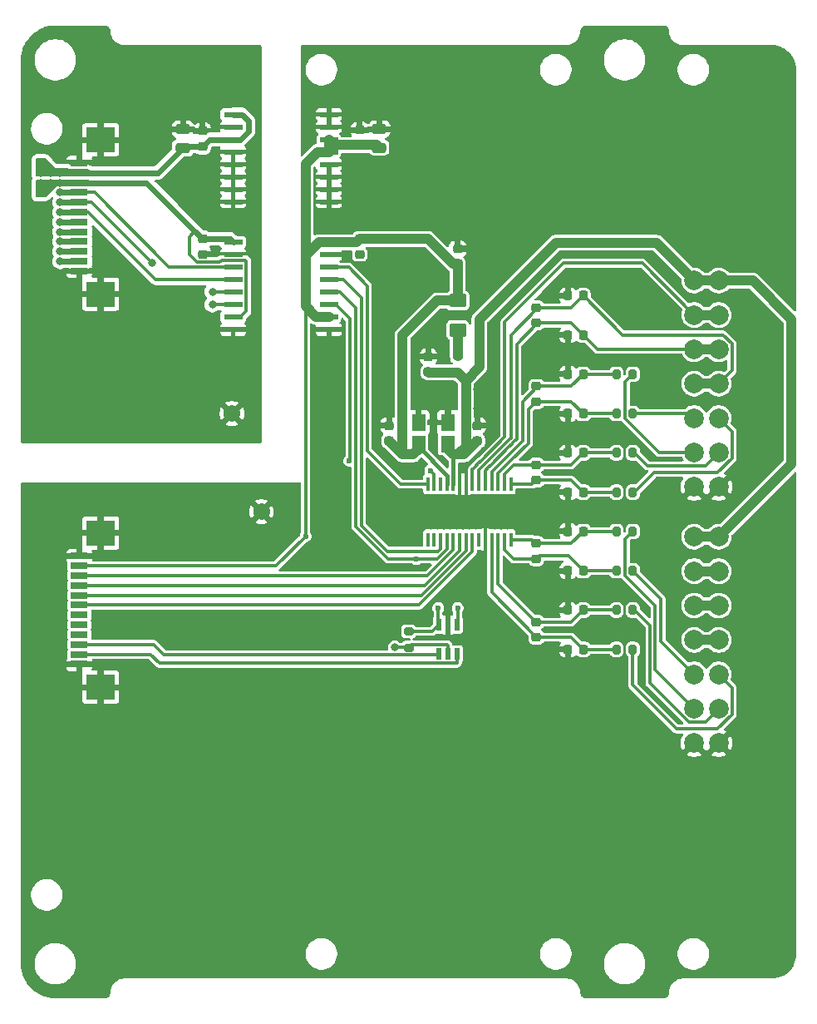
<source format=gbr>
%TF.GenerationSoftware,KiCad,Pcbnew,9.0.0*%
%TF.CreationDate,2025-03-09T08:23:50+03:00*%
%TF.ProjectId,PM_CNV-AI4_W,504d5f43-4e56-42d4-9149-345f572e6b69,rev?*%
%TF.SameCoordinates,Original*%
%TF.FileFunction,Copper,L1,Top*%
%TF.FilePolarity,Positive*%
%FSLAX46Y46*%
G04 Gerber Fmt 4.6, Leading zero omitted, Abs format (unit mm)*
G04 Created by KiCad (PCBNEW 9.0.0) date 2025-03-09 08:23:50*
%MOMM*%
%LPD*%
G01*
G04 APERTURE LIST*
G04 Aperture macros list*
%AMRoundRect*
0 Rectangle with rounded corners*
0 $1 Rounding radius*
0 $2 $3 $4 $5 $6 $7 $8 $9 X,Y pos of 4 corners*
0 Add a 4 corners polygon primitive as box body*
4,1,4,$2,$3,$4,$5,$6,$7,$8,$9,$2,$3,0*
0 Add four circle primitives for the rounded corners*
1,1,$1+$1,$2,$3*
1,1,$1+$1,$4,$5*
1,1,$1+$1,$6,$7*
1,1,$1+$1,$8,$9*
0 Add four rect primitives between the rounded corners*
20,1,$1+$1,$2,$3,$4,$5,0*
20,1,$1+$1,$4,$5,$6,$7,0*
20,1,$1+$1,$6,$7,$8,$9,0*
20,1,$1+$1,$8,$9,$2,$3,0*%
G04 Aperture macros list end*
%TA.AperFunction,SMDPad,CuDef*%
%ADD10RoundRect,0.200000X-0.200000X-0.275000X0.200000X-0.275000X0.200000X0.275000X-0.200000X0.275000X0*%
%TD*%
%TA.AperFunction,SMDPad,CuDef*%
%ADD11RoundRect,0.225000X0.250000X-0.225000X0.250000X0.225000X-0.250000X0.225000X-0.250000X-0.225000X0*%
%TD*%
%TA.AperFunction,SMDPad,CuDef*%
%ADD12RoundRect,0.225000X0.225000X0.250000X-0.225000X0.250000X-0.225000X-0.250000X0.225000X-0.250000X0*%
%TD*%
%TA.AperFunction,ComponentPad*%
%ADD13C,2.000000*%
%TD*%
%TA.AperFunction,ComponentPad*%
%ADD14C,1.725000*%
%TD*%
%TA.AperFunction,SMDPad,CuDef*%
%ADD15RoundRect,0.200000X-0.275000X0.200000X-0.275000X-0.200000X0.275000X-0.200000X0.275000X0.200000X0*%
%TD*%
%TA.AperFunction,SMDPad,CuDef*%
%ADD16RoundRect,0.250000X0.475000X-0.250000X0.475000X0.250000X-0.475000X0.250000X-0.475000X-0.250000X0*%
%TD*%
%TA.AperFunction,SMDPad,CuDef*%
%ADD17RoundRect,0.250001X0.624999X-0.462499X0.624999X0.462499X-0.624999X0.462499X-0.624999X-0.462499X0*%
%TD*%
%TA.AperFunction,SMDPad,CuDef*%
%ADD18R,1.803400X0.635000*%
%TD*%
%TA.AperFunction,SMDPad,CuDef*%
%ADD19R,2.997200X2.590800*%
%TD*%
%TA.AperFunction,SMDPad,CuDef*%
%ADD20RoundRect,0.200000X0.275000X-0.200000X0.275000X0.200000X-0.275000X0.200000X-0.275000X-0.200000X0*%
%TD*%
%TA.AperFunction,SMDPad,CuDef*%
%ADD21R,1.397000X1.738275*%
%TD*%
%TA.AperFunction,SMDPad,CuDef*%
%ADD22R,1.854200X0.482600*%
%TD*%
%TA.AperFunction,SMDPad,CuDef*%
%ADD23R,0.558800X1.181100*%
%TD*%
%TA.AperFunction,SMDPad,CuDef*%
%ADD24R,0.355600X1.473200*%
%TD*%
%TA.AperFunction,SMDPad,CuDef*%
%ADD25RoundRect,0.225000X-0.250000X0.225000X-0.250000X-0.225000X0.250000X-0.225000X0.250000X0.225000X0*%
%TD*%
%TA.AperFunction,ViaPad*%
%ADD26C,0.800000*%
%TD*%
%TA.AperFunction,ViaPad*%
%ADD27C,0.600000*%
%TD*%
%TA.AperFunction,Conductor*%
%ADD28C,0.300000*%
%TD*%
%TA.AperFunction,Conductor*%
%ADD29C,1.000000*%
%TD*%
%TA.AperFunction,Conductor*%
%ADD30C,0.600000*%
%TD*%
%TA.AperFunction,Conductor*%
%ADD31C,0.400000*%
%TD*%
G04 APERTURE END LIST*
D10*
%TO.P,R5,1*%
%TO.N,/AIN6*%
X21175000Y6000000D03*
%TO.P,R5,2*%
%TO.N,/1.SIG-*%
X22825000Y6000000D03*
%TD*%
D11*
%TO.P,C2,1*%
%TO.N,+5V_MCU*%
X-21000000Y37225000D03*
%TO.P,C2,2*%
%TO.N,GND_MCU*%
X-21000000Y38775000D03*
%TD*%
D10*
%TO.P,R9,1*%
%TO.N,/AIN2*%
X21175000Y-10000000D03*
%TO.P,R9,2*%
%TO.N,/3.SIG-*%
X22825000Y-10000000D03*
%TD*%
D12*
%TO.P,C20,1*%
%TO.N,/AIN8*%
X17775000Y14000000D03*
%TO.P,C20,2*%
%TO.N,GND_CNV*%
X16225000Y14000000D03*
%TD*%
%TO.P,C21,1*%
%TO.N,/AIN7*%
X17775000Y10000000D03*
%TO.P,C21,2*%
%TO.N,GND_CNV*%
X16225000Y10000000D03*
%TD*%
D11*
%TO.P,C9,1*%
%TO.N,+5V_CNV_FLT*%
X2000000Y14225000D03*
%TO.P,C9,2*%
%TO.N,GND_CNV*%
X2000000Y15775000D03*
%TD*%
%TO.P,C17,1*%
%TO.N,/AIN1*%
X13000000Y-12775000D03*
%TO.P,C17,2*%
%TO.N,/AIN2*%
X13000000Y-11225000D03*
%TD*%
D13*
%TO.P,J3,1,Pin_1*%
%TO.N,GND_CNV*%
X29090000Y2540000D03*
%TO.P,J3,2,Pin_3*%
%TO.N,/0.SIG-*%
X29090000Y6040000D03*
%TO.P,J3,3,3*%
%TO.N,/0.SIG+*%
X29090000Y9540000D03*
%TO.P,J3,4,4*%
%TO.N,/SENSE-*%
X29090000Y13040000D03*
%TO.P,J3,5,Pin_9*%
%TO.N,/SENSE+*%
X29090000Y16540000D03*
%TO.P,J3,6,Pin_9*%
%TO.N,/EXC-*%
X29090000Y20040000D03*
%TO.P,J3,7,Pin_9*%
%TO.N,+5V_CNV_FLT*%
X29090000Y23540000D03*
%TO.P,J3,8,Pin_2*%
%TO.N,GND_CNV*%
X31590000Y2540000D03*
%TO.P,J3,9,Pin_4*%
%TO.N,/1.SIG-*%
X31590000Y6040000D03*
%TO.P,J3,10,Pin_6*%
%TO.N,/1.SIG+*%
X31590000Y9540000D03*
%TO.P,J3,11,Pin_8*%
%TO.N,/SENSE-*%
X31590000Y13040000D03*
%TO.P,J3,12,Pin_10*%
%TO.N,/SENSE+*%
X31590000Y16540000D03*
%TO.P,J3,13,Pin_10*%
%TO.N,/EXC-*%
X31590000Y20040000D03*
%TO.P,J3,14,Pin_10*%
%TO.N,+5V_CNV_FLT*%
X31590000Y23540000D03*
%TD*%
D11*
%TO.P,C14,1*%
%TO.N,/AIN7*%
X13000000Y11225000D03*
%TO.P,C14,2*%
%TO.N,/AIN8*%
X13000000Y12775000D03*
%TD*%
D12*
%TO.P,C19,1*%
%TO.N,/SENSE+*%
X17775000Y18000000D03*
%TO.P,C19,2*%
%TO.N,GND_CNV*%
X16225000Y18000000D03*
%TD*%
D11*
%TO.P,C15,1*%
%TO.N,/AIN5*%
X13000000Y3225000D03*
%TO.P,C15,2*%
%TO.N,/AIN6*%
X13000000Y4775000D03*
%TD*%
D12*
%TO.P,C18,1*%
%TO.N,/SENSE-*%
X17775000Y22000000D03*
%TO.P,C18,2*%
%TO.N,GND_CNV*%
X16225000Y22000000D03*
%TD*%
D14*
%TO.P,U3,1*%
%TO.N,GND_CNV*%
X-15000000Y0D03*
%TD*%
D15*
%TO.P,R2,1*%
%TO.N,Net-(L1-Pad1)*%
X5000000Y15825000D03*
%TO.P,R2,2*%
%TO.N,+5V_CNV_FLT*%
X5000000Y14175000D03*
%TD*%
D12*
%TO.P,C25,1*%
%TO.N,/AIN3*%
X17775000Y-6000000D03*
%TO.P,C25,2*%
%TO.N,GND_CNV*%
X16225000Y-6000000D03*
%TD*%
D14*
%TO.P,U2,1*%
%TO.N,GND_MCU*%
X-18000000Y10000000D03*
%TD*%
D10*
%TO.P,R4,1*%
%TO.N,/AIN7*%
X21175000Y10000000D03*
%TO.P,R4,2*%
%TO.N,/0.SIG+*%
X22825000Y10000000D03*
%TD*%
D16*
%TO.P,C1,1*%
%TO.N,+5V_MCU*%
X-23000000Y37050000D03*
%TO.P,C1,2*%
%TO.N,GND_MCU*%
X-23000000Y38950000D03*
%TD*%
D12*
%TO.P,C23,1*%
%TO.N,/AIN5*%
X17775000Y2000000D03*
%TO.P,C23,2*%
%TO.N,GND_CNV*%
X16225000Y2000000D03*
%TD*%
D11*
%TO.P,C7,1*%
%TO.N,+5V_CNV*%
X-2000000Y7225000D03*
%TO.P,C7,2*%
%TO.N,GND_CNV*%
X-2000000Y8775000D03*
%TD*%
%TO.P,C4,1*%
%TO.N,+5V_CNV*%
X-5000000Y37325000D03*
%TO.P,C4,2*%
%TO.N,GND_CNV*%
X-5000000Y38875000D03*
%TD*%
D17*
%TO.P,L1,1*%
%TO.N,Net-(L1-Pad1)*%
X5000000Y18512500D03*
%TO.P,L1,2*%
%TO.N,+5V_CNV*%
X5000000Y21487500D03*
%TD*%
D13*
%TO.P,J4,1,Pin_1*%
%TO.N,GND_CNV*%
X29090000Y-23540000D03*
%TO.P,J4,2,Pin_3*%
%TO.N,/2.SIG-*%
X29090000Y-20040000D03*
%TO.P,J4,3,3*%
%TO.N,/2.SIG+*%
X29090000Y-16540000D03*
%TO.P,J4,4,4*%
%TO.N,/SENSE-*%
X29090000Y-13040000D03*
%TO.P,J4,5,Pin_9*%
%TO.N,/SENSE+*%
X29090000Y-9540000D03*
%TO.P,J4,6,Pin_9*%
%TO.N,/EXC-*%
X29090000Y-6040000D03*
%TO.P,J4,7,Pin_9*%
%TO.N,+5V_CNV_FLT*%
X29090000Y-2540000D03*
%TO.P,J4,8,Pin_2*%
%TO.N,GND_CNV*%
X31590000Y-23540000D03*
%TO.P,J4,9,Pin_4*%
%TO.N,/3.SIG-*%
X31590000Y-20040000D03*
%TO.P,J4,10,Pin_6*%
%TO.N,/3.SIG+*%
X31590000Y-16540000D03*
%TO.P,J4,11,Pin_8*%
%TO.N,/SENSE-*%
X31590000Y-13040000D03*
%TO.P,J4,12,Pin_10*%
%TO.N,/SENSE+*%
X31590000Y-9540000D03*
%TO.P,J4,13,Pin_10*%
%TO.N,/EXC-*%
X31590000Y-6040000D03*
%TO.P,J4,14,Pin_10*%
%TO.N,+5V_CNV_FLT*%
X31590000Y-2540000D03*
%TD*%
D18*
%TO.P,J2,1,Pin_1*%
%TO.N,GND_CNV*%
X-33556000Y-15499992D03*
%TO.P,J2,2,Pin_2*%
%TO.N,/MISO_LED*%
X-33556000Y-14499994D03*
%TO.P,J2,3,Pin_3*%
%TO.N,/CS_LED*%
X-33556000Y-13499996D03*
%TO.P,J2,4,Pin_4*%
%TO.N,unconnected-(J2-Pin_4-Pad4)*%
X-33556000Y-12499998D03*
%TO.P,J2,5,Pin_5*%
%TO.N,unconnected-(J2-Pin_5-Pad5)*%
X-33556000Y-11500000D03*
%TO.P,J2,6,Pin_6*%
%TO.N,unconnected-(J2-Pin_6-Pad6)*%
X-33556000Y-10500000D03*
%TO.P,J2,7,Pin_7*%
%TO.N,/P0*%
X-33556000Y-9500000D03*
%TO.P,J2,8,Pin_8*%
%TO.N,/P1*%
X-33556000Y-8500000D03*
%TO.P,J2,9,Pin_9*%
%TO.N,/P2*%
X-33556000Y-7500002D03*
%TO.P,J2,10,Pin_10*%
%TO.N,/P3*%
X-33556000Y-6500004D03*
%TO.P,J2,11,Pin_11*%
%TO.N,+5V_CNV*%
X-33556000Y-5500006D03*
%TO.P,J2,12,Pin_11*%
%TO.N,GND_CNV*%
X-33556000Y-4500008D03*
D19*
%TO.P,J2,13,Pin_11*%
X-31385999Y-17850003D03*
X-31385999Y-2149997D03*
%TD*%
D20*
%TO.P,R1,1*%
%TO.N,+5V_CNV*%
X0Y-13825000D03*
%TO.P,R1,2*%
%TO.N,/CS_CNV*%
X0Y-12175000D03*
%TD*%
D21*
%TO.P,C8,1*%
%TO.N,+5V_CNV*%
X1000000Y6913337D03*
%TO.P,C8,2*%
%TO.N,GND_CNV*%
X1000000Y9086663D03*
%TD*%
D12*
%TO.P,C24,1*%
%TO.N,/AIN4*%
X17775000Y-2000000D03*
%TO.P,C24,2*%
%TO.N,GND_CNV*%
X16225000Y-2000000D03*
%TD*%
D22*
%TO.P,U5,1,VDD*%
%TO.N,+3.3V_MCU*%
X-17876800Y27445000D03*
%TO.P,U5,2,GNDA*%
%TO.N,GND_MCU*%
X-17876800Y26175000D03*
%TO.P,U5,3,VI1*%
%TO.N,/MOSI_MCU*%
X-17876800Y24905000D03*
%TO.P,U5,4,VI2*%
%TO.N,/SCK_MCU*%
X-17876800Y23635000D03*
%TO.P,U5,5,VI3*%
%TO.N,/CS_MCU*%
X-17876800Y22365000D03*
%TO.P,U5,6,VO4*%
%TO.N,/MISO_MCU*%
X-17876800Y21095000D03*
%TO.P,U5,7,ENA*%
%TO.N,+3.3V_MCU*%
X-17876800Y19825000D03*
%TO.P,U5,8,GNDA*%
%TO.N,GND_MCU*%
X-17876800Y18555000D03*
%TO.P,U5,9,GNDB*%
%TO.N,GND_CNV*%
X-8123200Y18555000D03*
%TO.P,U5,10,ENB*%
%TO.N,+5V_CNV*%
X-8123200Y19825000D03*
%TO.P,U5,11,VI4*%
%TO.N,/MISO_CNV*%
X-8123200Y21095000D03*
%TO.P,U5,12,VO3*%
%TO.N,/CS_CNV*%
X-8123200Y22365000D03*
%TO.P,U5,13,VO2*%
%TO.N,/SCK_CNV*%
X-8123200Y23635000D03*
%TO.P,U5,14,VO1*%
%TO.N,/MOSI_CNV*%
X-8123200Y24905000D03*
%TO.P,U5,15,GNDB*%
%TO.N,GND_CNV*%
X-8123200Y26175000D03*
%TO.P,U5,16,VISO*%
%TO.N,+5V_CNV*%
X-8123200Y27445000D03*
%TD*%
D11*
%TO.P,C16,1*%
%TO.N,/AIN3*%
X13000000Y-4775000D03*
%TO.P,C16,2*%
%TO.N,/AIN4*%
X13000000Y-3225000D03*
%TD*%
D23*
%TO.P,U6,1,1A*%
%TO.N,/MISO_CNV*%
X4950001Y-11533150D03*
%TO.P,U6,2,GND*%
%TO.N,GND_CNV*%
X4000000Y-11533150D03*
%TO.P,U6,3,2A*%
%TO.N,/CS_CNV*%
X3049999Y-11533150D03*
%TO.P,U6,4,2Y*%
%TO.N,/CS_LED*%
X3049999Y-14466850D03*
%TO.P,U6,5,VCC*%
%TO.N,+5V_CNV*%
X4000000Y-14466850D03*
%TO.P,U6,6,1Y*%
%TO.N,/MISO_LED*%
X4950001Y-14466850D03*
%TD*%
D12*
%TO.P,C27,1*%
%TO.N,/AIN1*%
X17775000Y-14000000D03*
%TO.P,C27,2*%
%TO.N,GND_CNV*%
X16225000Y-14000000D03*
%TD*%
D11*
%TO.P,C11,1*%
%TO.N,+5V_CNV*%
X5000000Y25225000D03*
%TO.P,C11,2*%
%TO.N,GND_CNV*%
X5000000Y26775000D03*
%TD*%
D16*
%TO.P,C6,1*%
%TO.N,+5V_CNV*%
X-3000000Y37050000D03*
%TO.P,C6,2*%
%TO.N,GND_CNV*%
X-3000000Y38950000D03*
%TD*%
D24*
%TO.P,U7,1,MCLK1*%
%TO.N,unconnected-(U7-MCLK1-Pad1)*%
X1950000Y-2819400D03*
%TO.P,U7,2,MCLK2*%
%TO.N,unconnected-(U7-MCLK2-Pad2)*%
X2600001Y-2819400D03*
%TO.P,U7,3,SCK*%
%TO.N,/SCK_CNV*%
X3250000Y-2819400D03*
%TO.P,U7,4,CS*%
%TO.N,/CS_CNV*%
X3900001Y-2819400D03*
%TO.P,U7,5,P3*%
%TO.N,/P3*%
X4549999Y-2819400D03*
%TO.P,U7,6,P2*%
%TO.N,/P2*%
X5200001Y-2819400D03*
%TO.P,U7,7,P1*%
%TO.N,/P1*%
X5849999Y-2819400D03*
%TO.P,U7,8,P0*%
%TO.N,/P0*%
X6499998Y-2819400D03*
%TO.P,U7,9,NC*%
%TO.N,unconnected-(U7-NC-Pad9)*%
X7149999Y-2819400D03*
%TO.P,U7,10,AINCOM*%
%TO.N,GND_CNV*%
X7799998Y-2819400D03*
%TO.P,U7,11,AIN1*%
%TO.N,/AIN1*%
X8449999Y-2819400D03*
%TO.P,U7,12,AIN2*%
%TO.N,/AIN2*%
X9099998Y-2819400D03*
%TO.P,U7,13,AIN3*%
%TO.N,/AIN3*%
X9749999Y-2819400D03*
%TO.P,U7,14,AIN4*%
%TO.N,/AIN4*%
X10399998Y-2819400D03*
%TO.P,U7,15,AIN5*%
%TO.N,/AIN5*%
X10400000Y2819400D03*
%TO.P,U7,16,AIN6*%
%TO.N,/AIN6*%
X9749999Y2819400D03*
%TO.P,U7,17,AIN7*%
%TO.N,/AIN7*%
X9100000Y2819400D03*
%TO.P,U7,18,AIN8*%
%TO.N,/AIN8*%
X8449999Y2819400D03*
%TO.P,U7,19,REFIN1(+)*%
%TO.N,/SENSE+*%
X7800001Y2819400D03*
%TO.P,U7,20,REFIN1(-)*%
%TO.N,/SENSE-*%
X7149999Y2819400D03*
%TO.P,U7,21,BPDSW*%
%TO.N,/EXC-*%
X6500001Y2819400D03*
%TO.P,U7,22,AGND*%
%TO.N,GND_CNV*%
X5849999Y2819400D03*
%TO.P,U7,23,DGND*%
X5200001Y2819400D03*
%TO.P,U7,24,AVDD*%
%TO.N,+5V_CNV_FLT*%
X4549999Y2819400D03*
%TO.P,U7,25,DVDD*%
%TO.N,+5V_CNV*%
X3900001Y2819400D03*
%TO.P,U7,26,\u002ASYNC*%
%TO.N,unconnected-(U7-\u002ASYNC-Pad26)*%
X3250000Y2819400D03*
%TO.P,U7,27,MISO*%
%TO.N,/MISO_CNV*%
X2600001Y2819400D03*
%TO.P,U7,28,MOSI*%
%TO.N,/MOSI_CNV*%
X1950000Y2819400D03*
%TD*%
D11*
%TO.P,C12,1*%
%TO.N,+5V_CNV_FLT*%
X7000000Y7225000D03*
%TO.P,C12,2*%
%TO.N,GND_CNV*%
X7000000Y8775000D03*
%TD*%
D10*
%TO.P,R7,1*%
%TO.N,/AIN4*%
X21175000Y-2000000D03*
%TO.P,R7,2*%
%TO.N,/2.SIG-*%
X22825000Y-2000000D03*
%TD*%
D18*
%TO.P,J1,1,Pin_1*%
%TO.N,GND_MCU*%
X-33556000Y24500008D03*
%TO.P,J1,2,Pin_2*%
%TO.N,/INT_MCU*%
X-33556000Y25500006D03*
%TO.P,J1,3,Pin_3*%
%TO.N,/CS3_MCU*%
X-33556000Y26500004D03*
%TO.P,J1,4,Pin_4*%
%TO.N,/CS2_MCU*%
X-33556000Y27500002D03*
%TO.P,J1,5,Pin_5*%
%TO.N,/CS1_MCU*%
X-33556000Y28500000D03*
%TO.P,J1,6,Pin_6*%
%TO.N,/CS0_MCU*%
X-33556000Y29500000D03*
%TO.P,J1,7,Pin_7*%
%TO.N,/SCK_MCU*%
X-33556000Y30500000D03*
%TO.P,J1,8,Pin_8*%
%TO.N,/MISO_MCU*%
X-33556000Y31500000D03*
%TO.P,J1,9,Pin_9*%
%TO.N,/MOSI_MCU*%
X-33556000Y32499998D03*
%TO.P,J1,10,Pin_10*%
%TO.N,+3.3V_MCU*%
X-33556000Y33499996D03*
%TO.P,J1,11,Pin_11*%
%TO.N,+5V_MCU*%
X-33556000Y34499994D03*
%TO.P,J1,12,Pin_11*%
%TO.N,GND_MCU*%
X-33556000Y35499992D03*
D19*
%TO.P,J1,13,Pin_11*%
X-31385999Y22149997D03*
X-31385999Y37850003D03*
%TD*%
D11*
%TO.P,C13,1*%
%TO.N,/SENSE+*%
X13000000Y19225000D03*
%TO.P,C13,2*%
%TO.N,/SENSE-*%
X13000000Y20775000D03*
%TD*%
D12*
%TO.P,C26,1*%
%TO.N,/AIN2*%
X17775000Y-10000000D03*
%TO.P,C26,2*%
%TO.N,GND_CNV*%
X16225000Y-10000000D03*
%TD*%
D10*
%TO.P,R3,1*%
%TO.N,/AIN8*%
X21175000Y14000000D03*
%TO.P,R3,2*%
%TO.N,/0.SIG-*%
X22825000Y14000000D03*
%TD*%
D12*
%TO.P,C22,1*%
%TO.N,/AIN6*%
X17775000Y6000000D03*
%TO.P,C22,2*%
%TO.N,GND_CNV*%
X16225000Y6000000D03*
%TD*%
D10*
%TO.P,R8,1*%
%TO.N,/AIN3*%
X21175000Y-6000000D03*
%TO.P,R8,2*%
%TO.N,/2.SIG+*%
X22825000Y-6000000D03*
%TD*%
D21*
%TO.P,C10,1*%
%TO.N,+5V_CNV_FLT*%
X4000000Y6913337D03*
%TO.P,C10,2*%
%TO.N,GND_CNV*%
X4000000Y9086663D03*
%TD*%
D11*
%TO.P,C5,1*%
%TO.N,DGND*%
X-5000000Y26225000D03*
%TO.P,C5,2*%
%TO.N,+5V_CNV*%
X-5000000Y27775000D03*
%TD*%
D22*
%TO.P,U4,1,EN*%
%TO.N,+5V_MCU*%
X-17876800Y40445000D03*
%TO.P,U4,2,GNDP*%
%TO.N,GND_MCU*%
X-17876800Y39175000D03*
%TO.P,U4,3,VINP*%
%TO.N,+5V_MCU*%
X-17876800Y37905000D03*
%TO.P,U4,4,NC*%
%TO.N,GND_MCU*%
X-17876800Y36635000D03*
%TO.P,U4,5,NC*%
X-17876800Y35365000D03*
%TO.P,U4,6,NC*%
X-17876800Y34095000D03*
%TO.P,U4,7,NC*%
X-17876800Y32825000D03*
%TO.P,U4,8,NC*%
X-17876800Y31555000D03*
%TO.P,U4,9,GNDS*%
%TO.N,GND_CNV*%
X-8123200Y31555000D03*
%TO.P,U4,10,NC*%
X-8123200Y32825000D03*
%TO.P,U4,11,NC*%
X-8123200Y34095000D03*
%TO.P,U4,12,NC*%
X-8123200Y35365000D03*
%TO.P,U4,13,SEL*%
%TO.N,+5V_CNV*%
X-8123200Y36635000D03*
%TO.P,U4,14,VISO*%
X-8123200Y37905000D03*
%TO.P,U4,15,GNDS*%
%TO.N,GND_CNV*%
X-8123200Y39175000D03*
%TO.P,U4,16,GNDS*%
X-8123200Y40445000D03*
%TD*%
D25*
%TO.P,C3,1*%
%TO.N,+3.3V_MCU*%
X-21000000Y27775000D03*
%TO.P,C3,2*%
%TO.N,GND_MCU*%
X-21000000Y26225000D03*
%TD*%
D10*
%TO.P,R6,1*%
%TO.N,/AIN5*%
X21175000Y2000000D03*
%TO.P,R6,2*%
%TO.N,/1.SIG+*%
X22825000Y2000000D03*
%TD*%
%TO.P,R10,1*%
%TO.N,/AIN1*%
X21175000Y-14000000D03*
%TO.P,R10,2*%
%TO.N,/3.SIG+*%
X22825000Y-14000000D03*
%TD*%
D26*
%TO.N,/CS3_MCU*%
X-35500000Y26500000D03*
%TO.N,/CS1_MCU*%
X-35500000Y28500000D03*
%TO.N,+5V_CNV*%
X-1400000Y-13800000D03*
D27*
X-10500000Y-2500000D03*
D26*
%TO.N,/CS0_MCU*%
X-35500000Y29500000D03*
%TO.N,/CS2_MCU*%
X-35500000Y27500000D03*
%TO.N,+3.3V_MCU*%
X-37500000Y33500000D03*
X-36500000Y33499996D03*
X-37500000Y32500000D03*
X-35500000Y33499996D03*
%TO.N,/INT_MCU*%
X-35500000Y25500000D03*
D27*
%TO.N,/MISO_CNV*%
X5000000Y-9800000D03*
X2200000Y4200000D03*
X-6050000Y5202487D03*
%TO.N,/CS_CNV*%
X3000000Y-9800000D03*
X800000Y-4800000D03*
D26*
%TO.N,GND_MCU*%
X-32000000Y20000000D03*
X-31000000Y40000000D03*
X-30000000Y40000000D03*
X-30000000Y20000000D03*
X-33000000Y20000000D03*
X-32000000Y40000000D03*
X-31000000Y20000000D03*
X-33000000Y40000000D03*
%TO.N,+5V_MCU*%
X-37500000Y34500000D03*
X-36500000Y34500000D03*
X-37500000Y35500000D03*
X-35500000Y34500000D03*
%TO.N,GND_CNV*%
X-4000000Y31500000D03*
X-6000000Y29500000D03*
X30000000Y-29500000D03*
X-5000000Y30500000D03*
X-7000000Y17000000D03*
X28000000Y-29500000D03*
X-3000000Y11500000D03*
X-4000000Y29500000D03*
X-7000000Y15000000D03*
X1000000Y12500000D03*
X28000000Y27500000D03*
X30000000Y29500000D03*
X4000000Y12500000D03*
X-6000000Y31500000D03*
X-9000000Y15000000D03*
X-3000000Y13500000D03*
X-9000000Y17000000D03*
X-4000000Y42500000D03*
X-8000000Y16000000D03*
X-6000000Y40500000D03*
X-1500000Y24500000D03*
X2500000Y12500000D03*
X29000000Y-28500000D03*
X29000000Y28500000D03*
X-3500000Y24500000D03*
X28000000Y-27500000D03*
X8000000Y13500000D03*
X1000000Y11000000D03*
X2500000Y11000000D03*
X8000000Y11500000D03*
X-2000000Y10500000D03*
X4000000Y11000000D03*
X28000000Y29500000D03*
X-5000000Y41500000D03*
X-6000000Y42500000D03*
X7000000Y10500000D03*
X-3500000Y26500000D03*
X-2500000Y25500000D03*
X30000000Y-27500000D03*
X7000000Y12500000D03*
X-1500000Y26500000D03*
X30000000Y27500000D03*
X-4000000Y40500000D03*
X-2000000Y12500000D03*
%TO.N,/CS_MCU*%
X-20000000Y22400000D03*
%TO.N,/SCK_MCU*%
X-35500000Y30500000D03*
%TO.N,/MISO_MCU*%
X-26100000Y25300000D03*
X-20000000Y21100000D03*
X-35500000Y31499990D03*
%TO.N,/MOSI_MCU*%
X-35500000Y32499993D03*
%TD*%
D28*
%TO.N,/AIN8*%
X8449999Y2819400D02*
X8449999Y4049999D01*
X21175000Y14000000D02*
X17775000Y14000000D01*
X11603000Y7294480D02*
X11603000Y7294479D01*
X11600000Y7200000D02*
X11600000Y7291480D01*
X11603000Y11203000D02*
X13000000Y12600000D01*
X13000000Y12775000D02*
X16550000Y12775000D01*
X16550000Y12775000D02*
X17775000Y14000000D01*
X8449999Y4049999D02*
X11600000Y7200000D01*
X13000000Y12600000D02*
X13000000Y12775000D01*
X11600000Y7291480D02*
X11603000Y7294480D01*
X11603000Y7294480D02*
X11603000Y11203000D01*
%TO.N,/SENSE-*%
X13000000Y20600000D02*
X13000000Y20775000D01*
X10007519Y7116040D02*
X10007521Y7116040D01*
X21775000Y18000000D02*
X17775000Y22000000D01*
X7592482Y4701002D02*
X7592481Y4701002D01*
D29*
X29090000Y13040000D02*
X31590000Y13040000D01*
D28*
X7149999Y4249999D02*
X7299001Y4399001D01*
X10301000Y7409519D02*
X10301000Y7409521D01*
X7592479Y4701000D02*
X7592482Y4701002D01*
X32040603Y18000000D02*
X21775000Y18000000D01*
X7299001Y4407522D02*
X7299001Y4407521D01*
X7885962Y4994482D02*
X10007519Y7116040D01*
X31590000Y13040000D02*
X32941000Y14391000D01*
X16550000Y20775000D02*
X17775000Y22000000D01*
X7396827Y4505348D02*
X7592479Y4701000D01*
X32941000Y14391000D02*
X32941000Y17099603D01*
X10301000Y7409521D02*
X10400000Y7508521D01*
X7149999Y2819400D02*
X7149999Y4249999D01*
X7299001Y4399001D02*
X7299001Y4407522D01*
X7592482Y4701002D02*
X7592483Y4701002D01*
X7592482Y4701002D02*
X7885962Y4994482D01*
X10007521Y7116040D02*
X10301000Y7409519D01*
X7299001Y4407522D02*
X7396827Y4505348D01*
X10400000Y18000000D02*
X13000000Y20600000D01*
X10400000Y7508521D02*
X10400000Y18000000D01*
X32941000Y17099603D02*
X32040603Y18000000D01*
D29*
X29090000Y-13040000D02*
X31590000Y-13040000D01*
D28*
X13000000Y20775000D02*
X16550000Y20775000D01*
%TO.N,/CS_LED*%
X3049999Y-14466850D02*
X2940849Y-14576000D01*
X-26000004Y-13499996D02*
X-33556000Y-13499996D01*
X2940849Y-14576000D02*
X-24924000Y-14576000D01*
X-24924000Y-14576000D02*
X-26000004Y-13499996D01*
%TO.N,/AIN3*%
X9749999Y-3856000D02*
X10668999Y-4775000D01*
X16275000Y-4500000D02*
X17775000Y-6000000D01*
X13275000Y-4500000D02*
X16275000Y-4500000D01*
X17775000Y-6000000D02*
X21175000Y-6000000D01*
X10668999Y-4775000D02*
X13000000Y-4775000D01*
X13000000Y-4775000D02*
X13275000Y-4500000D01*
X9749999Y-2819400D02*
X9749999Y-3856000D01*
%TO.N,/AIN1*%
X17775000Y-14000000D02*
X21175000Y-14000000D01*
X13000000Y-12775000D02*
X16550000Y-12775000D01*
X8449999Y-2819400D02*
X8449999Y-8224999D01*
X8449999Y-8224999D02*
X13000000Y-12775000D01*
X16550000Y-12775000D02*
X17775000Y-14000000D01*
%TO.N,/SENSE+*%
X7800001Y4200001D02*
X7800004Y4200001D01*
X10508520Y6908521D02*
X10508521Y6908519D01*
X11000000Y7399998D02*
X11000000Y17050000D01*
X8093483Y4493480D02*
X8386962Y4786960D01*
D29*
X29090000Y-9540000D02*
X31590000Y-9540000D01*
D28*
X16550000Y19225000D02*
X17775000Y18000000D01*
X29090000Y16540000D02*
X19235000Y16540000D01*
X8386962Y4786962D02*
X10215041Y6615040D01*
X7800001Y2819400D02*
X7800001Y4191481D01*
X8386962Y4786960D02*
X8386962Y4786962D01*
X7800004Y4200001D02*
X8093483Y4493480D01*
X10508520Y6908521D02*
X10607521Y7007521D01*
X13000000Y19225000D02*
X16550000Y19225000D01*
X10607521Y7007521D02*
X10607520Y7007521D01*
X19235000Y16540000D02*
X17775000Y18000000D01*
X10508521Y6908519D02*
X10508521Y6908521D01*
X10607521Y7007521D02*
X10802000Y7201998D01*
D29*
X31590000Y16540000D02*
X29090000Y16540000D01*
D28*
X13000000Y19050000D02*
X11000000Y17050000D01*
X10215042Y6615040D02*
X10508521Y6908521D01*
X10802000Y7201998D02*
X11000000Y7399998D01*
X10802000Y7201998D02*
X10802000Y7202000D01*
X13000000Y19225000D02*
X13000000Y19050000D01*
X7800001Y4191481D02*
X7800001Y4200001D01*
X10508521Y6908521D02*
X10508520Y6908521D01*
%TO.N,/AIN2*%
X13000000Y-11225000D02*
X16550000Y-11225000D01*
X9099998Y-7324998D02*
X13000000Y-11225000D01*
X9099998Y-2819400D02*
X9099998Y-7324998D01*
X17775000Y-10000000D02*
X21175000Y-10000000D01*
X16550000Y-11225000D02*
X17775000Y-10000000D01*
%TO.N,/AIN5*%
X17775000Y2000000D02*
X21175000Y2000000D01*
X16550000Y3225000D02*
X17775000Y2000000D01*
X13000000Y3225000D02*
X16550000Y3225000D01*
X10400000Y2819400D02*
X12594400Y2819400D01*
X12594400Y2819400D02*
X13000000Y3225000D01*
%TO.N,/AIN6*%
X9749999Y2819400D02*
X9749999Y3856000D01*
X9749999Y3856000D02*
X10668999Y4775000D01*
X16550000Y4775000D02*
X17775000Y6000000D01*
X13000000Y4775000D02*
X16550000Y4775000D01*
X17775000Y6000000D02*
X21175000Y6000000D01*
X10668999Y4775000D02*
X13000000Y4775000D01*
%TO.N,/MISO_LED*%
X-33556000Y-14499994D02*
X-26300006Y-14499994D01*
X4899001Y-15408400D02*
X4950001Y-15357400D01*
X-26300006Y-14499994D02*
X-25391600Y-15408400D01*
X-25391600Y-15408400D02*
X4899001Y-15408400D01*
X4950001Y-15357400D02*
X4950001Y-14466850D01*
D29*
%TO.N,Net-(L1-Pad1)*%
X5000000Y15825000D02*
X5000000Y18512500D01*
D28*
%TO.N,/0.SIG+*%
X28630000Y10000000D02*
X29090000Y9540000D01*
X22825000Y10000000D02*
X28630000Y10000000D01*
%TO.N,/0.SIG-*%
X25525226Y6040000D02*
X22074000Y9491226D01*
X22074000Y13249000D02*
X22825000Y14000000D01*
X29090000Y6040000D02*
X25525226Y6040000D01*
X22074000Y9491226D02*
X22074000Y13249000D01*
%TO.N,/1.SIG-*%
X31590000Y6040000D02*
X30239000Y4689000D01*
X23000000Y6000000D02*
X24311000Y4689000D01*
X22825000Y6000000D02*
X23000000Y6000000D01*
X30239000Y4689000D02*
X24311000Y4689000D01*
%TO.N,/1.SIG+*%
X23000000Y2000000D02*
X22825000Y2000000D01*
X32941000Y5480397D02*
X31460603Y4000000D01*
X32941000Y8189000D02*
X32941000Y5480397D01*
X31590000Y9540000D02*
X32941000Y8189000D01*
X31460603Y4000000D02*
X25000000Y4000000D01*
X25000000Y4000000D02*
X23000000Y2000000D01*
%TO.N,/2.SIG-*%
X29090000Y-20040000D02*
X25100000Y-16050000D01*
X22074000Y-2751000D02*
X22825000Y-2000000D01*
X25100000Y-9534774D02*
X22074000Y-6508774D01*
X22074000Y-6508774D02*
X22074000Y-2751000D01*
X25100000Y-16050000D02*
X25100000Y-9534774D01*
%TO.N,/2.SIG+*%
X25700000Y-13150000D02*
X25700000Y-8875000D01*
X25700000Y-8875000D02*
X22825000Y-6000000D01*
X29090000Y-16540000D02*
X25700000Y-13150000D01*
%TO.N,/3.SIG-*%
X31590000Y-20040000D02*
X30239000Y-21391000D01*
X30239000Y-21391000D02*
X28530397Y-21391000D01*
X24599000Y-11599000D02*
X23000000Y-10000000D01*
X28530397Y-21391000D02*
X24599000Y-17459603D01*
X23000000Y-10000000D02*
X22825000Y-10000000D01*
X24599000Y-17459603D02*
X24599000Y-11599000D01*
%TO.N,/3.SIG+*%
X31440603Y-22100000D02*
X27300000Y-22100000D01*
X27300000Y-22100000D02*
X22825000Y-17625000D01*
X32941000Y-17891000D02*
X32941000Y-20599603D01*
X31590000Y-16540000D02*
X32941000Y-17891000D01*
X32941000Y-20599603D02*
X31440603Y-22100000D01*
X22825000Y-17625000D02*
X22825000Y-14000000D01*
D30*
%TO.N,/CS3_MCU*%
X-35500000Y26500000D02*
X-33556004Y26500000D01*
X-33556004Y26500000D02*
X-33556000Y26500004D01*
D28*
%TO.N,/AIN4*%
X16550000Y-3225000D02*
X17775000Y-2000000D01*
X13000000Y-3225000D02*
X16550000Y-3225000D01*
X17775000Y-2000000D02*
X21175000Y-2000000D01*
X10399998Y-2819400D02*
X12594400Y-2819400D01*
X12594400Y-2819400D02*
X13000000Y-3225000D01*
D30*
%TO.N,/CS1_MCU*%
X-35500000Y28500000D02*
X-33556000Y28500000D01*
D29*
%TO.N,+5V_CNV*%
X-9423600Y19825000D02*
X-10499000Y20900400D01*
X-10499000Y26299000D02*
X-10400000Y26200000D01*
X-7543200Y37325000D02*
X-5000000Y37325000D01*
D28*
X-10500000Y-2500000D02*
X-10500000Y20899400D01*
D29*
X-8123200Y37905000D02*
X-7543200Y37325000D01*
X-9155000Y27445000D02*
X-8123200Y27445000D01*
X458222Y5848000D02*
X-623000Y5848000D01*
X5000000Y25225000D02*
X4525000Y25225000D01*
D28*
X3949000Y-13525300D02*
X4000000Y-13576300D01*
D31*
X3900001Y3699999D02*
X1000000Y6600000D01*
D29*
X-623000Y5848000D02*
X-623000Y17977000D01*
X1000000Y6913337D02*
X1000000Y6389778D01*
X-8123200Y19825000D02*
X-9423600Y19825000D01*
X-623000Y5848000D02*
X-2000000Y7225000D01*
D31*
X1000000Y6600000D02*
X1000000Y6913337D01*
D29*
X4525000Y25225000D02*
X1975000Y27775000D01*
X1000000Y6389778D02*
X458222Y5848000D01*
X2887500Y21487500D02*
X5000000Y21487500D01*
X5000000Y21487500D02*
X5000000Y25225000D01*
D28*
X4000000Y-13576300D02*
X4000000Y-14466850D01*
D31*
X3900001Y2819400D02*
X3900001Y3699999D01*
D28*
X-25000Y-13800000D02*
X0Y-13825000D01*
D29*
X-5000000Y37325000D02*
X-3275000Y37325000D01*
X-10499000Y26101000D02*
X-10400000Y26200000D01*
X-8123200Y27445000D02*
X-5330000Y27445000D01*
X-5330000Y27445000D02*
X-5000000Y27775000D01*
D28*
X-33556000Y-5500006D02*
X-13500006Y-5500006D01*
D29*
X-9265000Y36635000D02*
X-10499000Y35401000D01*
D28*
X299700Y-13525300D02*
X3949000Y-13525300D01*
X0Y-13825000D02*
X299700Y-13525300D01*
D29*
X-3275000Y37325000D02*
X-3000000Y37050000D01*
X-8123200Y36635000D02*
X-9265000Y36635000D01*
X-8123200Y37905000D02*
X-8123200Y36635000D01*
D28*
X-1400000Y-13800000D02*
X-25000Y-13800000D01*
X-13500006Y-5500006D02*
X-10500000Y-2500000D01*
D29*
X-10499000Y20900400D02*
X-10499000Y26101000D01*
X-10400000Y26200000D02*
X-9155000Y27445000D01*
X-623000Y17977000D02*
X2887500Y21487500D01*
D28*
X-10500000Y20899400D02*
X-10499000Y20900400D01*
D29*
X-10499000Y35401000D02*
X-10499000Y26299000D01*
X1975000Y27775000D02*
X-5000000Y27775000D01*
D30*
%TO.N,/CS0_MCU*%
X-33556000Y29500000D02*
X-35500000Y29500000D01*
%TO.N,/CS2_MCU*%
X-33556002Y27500000D02*
X-33556000Y27500002D01*
X-33556000Y27500002D02*
X-35499998Y27500002D01*
X-35499998Y27500002D02*
X-35500000Y27500000D01*
D28*
%TO.N,+3.3V_MCU*%
X-22362500Y26174500D02*
X-21594000Y25406000D01*
D30*
X-20000000Y27775000D02*
X-18206800Y27775000D01*
D28*
X-22362500Y28000000D02*
X-22362500Y26174500D01*
D30*
X-33556000Y33499996D02*
X-37499996Y33499996D01*
X-29500000Y33499996D02*
X-30500000Y33499996D01*
D28*
X-16684100Y25582700D02*
X-16598700Y25497300D01*
X-16598700Y25497300D02*
X-16598700Y20417300D01*
D30*
X-26724996Y33499996D02*
X-29500000Y33499996D01*
X-21000000Y27775000D02*
X-20000000Y27775000D01*
X-21793750Y28568750D02*
X-21000000Y27775000D01*
X-31500000Y33499996D02*
X-33556000Y33499996D01*
D28*
X-19238578Y25406000D02*
X-19061878Y25582700D01*
X-17191000Y19825000D02*
X-17876800Y19825000D01*
X-21793750Y28568750D02*
X-22362500Y28000000D01*
X-16598700Y20417300D02*
X-17191000Y19825000D01*
X-21594000Y25406000D02*
X-19238578Y25406000D01*
D30*
X-21793750Y28568750D02*
X-26724996Y33499996D01*
X-30500000Y33499996D02*
X-31500000Y33499996D01*
X-18206800Y27775000D02*
X-17876800Y27445000D01*
D28*
X-19061878Y25582700D02*
X-16684100Y25582700D01*
D30*
X-37499996Y33499996D02*
X-37500000Y33500000D01*
%TO.N,/INT_MCU*%
X-33556006Y25500000D02*
X-33556000Y25500006D01*
X-33556000Y25500006D02*
X-35499994Y25500006D01*
X-35499994Y25500006D02*
X-35500000Y25500000D01*
D28*
%TO.N,/AIN7*%
X12200000Y10425000D02*
X13000000Y11225000D01*
X12200000Y7000000D02*
X12200000Y10425000D01*
X9542479Y4357000D02*
X10167999Y4982521D01*
X13000000Y11225000D02*
X16550000Y11225000D01*
X16550000Y11225000D02*
X17775000Y10000000D01*
X9100000Y2819400D02*
X9100000Y3900000D01*
X17775000Y10000000D02*
X21175000Y10000000D01*
X9248999Y4063521D02*
X9248999Y4063520D01*
X9542478Y4357000D02*
X9542479Y4357000D01*
X9248999Y4063520D02*
X9542478Y4357000D01*
X10461478Y5276000D02*
X10476000Y5276000D01*
X9100000Y3900000D02*
X9248999Y4048999D01*
X10167999Y4982521D02*
X10461478Y5276000D01*
X9248999Y4048999D02*
X9248999Y4063521D01*
X10476000Y5276000D02*
X12200000Y7000000D01*
%TO.N,/EXC-*%
X6500001Y4300001D02*
X6648999Y4448999D01*
X9800000Y19300000D02*
X15800000Y25300000D01*
X6798001Y4615042D02*
X7091479Y4908521D01*
D29*
X31590000Y20040000D02*
X29090000Y20040000D01*
D28*
X6798001Y4615043D02*
X6798001Y4615042D01*
X9800000Y7617040D02*
X9800000Y19300000D01*
X6648999Y4457519D02*
X6798001Y4606522D01*
X7091479Y4908523D02*
X7384958Y5202002D01*
D29*
X29090000Y-6040000D02*
X31590000Y-6040000D01*
D28*
X23830000Y25300000D02*
X29090000Y20040000D01*
X6500001Y2819400D02*
X6500001Y4300001D01*
X7091479Y4908521D02*
X7091479Y4908523D01*
X6648999Y4448999D02*
X6648999Y4457520D01*
X6798001Y4606522D02*
X6798001Y4615043D01*
X7384958Y5202002D02*
X7384962Y5202002D01*
X7384962Y5202002D02*
X9800000Y7617040D01*
X15800000Y25300000D02*
X23830000Y25300000D01*
X6648999Y4457520D02*
X6648999Y4457519D01*
%TO.N,/MISO_CNV*%
X-7437400Y21095000D02*
X-8123200Y21095000D01*
X5000000Y-11483151D02*
X4950001Y-11533150D01*
X2600001Y3799999D02*
X2200000Y4200000D01*
X-6000000Y5252487D02*
X-6000000Y19657600D01*
X5000000Y-9800000D02*
X5000000Y-11483151D01*
X2600001Y2819400D02*
X2600001Y3799999D01*
X-6050000Y5202487D02*
X-6000000Y5252487D01*
X-6000000Y19657600D02*
X-7437400Y21095000D01*
%TO.N,/MOSI_CNV*%
X-4200000Y23000000D02*
X-6105000Y24905000D01*
X1950000Y2819400D02*
X-819400Y2819400D01*
X-4200000Y6200000D02*
X-4200000Y23000000D01*
X-819400Y2819400D02*
X-4200000Y6200000D01*
X-6105000Y24905000D02*
X-8123200Y24905000D01*
%TO.N,/CS_CNV*%
X800000Y-4800000D02*
X-2108520Y-4800000D01*
X2408149Y-12175000D02*
X3049999Y-11533150D01*
X0Y-12175000D02*
X2408149Y-12175000D01*
X2908520Y-4800000D02*
X800000Y-4800000D01*
X3000000Y-11483151D02*
X3049999Y-11533150D01*
X-5007521Y-1901000D02*
X-5007520Y-1901000D01*
X-5400000Y-1508520D02*
X-5400000Y20730000D01*
X3000000Y-9800000D02*
X3000000Y-11483151D01*
X-5007520Y-1901000D02*
X-5400000Y-1508520D01*
X3900001Y-2819400D02*
X3900001Y-3808519D01*
X-7035000Y22365000D02*
X-8123200Y22365000D01*
X-5400000Y20730000D02*
X-7035000Y22365000D01*
X-2794000Y-4114520D02*
X-5007521Y-1901000D01*
X3900001Y-3808519D02*
X2908520Y-4800000D01*
X-2108520Y-4800000D02*
X-2794000Y-4114520D01*
%TO.N,/SCK_CNV*%
X3000000Y-4000000D02*
X-2200000Y-4000000D01*
X-2200000Y-4000000D02*
X-4800000Y-1400000D01*
X3250000Y-2819400D02*
X3250000Y-3750000D01*
X3250000Y-3750000D02*
X3000000Y-4000000D01*
X-6635000Y23635000D02*
X-8123200Y23635000D01*
X-4800000Y21800000D02*
X-6635000Y23635000D01*
X-4800000Y-1400000D02*
X-4800000Y21800000D01*
D30*
%TO.N,GND_MCU*%
X-33556008Y24500000D02*
X-33556000Y24500008D01*
%TO.N,+5V_MCU*%
X-30500000Y34499994D02*
X-31500000Y34499994D01*
X-31500000Y34499994D02*
X-33556000Y34499994D01*
X-20320000Y37905000D02*
X-21000000Y37225000D01*
X-17876800Y40445000D02*
X-16976400Y40445000D01*
X-37500000Y34500000D02*
X-33556006Y34500000D01*
X-16349700Y38746300D02*
X-17191000Y37905000D01*
D28*
X-33556006Y34500000D02*
X-33556000Y34499994D01*
D30*
X-17876800Y37905000D02*
X-20320000Y37905000D01*
X-25550006Y34499994D02*
X-29500000Y34499994D01*
X-22825000Y37225000D02*
X-23000000Y37050000D01*
X-29500000Y34499994D02*
X-30500000Y34499994D01*
X-16349700Y39818300D02*
X-16349700Y38746300D01*
X-17191000Y37905000D02*
X-17876800Y37905000D01*
X-16976400Y40445000D02*
X-16349700Y39818300D01*
X-23000000Y37050000D02*
X-25550006Y34499994D01*
X-21000000Y37225000D02*
X-22825000Y37225000D01*
D29*
%TO.N,+5V_CNV_FLT*%
X5824000Y13351000D02*
X5000000Y14175000D01*
X5000000Y14175000D02*
X2050000Y14175000D01*
X29090000Y-2540000D02*
X31590000Y-2540000D01*
X25230000Y27400000D02*
X29090000Y23540000D01*
X4541778Y5848000D02*
X5058422Y5848000D01*
X2050000Y14175000D02*
X2000000Y14225000D01*
X5824000Y13351000D02*
X7200000Y14727000D01*
X35060000Y23540000D02*
X31590000Y23540000D01*
X5058422Y5848000D02*
X5824000Y6613578D01*
X7200000Y19600000D02*
X15000000Y27400000D01*
X5623000Y5848000D02*
X7000000Y7225000D01*
X4000000Y6913337D02*
X4000000Y6389778D01*
X38999000Y19601000D02*
X35060000Y23540000D01*
X31590000Y-2540000D02*
X38999000Y4869000D01*
X29090000Y23540000D02*
X31590000Y23540000D01*
X4541778Y5848000D02*
X5623000Y5848000D01*
D31*
X4549999Y2819400D02*
X4549999Y5839779D01*
D29*
X7200000Y14727000D02*
X7200000Y19600000D01*
X15000000Y27400000D02*
X25230000Y27400000D01*
X38999000Y4869000D02*
X38999000Y19601000D01*
D31*
X4549999Y5839779D02*
X4541778Y5848000D01*
D29*
X4000000Y6389778D02*
X4541778Y5848000D01*
X5824000Y6613578D02*
X5824000Y13351000D01*
D28*
%TO.N,/CS_MCU*%
X-20000000Y22400000D02*
X-17911800Y22400000D01*
X-17911800Y22400000D02*
X-17876800Y22365000D01*
D30*
%TO.N,/SCK_MCU*%
X-35500000Y30500000D02*
X-33556000Y30500000D01*
D28*
X-32634800Y30500000D02*
X-33556000Y30500000D01*
X-25769800Y23635000D02*
X-32634800Y30500000D01*
X-17876800Y23635000D02*
X-25769800Y23635000D01*
D30*
%TO.N,/MISO_MCU*%
X-33556010Y31499990D02*
X-33556000Y31500000D01*
D28*
X-19995000Y21095000D02*
X-20000000Y21100000D01*
X-26100000Y25300000D02*
X-32300000Y31500000D01*
D30*
X-33556000Y31500000D02*
X-35499990Y31500000D01*
X-35499990Y31500000D02*
X-35500000Y31499990D01*
D28*
X-17876800Y21095000D02*
X-19995000Y21095000D01*
X-32300000Y31500000D02*
X-33556000Y31500000D01*
D30*
%TO.N,/MOSI_MCU*%
X-35500000Y32499993D02*
X-33556005Y32499993D01*
D28*
X-31999998Y32499998D02*
X-33556000Y32499998D01*
X-24405000Y24905000D02*
X-31999998Y32499998D01*
X-17876800Y24905000D02*
X-24405000Y24905000D01*
D30*
X-33556005Y32499993D02*
X-33556000Y32499998D01*
D28*
%TO.N,/P1*%
X5849999Y-3984082D02*
X1334081Y-8500000D01*
X5849999Y-2819400D02*
X5849999Y-3984082D01*
X1334081Y-8500000D02*
X-33556000Y-8500000D01*
%TO.N,/P3*%
X4549999Y-3867041D02*
X1917036Y-6500004D01*
X4549999Y-2819400D02*
X4549999Y-3867041D01*
X1917036Y-6500004D02*
X-33556000Y-6500004D01*
%TO.N,/P0*%
X6499998Y-4042604D02*
X1042602Y-9500000D01*
X1042602Y-9500000D02*
X-33556000Y-9500000D01*
X6499998Y-4042604D02*
X6499998Y-2819400D01*
%TO.N,/P2*%
X1625558Y-7500002D02*
X5200001Y-3925560D01*
X-33556000Y-7500002D02*
X1625558Y-7500002D01*
X5200001Y-3925560D02*
X5200001Y-2819400D01*
%TD*%
%TA.AperFunction,Conductor*%
%TO.N,+5V_MCU*%
G36*
X-36984323Y35980315D02*
G01*
X-36963681Y35963681D01*
X-36000000Y35000000D01*
X-34751541Y35000000D01*
X-34684502Y34980315D01*
X-34663860Y34963681D01*
X-34630465Y34930286D01*
X-34527691Y34884907D01*
X-34502565Y34881992D01*
X-32624000Y34881993D01*
X-32556961Y34862308D01*
X-32511206Y34809505D01*
X-32500000Y34757993D01*
X-32500000Y34241996D01*
X-32519685Y34174957D01*
X-32572489Y34129202D01*
X-32624000Y34117996D01*
X-34502557Y34117996D01*
X-34502583Y34117994D01*
X-34527688Y34115083D01*
X-34533852Y34112361D01*
X-34536799Y34111060D01*
X-34586881Y34100496D01*
X-35100230Y34100496D01*
X-35162370Y34118743D01*
X-35162819Y34117901D01*
X-35166860Y34120061D01*
X-35167269Y34120181D01*
X-35168088Y34120718D01*
X-35168191Y34120773D01*
X-35295668Y34173575D01*
X-35295678Y34173578D01*
X-35431005Y34200496D01*
X-35431007Y34200496D01*
X-35568993Y34200496D01*
X-35568995Y34200496D01*
X-35704323Y34173578D01*
X-35704333Y34173575D01*
X-35831810Y34120773D01*
X-35837181Y34117901D01*
X-35837877Y34119202D01*
X-35848928Y34115743D01*
X-35864835Y34105519D01*
X-35895805Y34101067D01*
X-35897562Y34100516D01*
X-35899770Y34100496D01*
X-36100230Y34100496D01*
X-36162370Y34118743D01*
X-36162819Y34117901D01*
X-36166860Y34120061D01*
X-36167269Y34120181D01*
X-36168088Y34120718D01*
X-36168191Y34120773D01*
X-36295668Y34173575D01*
X-36295678Y34173578D01*
X-36431005Y34200496D01*
X-36431007Y34200496D01*
X-36568993Y34200496D01*
X-36568995Y34200496D01*
X-36704323Y34173578D01*
X-36704333Y34173575D01*
X-36831810Y34120773D01*
X-36837181Y34117901D01*
X-36837877Y34119202D01*
X-36848928Y34115743D01*
X-36864835Y34105519D01*
X-36895805Y34101067D01*
X-36897562Y34100516D01*
X-36899770Y34100496D01*
X-37100224Y34100496D01*
X-37162371Y34118745D01*
X-37162819Y34117905D01*
X-37166851Y34120060D01*
X-37167263Y34120181D01*
X-37168088Y34120722D01*
X-37168191Y34120777D01*
X-37295668Y34173579D01*
X-37295678Y34173582D01*
X-37431005Y34200500D01*
X-37431007Y34200500D01*
X-37568993Y34200500D01*
X-37568995Y34200500D01*
X-37704323Y34173582D01*
X-37704333Y34173579D01*
X-37828548Y34122128D01*
X-37898018Y34114659D01*
X-37960497Y34145935D01*
X-37996149Y34206024D01*
X-38000000Y34236689D01*
X-38000000Y35876000D01*
X-37980315Y35943039D01*
X-37927511Y35988794D01*
X-37876000Y36000000D01*
X-37051362Y36000000D01*
X-36984323Y35980315D01*
G37*
%TD.AperFunction*%
%TD*%
%TA.AperFunction,Conductor*%
%TO.N,+3.3V_MCU*%
G36*
X-37727129Y33825276D02*
G01*
X-37710846Y33824888D01*
X-37710304Y33827608D01*
X-37568998Y33799501D01*
X-37568995Y33799500D01*
X-37568993Y33799500D01*
X-37431005Y33799500D01*
X-37299029Y33825752D01*
X-37285076Y33825129D01*
X-37274838Y33828135D01*
X-37239911Y33823113D01*
X-37239903Y33823112D01*
X-37239899Y33823111D01*
X-37239894Y33823110D01*
X-37186298Y33807372D01*
X-37100224Y33794996D01*
X-37100221Y33794996D01*
X-36901754Y33794996D01*
X-36899770Y33794996D01*
X-36897003Y33795009D01*
X-36894795Y33795029D01*
X-36852766Y33801660D01*
X-36852336Y33798675D01*
X-36821366Y33803127D01*
X-36803647Y33806209D01*
X-36761368Y33823414D01*
X-36749995Y33825716D01*
X-36726290Y33823676D01*
X-36702620Y33826072D01*
X-36701201Y33825798D01*
X-36568996Y33799500D01*
X-36568993Y33799500D01*
X-36431005Y33799500D01*
X-36324247Y33820736D01*
X-36299031Y33825752D01*
X-36239904Y33823112D01*
X-36186304Y33807372D01*
X-36100230Y33794996D01*
X-36100227Y33794996D01*
X-35901754Y33794996D01*
X-35899770Y33794996D01*
X-35897003Y33795009D01*
X-35894795Y33795029D01*
X-35852766Y33801660D01*
X-35852336Y33798675D01*
X-35821366Y33803127D01*
X-35803647Y33806209D01*
X-35761368Y33823414D01*
X-35749995Y33825716D01*
X-35726290Y33823676D01*
X-35702620Y33826072D01*
X-35701201Y33825798D01*
X-35568996Y33799500D01*
X-35568993Y33799500D01*
X-35431005Y33799500D01*
X-35324247Y33820736D01*
X-35299031Y33825752D01*
X-35239904Y33823112D01*
X-35186304Y33807372D01*
X-35100230Y33794996D01*
X-35100227Y33794996D01*
X-34586886Y33794996D01*
X-34586881Y33794996D01*
X-34523828Y33801574D01*
X-34501854Y33806209D01*
X-34484704Y33809826D01*
X-34459113Y33812496D01*
X-32624000Y33812496D01*
X-32556961Y33792811D01*
X-32511206Y33740007D01*
X-32500000Y33688496D01*
X-32500000Y33241998D01*
X-32519685Y33174959D01*
X-32572489Y33129204D01*
X-32624000Y33117998D01*
X-34502557Y33117998D01*
X-34502583Y33117996D01*
X-34527688Y33115085D01*
X-34527689Y33115084D01*
X-34536804Y33111059D01*
X-34586891Y33100493D01*
X-35100230Y33100493D01*
X-35162370Y33118740D01*
X-35162819Y33117898D01*
X-35166860Y33120058D01*
X-35167269Y33120178D01*
X-35168088Y33120715D01*
X-35168191Y33120770D01*
X-35295668Y33173572D01*
X-35295678Y33173575D01*
X-35431005Y33200493D01*
X-35431007Y33200493D01*
X-35568993Y33200493D01*
X-35568995Y33200493D01*
X-35704323Y33173575D01*
X-35704333Y33173572D01*
X-35831805Y33120772D01*
X-35831818Y33120765D01*
X-35946542Y33044108D01*
X-35946546Y33044105D01*
X-35966597Y33024053D01*
X-35994777Y33005224D01*
X-36963681Y32036319D01*
X-37025004Y32002834D01*
X-37051362Y32000000D01*
X-37876000Y32000000D01*
X-37943039Y32019685D01*
X-37988794Y32072489D01*
X-38000000Y32124000D01*
X-38000000Y33687363D01*
X-37980315Y33754402D01*
X-37927511Y33800157D01*
X-37892240Y33810295D01*
X-37879345Y33811999D01*
X-37865361Y33810910D01*
X-37795891Y33818379D01*
X-37758172Y33828007D01*
X-37750885Y33828969D01*
X-37727129Y33825276D01*
G37*
%TD.AperFunction*%
%TD*%
%TA.AperFunction,Conductor*%
%TO.N,GND_MCU*%
G36*
X-30893078Y49498720D02*
G01*
X-30802734Y49488541D01*
X-30775669Y49482364D01*
X-30696460Y49454648D01*
X-30671447Y49442602D01*
X-30600394Y49397957D01*
X-30578687Y49380645D01*
X-30519356Y49321314D01*
X-30502043Y49299605D01*
X-30457400Y49228556D01*
X-30445352Y49203538D01*
X-30417638Y49124334D01*
X-30411460Y49097265D01*
X-30401280Y49006924D01*
X-30400500Y48993039D01*
X-30400500Y48892683D01*
X-30369956Y48680236D01*
X-30369953Y48680226D01*
X-30309483Y48474285D01*
X-30220328Y48279062D01*
X-30220321Y48279049D01*
X-30185314Y48224577D01*
X-30105575Y48100500D01*
X-30104280Y48098486D01*
X-29963725Y47936276D01*
X-29839723Y47828828D01*
X-29801513Y47795719D01*
X-29730755Y47750246D01*
X-29620952Y47679680D01*
X-29620939Y47679673D01*
X-29425716Y47590518D01*
X-29425712Y47590517D01*
X-29425710Y47590516D01*
X-29219769Y47530046D01*
X-29219768Y47530046D01*
X-29219765Y47530045D01*
X-29156416Y47520938D01*
X-29007318Y47499500D01*
X-29007317Y47499500D01*
X-15124000Y47499500D01*
X-15056961Y47479815D01*
X-15011206Y47427011D01*
X-15000000Y47375500D01*
X-15000000Y7124000D01*
X-15019685Y7056961D01*
X-15072489Y7011206D01*
X-15124000Y7000000D01*
X-39375500Y7000000D01*
X-39442539Y7019685D01*
X-39488294Y7072489D01*
X-39499500Y7124000D01*
X-39499500Y10099361D01*
X-19262500Y10099361D01*
X-19262500Y9900640D01*
X-19231413Y9704363D01*
X-19170007Y9515371D01*
X-19081871Y9342396D01*
X-18559144Y9865122D01*
X-18535815Y9778058D01*
X-18460115Y9646942D01*
X-18353058Y9539885D01*
X-18221942Y9464185D01*
X-18134880Y9440857D01*
X-18657607Y8918132D01*
X-18484624Y8829992D01*
X-18295638Y8768588D01*
X-18099360Y8737500D01*
X-17900640Y8737500D01*
X-17704363Y8768588D01*
X-17515370Y8829995D01*
X-17515363Y8829998D01*
X-17342395Y8918132D01*
X-17865121Y9440858D01*
X-17778058Y9464185D01*
X-17646942Y9539885D01*
X-17539885Y9646942D01*
X-17464185Y9778058D01*
X-17440858Y9865121D01*
X-16918132Y9342395D01*
X-16829998Y9515363D01*
X-16829995Y9515370D01*
X-16768588Y9704363D01*
X-16737500Y9900640D01*
X-16737500Y10099361D01*
X-16768588Y10295638D01*
X-16829992Y10484624D01*
X-16918132Y10657607D01*
X-17440858Y10134881D01*
X-17464185Y10221942D01*
X-17539885Y10353058D01*
X-17646942Y10460115D01*
X-17778058Y10535815D01*
X-17865121Y10559144D01*
X-17342395Y11081870D01*
X-17515371Y11170007D01*
X-17704363Y11231413D01*
X-17900640Y11262500D01*
X-18099360Y11262500D01*
X-18295638Y11231413D01*
X-18484630Y11170007D01*
X-18484633Y11170006D01*
X-18657606Y11081870D01*
X-18134880Y10559144D01*
X-18221942Y10535815D01*
X-18353058Y10460115D01*
X-18460115Y10353058D01*
X-18535815Y10221942D01*
X-18559144Y10134880D01*
X-19081870Y10657606D01*
X-19170006Y10484633D01*
X-19170007Y10484630D01*
X-19231413Y10295638D01*
X-19262500Y10099361D01*
X-39499500Y10099361D01*
X-39499500Y18282221D01*
X-19203899Y18282221D01*
X-19189065Y18188551D01*
X-19189063Y18188545D01*
X-19131544Y18075659D01*
X-19131537Y18075650D01*
X-19041951Y17986064D01*
X-19041947Y17986061D01*
X-18929045Y17928534D01*
X-18835386Y17913701D01*
X-18118101Y17913701D01*
X-17635500Y17913701D01*
X-16918221Y17913701D01*
X-16824551Y17928536D01*
X-16824545Y17928538D01*
X-16711659Y17986057D01*
X-16711650Y17986064D01*
X-16622064Y18075650D01*
X-16622061Y18075654D01*
X-16564534Y18188556D01*
X-16549700Y18282214D01*
X-16549700Y18313700D01*
X-17635500Y18313700D01*
X-17635500Y17913701D01*
X-18118101Y17913701D01*
X-18118100Y17913702D01*
X-18118100Y18313700D01*
X-19203899Y18313700D01*
X-19203899Y18282221D01*
X-39499500Y18282221D01*
X-39499500Y20823118D01*
X-33284598Y20823118D01*
X-33269764Y20729448D01*
X-33269762Y20729442D01*
X-33212243Y20616556D01*
X-33212236Y20616547D01*
X-33122650Y20526961D01*
X-33122646Y20526958D01*
X-33009744Y20469431D01*
X-32916085Y20454598D01*
X-31686000Y20454598D01*
X-31085999Y20454598D01*
X-29855920Y20454598D01*
X-29762250Y20469433D01*
X-29762244Y20469435D01*
X-29649358Y20526954D01*
X-29649349Y20526961D01*
X-29559763Y20616547D01*
X-29559760Y20616551D01*
X-29502233Y20729453D01*
X-29487399Y20823111D01*
X-29487399Y21849997D01*
X-31085999Y21849997D01*
X-31085999Y20454598D01*
X-31686000Y20454598D01*
X-31685999Y20454599D01*
X-31685999Y21849997D01*
X-33284598Y21849997D01*
X-33284598Y20823118D01*
X-39499500Y20823118D01*
X-39499500Y23463733D01*
X-33284599Y23463733D01*
X-33284599Y22449997D01*
X-31685999Y22449997D01*
X-31085999Y22449997D01*
X-29487400Y22449997D01*
X-29487400Y23476877D01*
X-29502235Y23570547D01*
X-29502237Y23570553D01*
X-29559756Y23683439D01*
X-29559763Y23683448D01*
X-29649349Y23773034D01*
X-29649353Y23773037D01*
X-29762255Y23830564D01*
X-29855913Y23845397D01*
X-31085999Y23845397D01*
X-31085999Y22449997D01*
X-31685999Y22449997D01*
X-31685999Y23845397D01*
X-32174786Y23845397D01*
X-32241825Y23865082D01*
X-32287580Y23917886D01*
X-32297524Y23987044D01*
X-32285271Y24025691D01*
X-32269135Y24057361D01*
X-32269134Y24057364D01*
X-32254300Y24151022D01*
X-32254300Y24200008D01*
X-33256000Y24200008D01*
X-33256000Y23781449D01*
X-33250733Y23771803D01*
X-33240440Y23762829D01*
X-33234317Y23741738D01*
X-33223791Y23722462D01*
X-33224766Y23708842D01*
X-33220958Y23695730D01*
X-33226086Y23660811D01*
X-33284599Y23463733D01*
X-39499500Y23463733D01*
X-39499500Y24151029D01*
X-34857699Y24151029D01*
X-34842865Y24057359D01*
X-34842863Y24057353D01*
X-34785344Y23944467D01*
X-34785337Y23944458D01*
X-34695751Y23854872D01*
X-34695747Y23854869D01*
X-34582845Y23797342D01*
X-34489186Y23782509D01*
X-33856001Y23782509D01*
X-33856000Y23782510D01*
X-33856000Y24200008D01*
X-34857699Y24200008D01*
X-34857699Y24151029D01*
X-39499500Y24151029D01*
X-39499500Y35876001D01*
X-38405500Y35876001D01*
X-38405500Y34236688D01*
X-38402340Y34186158D01*
X-38402339Y34186148D01*
X-38398492Y34155520D01*
X-38398484Y34155466D01*
X-38391758Y34117004D01*
X-38347794Y34006424D01*
X-38341318Y33936855D01*
X-38350973Y33907497D01*
X-38369389Y33868651D01*
X-38389074Y33801611D01*
X-38389076Y33801603D01*
X-38405500Y33687364D01*
X-38405500Y32123992D01*
X-38396233Y32037803D01*
X-38388007Y31999992D01*
X-38385026Y31986290D01*
X-38362310Y31914640D01*
X-38362309Y31914639D01*
X-38362309Y31914638D01*
X-38295249Y31806941D01*
X-38249502Y31754146D01*
X-38249498Y31754143D01*
X-38249495Y31754139D01*
X-38171923Y31684958D01*
X-38171922Y31684958D01*
X-38171921Y31684957D01*
X-38057288Y31630612D01*
X-38057286Y31630612D01*
X-38057285Y31630611D01*
X-37990246Y31610926D01*
X-37990242Y31610926D01*
X-37990240Y31610925D01*
X-37974450Y31608655D01*
X-37876000Y31594500D01*
X-37875997Y31594500D01*
X-37051361Y31594500D01*
X-37047291Y31594719D01*
X-37008013Y31596824D01*
X-36981655Y31599658D01*
X-36972038Y31601076D01*
X-36950163Y31604300D01*
X-36950162Y31604301D01*
X-36950158Y31604301D01*
X-36830668Y31646935D01*
X-36769345Y31680420D01*
X-36676949Y31749587D01*
X-36411212Y32015325D01*
X-36349892Y32048808D01*
X-36280200Y32043824D01*
X-36224266Y32001953D01*
X-36199849Y31936489D01*
X-36208972Y31880190D01*
X-36269736Y31733492D01*
X-36269739Y31733480D01*
X-36300500Y31578837D01*
X-36300500Y31421144D01*
X-36269739Y31266501D01*
X-36269736Y31266489D01*
X-36209398Y31120819D01*
X-36209388Y31120801D01*
X-36174699Y31068885D01*
X-36153821Y31002208D01*
X-36172306Y30934828D01*
X-36174699Y30931105D01*
X-36209388Y30879190D01*
X-36209398Y30879172D01*
X-36269736Y30733502D01*
X-36269739Y30733490D01*
X-36300500Y30578847D01*
X-36300500Y30421154D01*
X-36269739Y30266511D01*
X-36269736Y30266499D01*
X-36209398Y30120828D01*
X-36209391Y30120815D01*
X-36174696Y30068891D01*
X-36153818Y30002214D01*
X-36172302Y29934833D01*
X-36174696Y29931109D01*
X-36209391Y29879186D01*
X-36209398Y29879173D01*
X-36269736Y29733502D01*
X-36269739Y29733490D01*
X-36300500Y29578847D01*
X-36300500Y29421154D01*
X-36269739Y29266511D01*
X-36269736Y29266499D01*
X-36209398Y29120828D01*
X-36209391Y29120815D01*
X-36174696Y29068891D01*
X-36153818Y29002214D01*
X-36172302Y28934833D01*
X-36174696Y28931109D01*
X-36209391Y28879186D01*
X-36209398Y28879173D01*
X-36269736Y28733502D01*
X-36269739Y28733490D01*
X-36300500Y28578847D01*
X-36300500Y28421154D01*
X-36269739Y28266511D01*
X-36269736Y28266499D01*
X-36209398Y28120828D01*
X-36209391Y28120815D01*
X-36174696Y28068891D01*
X-36153818Y28002214D01*
X-36172302Y27934833D01*
X-36174696Y27931109D01*
X-36209391Y27879186D01*
X-36209398Y27879173D01*
X-36269736Y27733502D01*
X-36269739Y27733490D01*
X-36300500Y27578847D01*
X-36300500Y27421154D01*
X-36269739Y27266511D01*
X-36269736Y27266499D01*
X-36209398Y27120828D01*
X-36209391Y27120815D01*
X-36174696Y27068891D01*
X-36153818Y27002214D01*
X-36172302Y26934833D01*
X-36174696Y26931109D01*
X-36209391Y26879186D01*
X-36209398Y26879173D01*
X-36269736Y26733502D01*
X-36269739Y26733490D01*
X-36300500Y26578847D01*
X-36300500Y26421154D01*
X-36269739Y26266511D01*
X-36269736Y26266499D01*
X-36209398Y26120828D01*
X-36209391Y26120815D01*
X-36174696Y26068891D01*
X-36153818Y26002214D01*
X-36172302Y25934833D01*
X-36174696Y25931109D01*
X-36209391Y25879186D01*
X-36209398Y25879173D01*
X-36269736Y25733502D01*
X-36269739Y25733490D01*
X-36300500Y25578847D01*
X-36300500Y25421154D01*
X-36269739Y25266511D01*
X-36269736Y25266499D01*
X-36209398Y25120828D01*
X-36209391Y25120815D01*
X-36121790Y24989712D01*
X-36121787Y24989708D01*
X-36010293Y24878214D01*
X-36010289Y24878211D01*
X-35879186Y24790610D01*
X-35879173Y24790603D01*
X-35733502Y24730265D01*
X-35733497Y24730263D01*
X-35578847Y24699501D01*
X-35578844Y24699500D01*
X-35578842Y24699500D01*
X-35421156Y24699500D01*
X-35421155Y24699501D01*
X-35266503Y24730263D01*
X-35122122Y24790068D01*
X-35074670Y24799506D01*
X-34609471Y24799506D01*
X-34590073Y24797979D01*
X-34489225Y24782007D01*
X-34489219Y24782006D01*
X-32622782Y24782007D01*
X-32528996Y24796860D01*
X-32528995Y24796861D01*
X-32519357Y24798387D01*
X-32519126Y24796923D01*
X-32499668Y24800008D01*
X-32254301Y24800008D01*
X-32254301Y24848988D01*
X-32269136Y24942658D01*
X-32269137Y24942659D01*
X-32269394Y24943165D01*
X-32269522Y24943847D01*
X-32272152Y24951942D01*
X-32271107Y24952282D01*
X-32282289Y25011834D01*
X-32269389Y25055760D01*
X-32268654Y25057202D01*
X-32253800Y25150987D01*
X-32253801Y25849024D01*
X-32268654Y25942810D01*
X-32269110Y25943705D01*
X-32269336Y25944908D01*
X-32271670Y25952091D01*
X-32270743Y25952393D01*
X-32282011Y26012368D01*
X-32271581Y26047893D01*
X-32271669Y26047921D01*
X-32270665Y26051013D01*
X-32269112Y26056303D01*
X-32268654Y26057200D01*
X-32253800Y26150985D01*
X-32253801Y26849022D01*
X-32268654Y26942808D01*
X-32269110Y26943703D01*
X-32269336Y26944906D01*
X-32271670Y26952089D01*
X-32270743Y26952391D01*
X-32282011Y27012366D01*
X-32271581Y27047891D01*
X-32271669Y27047919D01*
X-32270665Y27051011D01*
X-32269112Y27056301D01*
X-32268654Y27057198D01*
X-32253800Y27150983D01*
X-32253801Y27849020D01*
X-32268654Y27942806D01*
X-32269110Y27943701D01*
X-32269336Y27944904D01*
X-32271670Y27952087D01*
X-32270743Y27952389D01*
X-32282011Y28012364D01*
X-32271581Y28047889D01*
X-32271669Y28047917D01*
X-32270665Y28051009D01*
X-32269112Y28056299D01*
X-32268654Y28057196D01*
X-32253800Y28150981D01*
X-32253801Y28849018D01*
X-32268654Y28942804D01*
X-32269114Y28943706D01*
X-32269341Y28944918D01*
X-32271669Y28952082D01*
X-32270743Y28952383D01*
X-32282010Y29012374D01*
X-32278151Y29033023D01*
X-32274811Y29045113D01*
X-32268654Y29057196D01*
X-32264869Y29081099D01*
X-32263010Y29087824D01*
X-32248128Y29111819D01*
X-32236034Y29137331D01*
X-32229958Y29141116D01*
X-32226183Y29147200D01*
X-32200689Y29159341D01*
X-32176723Y29174264D01*
X-32169565Y29174162D01*
X-32163101Y29177240D01*
X-32135093Y29173671D01*
X-32106861Y29173268D01*
X-32100142Y29169217D01*
X-32093792Y29168407D01*
X-32080987Y29157666D01*
X-32055807Y29142482D01*
X-26107815Y23194490D01*
X-25982285Y23122016D01*
X-25842275Y23084500D01*
X-25842274Y23084500D01*
X-25697326Y23084500D01*
X-20737373Y23084500D01*
X-20670334Y23064815D01*
X-20624579Y23012011D01*
X-20614635Y22942853D01*
X-20634271Y22891609D01*
X-20709391Y22779186D01*
X-20709398Y22779173D01*
X-20769736Y22633502D01*
X-20769739Y22633490D01*
X-20800500Y22478847D01*
X-20800500Y22321154D01*
X-20769739Y22166511D01*
X-20769736Y22166499D01*
X-20709398Y22020828D01*
X-20709391Y22020815D01*
X-20621790Y21889712D01*
X-20621787Y21889708D01*
X-20569760Y21837681D01*
X-20536275Y21776358D01*
X-20541259Y21706666D01*
X-20569760Y21662319D01*
X-20621787Y21610293D01*
X-20621790Y21610289D01*
X-20709391Y21479186D01*
X-20709398Y21479173D01*
X-20769736Y21333502D01*
X-20769739Y21333490D01*
X-20800500Y21178847D01*
X-20800500Y21021154D01*
X-20769739Y20866511D01*
X-20769736Y20866499D01*
X-20709398Y20720828D01*
X-20709391Y20720815D01*
X-20621790Y20589712D01*
X-20621787Y20589708D01*
X-20510293Y20478214D01*
X-20510289Y20478211D01*
X-20379186Y20390610D01*
X-20379173Y20390603D01*
X-20239668Y20332819D01*
X-20233497Y20330263D01*
X-20104697Y20304643D01*
X-20078847Y20299501D01*
X-20078844Y20299500D01*
X-20078842Y20299500D01*
X-19921156Y20299500D01*
X-19921155Y20299501D01*
X-19766503Y20330263D01*
X-19620821Y20390606D01*
X-19489711Y20478211D01*
X-19478148Y20489774D01*
X-19459740Y20508181D01*
X-19432813Y20522885D01*
X-19406994Y20539477D01*
X-19400794Y20540369D01*
X-19398417Y20541666D01*
X-19372059Y20544500D01*
X-19191455Y20544500D01*
X-19124416Y20524815D01*
X-19078661Y20472011D01*
X-19068717Y20402853D01*
X-19097742Y20339297D01*
X-19103774Y20332819D01*
X-19131946Y20304648D01*
X-19131949Y20304643D01*
X-19189548Y20191602D01*
X-19204400Y20097825D01*
X-19204400Y19552183D01*
X-19193608Y19484043D01*
X-19189546Y19458396D01*
X-19131950Y19345358D01*
X-19131948Y19345356D01*
X-19131946Y19345353D01*
X-19063921Y19277328D01*
X-19030436Y19216005D01*
X-19035420Y19146313D01*
X-19063921Y19101966D01*
X-19131537Y19034351D01*
X-19131540Y19034347D01*
X-19189067Y18921445D01*
X-19203900Y18827787D01*
X-19203900Y18796300D01*
X-16549701Y18796300D01*
X-16549701Y18827780D01*
X-16564536Y18921450D01*
X-16564538Y18921456D01*
X-16622057Y19034342D01*
X-16622064Y19034351D01*
X-16689679Y19101966D01*
X-16723164Y19163289D01*
X-16718180Y19232981D01*
X-16689679Y19277328D01*
X-16621655Y19345353D01*
X-16621650Y19345358D01*
X-16564054Y19458396D01*
X-16564054Y19458398D01*
X-16564053Y19458399D01*
X-16549201Y19552176D01*
X-16549200Y19552181D01*
X-16549201Y19636915D01*
X-16529517Y19703952D01*
X-16512887Y19724590D01*
X-16158190Y20079285D01*
X-16085716Y20204815D01*
X-16048200Y20344826D01*
X-16048200Y20489774D01*
X-16048200Y25569775D01*
X-16085716Y25709785D01*
X-16088673Y25714907D01*
X-16099690Y25733990D01*
X-16158188Y25835312D01*
X-16158192Y25835317D01*
X-16346084Y26023209D01*
X-16346085Y26023210D01*
X-16471615Y26095684D01*
X-16495280Y26102025D01*
X-16495284Y26102026D01*
X-16495285Y26102027D01*
X-16578041Y26124201D01*
X-16611625Y26133200D01*
X-19134353Y26133200D01*
X-19250699Y26102025D01*
X-19250700Y26102026D01*
X-19274361Y26095685D01*
X-19274366Y26095683D01*
X-19399889Y26023213D01*
X-19399894Y26023209D01*
X-19430283Y25992819D01*
X-19491606Y25959334D01*
X-19517964Y25956500D01*
X-20876000Y25956500D01*
X-20943039Y25976185D01*
X-20988794Y26028989D01*
X-21000000Y26080500D01*
X-21000000Y26401000D01*
X-20980315Y26468039D01*
X-20927511Y26513794D01*
X-20876000Y26525000D01*
X-20125936Y26525000D01*
X-20127789Y26548546D01*
X-20127790Y26548553D01*
X-20171844Y26700186D01*
X-20171845Y26700189D01*
X-20252227Y26836109D01*
X-20252233Y26836117D01*
X-20278935Y26862819D01*
X-20312420Y26924142D01*
X-20307436Y26993834D01*
X-20265564Y27049767D01*
X-20200100Y27074184D01*
X-20191254Y27074500D01*
X-20068993Y27074500D01*
X-19263548Y27074500D01*
X-19196509Y27054815D01*
X-19166473Y27027652D01*
X-19158721Y27017898D01*
X-19131950Y26965358D01*
X-19058927Y26892335D01*
X-19054527Y26886799D01*
X-19043929Y26860715D01*
X-19030436Y26836005D01*
X-19030953Y26828780D01*
X-19028226Y26822069D01*
X-19033412Y26794397D01*
X-19035420Y26766313D01*
X-19040014Y26759166D01*
X-19041095Y26753395D01*
X-19049331Y26744668D01*
X-19063921Y26721966D01*
X-19131537Y26654351D01*
X-19131540Y26654347D01*
X-19189067Y26541445D01*
X-19203900Y26447787D01*
X-19203900Y26416300D01*
X-16549701Y26416300D01*
X-16549701Y26447780D01*
X-16564536Y26541450D01*
X-16564538Y26541456D01*
X-16622057Y26654342D01*
X-16622064Y26654351D01*
X-16689679Y26721966D01*
X-16723164Y26783289D01*
X-16718180Y26852981D01*
X-16689679Y26897328D01*
X-16621655Y26965353D01*
X-16621650Y26965358D01*
X-16564054Y27078396D01*
X-16564054Y27078398D01*
X-16564053Y27078399D01*
X-16549201Y27172176D01*
X-16549200Y27172181D01*
X-16549201Y27717818D01*
X-16564054Y27811604D01*
X-16621650Y27924642D01*
X-16621654Y27924646D01*
X-16621655Y27924648D01*
X-16711353Y28014346D01*
X-16711356Y28014348D01*
X-16711358Y28014350D01*
X-16793701Y28056306D01*
X-16824399Y28071948D01*
X-16918176Y28086800D01*
X-16918181Y28086800D01*
X-17476582Y28086800D01*
X-17543621Y28106485D01*
X-17564259Y28123115D01*
X-17760257Y28319114D01*
X-17874989Y28395775D01*
X-17874988Y28395775D01*
X-17874993Y28395778D01*
X-18002468Y28448579D01*
X-18002478Y28448582D01*
X-18137804Y28475500D01*
X-18137806Y28475500D01*
X-18137807Y28475500D01*
X-19931007Y28475500D01*
X-20291899Y28475500D01*
X-20356675Y28494521D01*
X-20356865Y28494199D01*
X-20358133Y28494949D01*
X-20358938Y28495185D01*
X-20361015Y28496654D01*
X-20499610Y28578618D01*
X-20499615Y28578620D01*
X-20651367Y28622708D01*
X-20651380Y28622710D01*
X-20686830Y28625500D01*
X-20686837Y28625500D01*
X-20808481Y28625500D01*
X-20875520Y28645185D01*
X-20896162Y28661819D01*
X-23516564Y31282221D01*
X-19203899Y31282221D01*
X-19189065Y31188551D01*
X-19189063Y31188545D01*
X-19131544Y31075659D01*
X-19131537Y31075650D01*
X-19041951Y30986064D01*
X-19041947Y30986061D01*
X-18929045Y30928534D01*
X-18835386Y30913701D01*
X-18118101Y30913701D01*
X-17635500Y30913701D01*
X-16918221Y30913701D01*
X-16824551Y30928536D01*
X-16824545Y30928538D01*
X-16711659Y30986057D01*
X-16711650Y30986064D01*
X-16622064Y31075650D01*
X-16622061Y31075654D01*
X-16564534Y31188556D01*
X-16549700Y31282214D01*
X-16549700Y31313700D01*
X-17635500Y31313700D01*
X-17635500Y30913701D01*
X-18118101Y30913701D01*
X-18118100Y30913702D01*
X-18118100Y31313700D01*
X-19203899Y31313700D01*
X-19203899Y31282221D01*
X-23516564Y31282221D01*
X-24062130Y31827787D01*
X-19203900Y31827787D01*
X-19203900Y31796300D01*
X-18118100Y31796300D01*
X-17635500Y31796300D01*
X-16549701Y31796300D01*
X-16549701Y31827780D01*
X-16564536Y31921450D01*
X-16564538Y31921456D01*
X-16622057Y32034342D01*
X-16622064Y32034351D01*
X-16690032Y32102319D01*
X-16723517Y32163642D01*
X-16718533Y32233334D01*
X-16690032Y32277681D01*
X-16622064Y32345650D01*
X-16622061Y32345654D01*
X-16564534Y32458556D01*
X-16549700Y32552214D01*
X-16549700Y32583700D01*
X-17635500Y32583700D01*
X-17635500Y31796300D01*
X-18118100Y31796300D01*
X-18118100Y32583700D01*
X-19203899Y32583700D01*
X-19203899Y32552221D01*
X-19189065Y32458551D01*
X-19189063Y32458545D01*
X-19131544Y32345659D01*
X-19131537Y32345650D01*
X-19063568Y32277681D01*
X-19030083Y32216358D01*
X-19035067Y32146666D01*
X-19063568Y32102319D01*
X-19131537Y32034351D01*
X-19131540Y32034347D01*
X-19189067Y31921445D01*
X-19203900Y31827787D01*
X-24062130Y31827787D01*
X-25332130Y33097787D01*
X-19203900Y33097787D01*
X-19203900Y33066300D01*
X-18118100Y33066300D01*
X-17635500Y33066300D01*
X-16549701Y33066300D01*
X-16549701Y33097780D01*
X-16564536Y33191450D01*
X-16564538Y33191456D01*
X-16622057Y33304342D01*
X-16622064Y33304351D01*
X-16690032Y33372319D01*
X-16723517Y33433642D01*
X-16718533Y33503334D01*
X-16690032Y33547681D01*
X-16622064Y33615650D01*
X-16622061Y33615654D01*
X-16564534Y33728556D01*
X-16549700Y33822214D01*
X-16549700Y33853700D01*
X-17635500Y33853700D01*
X-17635500Y33066300D01*
X-18118100Y33066300D01*
X-18118100Y33853700D01*
X-19203899Y33853700D01*
X-19203899Y33822221D01*
X-19189065Y33728551D01*
X-19189063Y33728545D01*
X-19131544Y33615659D01*
X-19131537Y33615650D01*
X-19063568Y33547681D01*
X-19030083Y33486358D01*
X-19035067Y33416666D01*
X-19063568Y33372319D01*
X-19131537Y33304351D01*
X-19131540Y33304347D01*
X-19189067Y33191445D01*
X-19203900Y33097787D01*
X-25332130Y33097787D01*
X-25822156Y33587813D01*
X-25855641Y33649136D01*
X-25850657Y33718828D01*
X-25808785Y33774761D01*
X-25743321Y33799178D01*
X-25734475Y33799494D01*
X-25481010Y33799494D01*
X-25366793Y33822214D01*
X-25345678Y33826414D01*
X-25279804Y33853700D01*
X-25218199Y33879217D01*
X-25218198Y33879218D01*
X-25218195Y33879219D01*
X-25103463Y33955880D01*
X-24873181Y34186162D01*
X-24691555Y34367787D01*
X-19203900Y34367787D01*
X-19203900Y34336300D01*
X-18118100Y34336300D01*
X-17635500Y34336300D01*
X-16549701Y34336300D01*
X-16549701Y34367780D01*
X-16564536Y34461450D01*
X-16564538Y34461456D01*
X-16622057Y34574342D01*
X-16622064Y34574351D01*
X-16690032Y34642319D01*
X-16723517Y34703642D01*
X-16718533Y34773334D01*
X-16690032Y34817681D01*
X-16622064Y34885650D01*
X-16622061Y34885654D01*
X-16564534Y34998556D01*
X-16549700Y35092214D01*
X-16549700Y35123700D01*
X-17635500Y35123700D01*
X-17635500Y34336300D01*
X-18118100Y34336300D01*
X-18118100Y35123700D01*
X-19203899Y35123700D01*
X-19203899Y35092221D01*
X-19189065Y34998551D01*
X-19189063Y34998545D01*
X-19131544Y34885659D01*
X-19131537Y34885650D01*
X-19063568Y34817681D01*
X-19030083Y34756358D01*
X-19035067Y34686666D01*
X-19063568Y34642319D01*
X-19131537Y34574351D01*
X-19131540Y34574347D01*
X-19189067Y34461445D01*
X-19203900Y34367787D01*
X-24691555Y34367787D01*
X-24599008Y34460334D01*
X-23421556Y35637787D01*
X-19203900Y35637787D01*
X-19203900Y35606300D01*
X-18118100Y35606300D01*
X-17635500Y35606300D01*
X-16549701Y35606300D01*
X-16549701Y35637780D01*
X-16564536Y35731450D01*
X-16564538Y35731456D01*
X-16622057Y35844342D01*
X-16622064Y35844351D01*
X-16690032Y35912319D01*
X-16723517Y35973642D01*
X-16718533Y36043334D01*
X-16690032Y36087681D01*
X-16622064Y36155650D01*
X-16622061Y36155654D01*
X-16564534Y36268556D01*
X-16549700Y36362214D01*
X-16549700Y36393700D01*
X-17635500Y36393700D01*
X-17635500Y35606300D01*
X-18118100Y35606300D01*
X-18118100Y36393700D01*
X-19203899Y36393700D01*
X-19203899Y36362221D01*
X-19189065Y36268551D01*
X-19189063Y36268545D01*
X-19131544Y36155659D01*
X-19131537Y36155650D01*
X-19063568Y36087681D01*
X-19030083Y36026358D01*
X-19035067Y35956666D01*
X-19063568Y35912319D01*
X-19131537Y35844351D01*
X-19131540Y35844347D01*
X-19189067Y35731445D01*
X-19203900Y35637787D01*
X-23421556Y35637787D01*
X-23329009Y35730334D01*
X-22946162Y36113181D01*
X-22884839Y36146666D01*
X-22858481Y36149500D01*
X-22459314Y36149500D01*
X-22459306Y36149500D01*
X-22422431Y36152402D01*
X-22422429Y36152403D01*
X-22422427Y36152403D01*
X-22355240Y36171923D01*
X-22264602Y36198256D01*
X-22123135Y36281919D01*
X-22006919Y36398135D01*
X-21968191Y36463622D01*
X-21959891Y36471372D01*
X-21955172Y36481703D01*
X-21934811Y36494789D01*
X-21917122Y36511304D01*
X-21904430Y36514314D01*
X-21896394Y36519477D01*
X-21861459Y36524500D01*
X-21708101Y36524500D01*
X-21643326Y36505480D01*
X-21643135Y36505801D01*
X-21641868Y36505052D01*
X-21641062Y36504815D01*
X-21638986Y36503347D01*
X-21571812Y36463621D01*
X-21500390Y36421382D01*
X-21348627Y36377291D01*
X-21313163Y36374500D01*
X-20686838Y36374501D01*
X-20651373Y36377291D01*
X-20499610Y36421382D01*
X-20363580Y36501830D01*
X-20251830Y36613580D01*
X-20171382Y36749610D01*
X-20127291Y36901373D01*
X-20124500Y36936837D01*
X-20124501Y37058481D01*
X-20115856Y37087925D01*
X-20109332Y37117909D01*
X-20105580Y37122922D01*
X-20104817Y37125519D01*
X-20088180Y37146163D01*
X-20066159Y37168183D01*
X-20004835Y37201667D01*
X-19978480Y37204500D01*
X-19287954Y37204500D01*
X-19220915Y37184815D01*
X-19175160Y37132011D01*
X-19165216Y37062853D01*
X-19177469Y37024205D01*
X-19189067Y37001445D01*
X-19203900Y36907787D01*
X-19203900Y36876300D01*
X-16549701Y36876300D01*
X-16549701Y36907780D01*
X-16564536Y37001450D01*
X-16564538Y37001456D01*
X-16622057Y37114342D01*
X-16622064Y37114351D01*
X-16689679Y37181966D01*
X-16723164Y37243289D01*
X-16718180Y37312981D01*
X-16703127Y37341403D01*
X-16697074Y37349935D01*
X-16621650Y37425358D01*
X-16565848Y37534877D01*
X-16560609Y37542259D01*
X-16556208Y37545733D01*
X-16547164Y37558181D01*
X-15805586Y38299757D01*
X-15728925Y38414489D01*
X-15676120Y38541972D01*
X-15657606Y38635048D01*
X-15649200Y38677304D01*
X-15649200Y39887296D01*
X-15676119Y40022623D01*
X-15676120Y40022624D01*
X-15676120Y40022628D01*
X-15699220Y40078396D01*
X-15728922Y40150105D01*
X-15728924Y40150109D01*
X-15728925Y40150111D01*
X-15789436Y40240672D01*
X-15789438Y40240675D01*
X-15805584Y40264841D01*
X-15805586Y40264843D01*
X-16529854Y40989112D01*
X-16529855Y40989113D01*
X-16644593Y41065778D01*
X-16772068Y41118579D01*
X-16772078Y41118582D01*
X-16907404Y41145500D01*
X-16907406Y41145500D01*
X-16907407Y41145500D01*
X-17945793Y41145500D01*
X-17945795Y41145500D01*
X-18081127Y41118581D01*
X-18081129Y41118580D01*
X-18135069Y41096238D01*
X-18182520Y41086800D01*
X-18835418Y41086800D01*
X-18916381Y41073977D01*
X-18929204Y41071946D01*
X-19042242Y41014350D01*
X-19042243Y41014349D01*
X-19042248Y41014346D01*
X-19131946Y40924648D01*
X-19131949Y40924643D01*
X-19189548Y40811602D01*
X-19204400Y40717825D01*
X-19204400Y40172183D01*
X-19200905Y40150117D01*
X-19189546Y40078396D01*
X-19131950Y39965358D01*
X-19131948Y39965356D01*
X-19131946Y39965353D01*
X-19063921Y39897328D01*
X-19030436Y39836005D01*
X-19035420Y39766313D01*
X-19063921Y39721966D01*
X-19131537Y39654351D01*
X-19131540Y39654347D01*
X-19189067Y39541445D01*
X-19203900Y39447787D01*
X-19203900Y39416300D01*
X-18000800Y39416300D01*
X-17992115Y39413750D01*
X-17983153Y39415038D01*
X-17959113Y39404060D01*
X-17933761Y39396615D01*
X-17927834Y39389775D01*
X-17919597Y39386013D01*
X-17905308Y39363779D01*
X-17888006Y39343811D01*
X-17885719Y39333297D01*
X-17881823Y39327235D01*
X-17876800Y39292300D01*
X-17876800Y39057700D01*
X-17896485Y38990661D01*
X-17949289Y38944906D01*
X-18000800Y38933700D01*
X-19203899Y38933700D01*
X-19203899Y38902221D01*
X-19189065Y38808551D01*
X-19189065Y38808550D01*
X-19177470Y38785795D01*
X-19164574Y38717125D01*
X-19190851Y38652385D01*
X-19247957Y38612128D01*
X-19287955Y38605500D01*
X-20388997Y38605500D01*
X-20497410Y38583935D01*
X-20497411Y38583935D01*
X-20524329Y38578580D01*
X-20651810Y38525776D01*
X-20696527Y38495897D01*
X-20763205Y38475020D01*
X-20765417Y38475000D01*
X-21881000Y38475000D01*
X-21948039Y38494685D01*
X-21993794Y38547489D01*
X-22005000Y38599000D01*
X-22005000Y38650000D01*
X-24125000Y38650000D01*
X-24125000Y38634351D01*
X-24122101Y38597511D01*
X-24122100Y38597505D01*
X-24076284Y38439807D01*
X-24076283Y38439804D01*
X-23992686Y38298448D01*
X-23992679Y38298439D01*
X-23876562Y38182322D01*
X-23876554Y38182316D01*
X-23749240Y38107023D01*
X-23701557Y38055954D01*
X-23689053Y37987213D01*
X-23715698Y37922623D01*
X-23749240Y37893559D01*
X-23876862Y37818084D01*
X-23876871Y37818077D01*
X-23993077Y37701871D01*
X-23993083Y37701863D01*
X-24076745Y37560397D01*
X-24076746Y37560394D01*
X-24122598Y37402574D01*
X-24122599Y37402568D01*
X-24125500Y37365702D01*
X-24125500Y36966519D01*
X-24145185Y36899480D01*
X-24161819Y36878838D01*
X-25803844Y35236813D01*
X-25865167Y35203328D01*
X-25891525Y35200494D01*
X-32307468Y35200494D01*
X-32360586Y35212447D01*
X-32442713Y35251382D01*
X-32509753Y35271067D01*
X-32509761Y35271069D01*
X-32624000Y35287493D01*
X-34377516Y35287493D01*
X-34444555Y35307178D01*
X-34451471Y35311961D01*
X-34455616Y35315041D01*
X-34455617Y35315042D01*
X-34570252Y35369388D01*
X-34637294Y35389074D01*
X-34637302Y35389076D01*
X-34751541Y35405500D01*
X-35780674Y35405500D01*
X-35847713Y35425185D01*
X-35868355Y35441819D01*
X-36275515Y35848979D01*
X-34857700Y35848979D01*
X-34857700Y35799992D01*
X-33856000Y35799992D01*
X-33856000Y36217492D01*
X-34489180Y36217492D01*
X-34582850Y36202657D01*
X-34582856Y36202655D01*
X-34695742Y36145136D01*
X-34695751Y36145129D01*
X-34785337Y36055543D01*
X-34785340Y36055539D01*
X-34842867Y35942637D01*
X-34857700Y35848979D01*
X-36275515Y35848979D01*
X-36676936Y36250400D01*
X-36676949Y36250413D01*
X-36676968Y36250430D01*
X-36676986Y36250447D01*
X-36709242Y36279420D01*
X-36709249Y36279426D01*
X-36729878Y36296049D01*
X-36729879Y36296050D01*
X-36729888Y36296057D01*
X-36755439Y36315042D01*
X-36758635Y36316557D01*
X-36870073Y36369388D01*
X-36937115Y36389074D01*
X-36937123Y36389076D01*
X-37051362Y36405500D01*
X-37876000Y36405500D01*
X-37876009Y36405500D01*
X-37962198Y36396233D01*
X-38013707Y36385027D01*
X-38013710Y36385026D01*
X-38085360Y36362310D01*
X-38085362Y36362309D01*
X-38085363Y36362309D01*
X-38193060Y36295249D01*
X-38193060Y36295248D01*
X-38245855Y36249502D01*
X-38315044Y36171921D01*
X-38369389Y36057288D01*
X-38389074Y35990248D01*
X-38389076Y35990240D01*
X-38405500Y35876001D01*
X-39499500Y35876001D01*
X-39499500Y36523124D01*
X-33284598Y36523124D01*
X-33269764Y36429454D01*
X-33269764Y36429453D01*
X-33234473Y36360192D01*
X-33221577Y36291523D01*
X-33247853Y36226782D01*
X-33256000Y36217648D01*
X-33256000Y35799992D01*
X-32254301Y35799992D01*
X-32254301Y35848972D01*
X-32269136Y35942642D01*
X-32285271Y35974309D01*
X-32298167Y36042978D01*
X-32271891Y36107719D01*
X-32214784Y36147976D01*
X-32174786Y36154604D01*
X-31685999Y36154604D01*
X-31085999Y36154604D01*
X-29855920Y36154604D01*
X-29762250Y36169439D01*
X-29762244Y36169441D01*
X-29649358Y36226960D01*
X-29649349Y36226967D01*
X-29559763Y36316553D01*
X-29559760Y36316557D01*
X-29502233Y36429459D01*
X-29487399Y36523117D01*
X-29487399Y37550003D01*
X-31085999Y37550003D01*
X-31085999Y36154604D01*
X-31685999Y36154604D01*
X-31685999Y37550003D01*
X-33284598Y37550003D01*
X-33284598Y36523124D01*
X-39499500Y36523124D01*
X-39499500Y39125962D01*
X-38476729Y39125962D01*
X-38476729Y39078250D01*
X-38476729Y38874038D01*
X-38460343Y38770581D01*
X-38437319Y38625215D01*
X-38359469Y38385617D01*
X-38315049Y38298439D01*
X-38249059Y38168926D01*
X-38245097Y38161152D01*
X-38097028Y37957351D01*
X-38097024Y37957346D01*
X-37918884Y37779206D01*
X-37918879Y37779202D01*
X-37812441Y37701871D01*
X-37715074Y37631130D01*
X-37576247Y37560394D01*
X-37490613Y37516761D01*
X-37490611Y37516761D01*
X-37490608Y37516759D01*
X-37251014Y37438910D01*
X-37002191Y37399500D01*
X-37002190Y37399500D01*
X-36750268Y37399500D01*
X-36750267Y37399500D01*
X-36501444Y37438910D01*
X-36261850Y37516759D01*
X-36037384Y37631130D01*
X-35983100Y37670571D01*
X-35940275Y37701683D01*
X-35833580Y37779202D01*
X-35833582Y37779202D01*
X-35833573Y37779207D01*
X-35655436Y37957344D01*
X-35507359Y38161155D01*
X-35392988Y38385621D01*
X-35315139Y38625215D01*
X-35275729Y38874038D01*
X-35275729Y39125962D01*
X-35283795Y39176890D01*
X-33284599Y39176890D01*
X-33284599Y38150003D01*
X-31685999Y38150003D01*
X-31085999Y38150003D01*
X-29487400Y38150003D01*
X-29487400Y39176882D01*
X-29498771Y39248680D01*
X-29498771Y39248681D01*
X-29501458Y39265650D01*
X-24125000Y39265650D01*
X-24125000Y39250000D01*
X-23300000Y39250000D01*
X-22700000Y39250000D01*
X-21869000Y39250000D01*
X-21801961Y39230315D01*
X-21756206Y39177511D01*
X-21745000Y39126000D01*
X-21745000Y39075000D01*
X-21300000Y39075000D01*
X-20700000Y39075000D01*
X-20125936Y39075000D01*
X-20127789Y39098546D01*
X-20127790Y39098553D01*
X-20171844Y39250186D01*
X-20171845Y39250189D01*
X-20252227Y39386109D01*
X-20252233Y39386117D01*
X-20363884Y39497768D01*
X-20363892Y39497774D01*
X-20499812Y39578156D01*
X-20499815Y39578157D01*
X-20651447Y39622211D01*
X-20651453Y39622212D01*
X-20686882Y39625000D01*
X-20700000Y39625000D01*
X-20700000Y39075000D01*
X-21300000Y39075000D01*
X-21300000Y39625000D01*
X-21313119Y39625000D01*
X-21348548Y39622212D01*
X-21348554Y39622211D01*
X-21500186Y39578157D01*
X-21500189Y39578156D01*
X-21636109Y39497774D01*
X-21636113Y39497771D01*
X-21719181Y39414703D01*
X-21780505Y39381219D01*
X-21850196Y39386203D01*
X-21906130Y39428075D01*
X-21920664Y39453139D01*
X-21923720Y39460201D01*
X-22007315Y39601553D01*
X-22007322Y39601562D01*
X-22123439Y39717679D01*
X-22123448Y39717686D01*
X-22264804Y39801283D01*
X-22264807Y39801284D01*
X-22422505Y39847100D01*
X-22422511Y39847101D01*
X-22459351Y39850000D01*
X-22700000Y39850000D01*
X-22700000Y39250000D01*
X-23300000Y39250000D01*
X-23300000Y39850000D01*
X-23540650Y39850000D01*
X-23577490Y39847101D01*
X-23577496Y39847100D01*
X-23735194Y39801284D01*
X-23735197Y39801283D01*
X-23876553Y39717686D01*
X-23876562Y39717679D01*
X-23992679Y39601562D01*
X-23992686Y39601553D01*
X-24076283Y39460197D01*
X-24076284Y39460194D01*
X-24122100Y39302496D01*
X-24122101Y39302490D01*
X-24125000Y39265650D01*
X-29501458Y39265650D01*
X-29502235Y39270553D01*
X-29502237Y39270559D01*
X-29559756Y39383445D01*
X-29559763Y39383454D01*
X-29649349Y39473040D01*
X-29649353Y39473043D01*
X-29762255Y39530570D01*
X-29855913Y39545403D01*
X-31085999Y39545403D01*
X-31085999Y38150003D01*
X-31685999Y38150003D01*
X-31685999Y39545403D01*
X-32916079Y39545403D01*
X-33009749Y39530568D01*
X-33009755Y39530566D01*
X-33122641Y39473047D01*
X-33122650Y39473040D01*
X-33212236Y39383454D01*
X-33212239Y39383450D01*
X-33269766Y39270548D01*
X-33284599Y39176890D01*
X-35283795Y39176890D01*
X-35315139Y39374785D01*
X-35392988Y39614379D01*
X-35392990Y39614382D01*
X-35392990Y39614384D01*
X-35445622Y39717679D01*
X-35507359Y39838845D01*
X-35599272Y39965353D01*
X-35655431Y40042650D01*
X-35655435Y40042655D01*
X-35833575Y40220795D01*
X-35833580Y40220799D01*
X-36037381Y40368868D01*
X-36037382Y40368869D01*
X-36037384Y40368870D01*
X-36107482Y40404587D01*
X-36261846Y40483240D01*
X-36501444Y40561090D01*
X-36750267Y40600500D01*
X-37002191Y40600500D01*
X-37126603Y40580795D01*
X-37251015Y40561090D01*
X-37490613Y40483240D01*
X-37715078Y40368868D01*
X-37918879Y40220799D01*
X-37918884Y40220795D01*
X-38097024Y40042655D01*
X-38097028Y40042650D01*
X-38245097Y39838849D01*
X-38359469Y39614384D01*
X-38437319Y39374786D01*
X-38457053Y39250189D01*
X-38476729Y39125962D01*
X-39499500Y39125962D01*
X-39499500Y45996949D01*
X-39499351Y46003034D01*
X-39492737Y46137668D01*
X-38100500Y46137668D01*
X-38100500Y45862333D01*
X-38100499Y45862316D01*
X-38064562Y45589345D01*
X-38064561Y45589340D01*
X-38064560Y45589334D01*
X-38064559Y45589332D01*
X-37993296Y45323370D01*
X-37887925Y45068983D01*
X-37887920Y45068972D01*
X-37808191Y44930879D01*
X-37750249Y44830521D01*
X-37750247Y44830518D01*
X-37750246Y44830517D01*
X-37582630Y44612074D01*
X-37582624Y44612067D01*
X-37387934Y44417377D01*
X-37387928Y44417372D01*
X-37169479Y44249751D01*
X-37016222Y44161268D01*
X-36931029Y44112081D01*
X-36931024Y44112079D01*
X-36931021Y44112077D01*
X-36676632Y44006705D01*
X-36410666Y43935440D01*
X-36137674Y43899500D01*
X-36137667Y43899500D01*
X-35862333Y43899500D01*
X-35862326Y43899500D01*
X-35589334Y43935440D01*
X-35323368Y44006705D01*
X-35068979Y44112077D01*
X-34830521Y44249751D01*
X-34612072Y44417372D01*
X-34417372Y44612072D01*
X-34249751Y44830521D01*
X-34112077Y45068979D01*
X-34006705Y45323368D01*
X-33935440Y45589334D01*
X-33899500Y45862326D01*
X-33899500Y46137674D01*
X-33935440Y46410666D01*
X-34006705Y46676632D01*
X-34112077Y46931021D01*
X-34112079Y46931024D01*
X-34112081Y46931029D01*
X-34164367Y47021589D01*
X-34249751Y47169479D01*
X-34375577Y47333460D01*
X-34417371Y47387927D01*
X-34417377Y47387934D01*
X-34612067Y47582624D01*
X-34612074Y47582630D01*
X-34830517Y47750246D01*
X-34830518Y47750247D01*
X-34830521Y47750249D01*
X-34928494Y47806814D01*
X-35068972Y47887920D01*
X-35068983Y47887925D01*
X-35323370Y47993296D01*
X-35456351Y48028928D01*
X-35589334Y48064560D01*
X-35589340Y48064561D01*
X-35589345Y48064562D01*
X-35862316Y48100499D01*
X-35862321Y48100500D01*
X-35862326Y48100500D01*
X-36137674Y48100500D01*
X-36137680Y48100500D01*
X-36137685Y48100499D01*
X-36410656Y48064562D01*
X-36410663Y48064561D01*
X-36410666Y48064560D01*
X-36466875Y48049500D01*
X-36676631Y47993296D01*
X-36931018Y47887925D01*
X-36931029Y47887920D01*
X-37169484Y47750246D01*
X-37387927Y47582630D01*
X-37387934Y47582624D01*
X-37582624Y47387934D01*
X-37582630Y47387927D01*
X-37750246Y47169484D01*
X-37887920Y46931029D01*
X-37887925Y46931018D01*
X-37993296Y46676631D01*
X-38064559Y46410669D01*
X-38064562Y46410656D01*
X-38100499Y46137685D01*
X-38100500Y46137668D01*
X-39492737Y46137668D01*
X-39492238Y46147818D01*
X-39492238Y46147819D01*
X-39482948Y46336928D01*
X-39481755Y46349038D01*
X-39448313Y46574487D01*
X-39433151Y46676704D01*
X-39430782Y46688615D01*
X-39350290Y47009957D01*
X-39346760Y47021589D01*
X-39329753Y47069121D01*
X-39235165Y47333475D01*
X-39230524Y47344682D01*
X-39088876Y47644172D01*
X-39083160Y47654864D01*
X-38912855Y47939002D01*
X-38906112Y47949095D01*
X-38708768Y48215182D01*
X-38701065Y48224567D01*
X-38478595Y48470025D01*
X-38470025Y48478595D01*
X-38224567Y48701065D01*
X-38215182Y48708768D01*
X-37949095Y48906112D01*
X-37939002Y48912855D01*
X-37654864Y49083160D01*
X-37644172Y49088876D01*
X-37344682Y49230524D01*
X-37333475Y49235165D01*
X-37021588Y49346761D01*
X-37009957Y49350290D01*
X-36688615Y49430782D01*
X-36676704Y49433151D01*
X-36349038Y49481756D01*
X-36336932Y49482948D01*
X-36003033Y49499352D01*
X-35996949Y49499500D01*
X-35934108Y49499500D01*
X-30965892Y49499500D01*
X-30906962Y49499500D01*
X-30893078Y49498720D01*
G37*
%TD.AperFunction*%
%TD*%
%TA.AperFunction,Conductor*%
%TO.N,GND_CNV*%
G36*
X24914099Y26579815D02*
G01*
X24934741Y26563181D01*
X27753898Y23744024D01*
X27787383Y23682701D01*
X27789835Y23646623D01*
X27789500Y23642363D01*
X27789500Y23437649D01*
X27821522Y23235466D01*
X27884781Y23040777D01*
X27928316Y22955336D01*
X27970671Y22872210D01*
X27977715Y22858387D01*
X28098028Y22692787D01*
X28242786Y22548029D01*
X28346675Y22472551D01*
X28408390Y22427713D01*
X28510687Y22375590D01*
X28590776Y22334782D01*
X28590778Y22334782D01*
X28590781Y22334780D01*
X28657447Y22313119D01*
X28785465Y22271523D01*
X28875644Y22257240D01*
X28987648Y22239500D01*
X28987649Y22239500D01*
X29192351Y22239500D01*
X29192352Y22239500D01*
X29394534Y22271523D01*
X29589219Y22334780D01*
X29771610Y22427713D01*
X29871361Y22500186D01*
X29937213Y22548029D01*
X29937215Y22548032D01*
X29937219Y22548034D01*
X30081966Y22692781D01*
X30081972Y22692790D01*
X30084748Y22696038D01*
X30143258Y22734227D01*
X30179033Y22739500D01*
X30500967Y22739500D01*
X30568006Y22719815D01*
X30595252Y22696038D01*
X30598035Y22692780D01*
X30742786Y22548029D01*
X30846675Y22472551D01*
X30908390Y22427713D01*
X31010687Y22375590D01*
X31090776Y22334782D01*
X31090778Y22334782D01*
X31090781Y22334780D01*
X31157447Y22313119D01*
X31285465Y22271523D01*
X31375644Y22257240D01*
X31487648Y22239500D01*
X31487649Y22239500D01*
X31692351Y22239500D01*
X31692352Y22239500D01*
X31894534Y22271523D01*
X32089219Y22334780D01*
X32271610Y22427713D01*
X32371361Y22500186D01*
X32437213Y22548029D01*
X32437215Y22548032D01*
X32437219Y22548034D01*
X32581966Y22692781D01*
X32581972Y22692790D01*
X32584748Y22696038D01*
X32643258Y22734227D01*
X32679033Y22739500D01*
X34677060Y22739500D01*
X34744099Y22719815D01*
X34764741Y22703181D01*
X38162181Y19305741D01*
X38195666Y19244418D01*
X38198500Y19218060D01*
X38198500Y5251941D01*
X38178815Y5184902D01*
X38162181Y5164260D01*
X31794022Y-1203898D01*
X31732699Y-1237383D01*
X31696619Y-1239835D01*
X31692359Y-1239500D01*
X31692352Y-1239500D01*
X31487648Y-1239500D01*
X31463329Y-1243351D01*
X31285465Y-1271522D01*
X31090776Y-1334781D01*
X30908386Y-1427715D01*
X30742786Y-1548028D01*
X30598035Y-1692779D01*
X30595252Y-1696038D01*
X30536742Y-1734227D01*
X30500967Y-1739500D01*
X30179033Y-1739500D01*
X30111994Y-1719815D01*
X30084748Y-1696038D01*
X30081964Y-1692779D01*
X29937213Y-1548028D01*
X29771613Y-1427715D01*
X29771612Y-1427714D01*
X29771610Y-1427713D01*
X29700097Y-1391275D01*
X29589223Y-1334781D01*
X29394534Y-1271522D01*
X29219995Y-1243878D01*
X29192352Y-1239500D01*
X28987648Y-1239500D01*
X28963329Y-1243351D01*
X28785465Y-1271522D01*
X28590776Y-1334781D01*
X28408386Y-1427715D01*
X28242786Y-1548028D01*
X28098028Y-1692786D01*
X27977715Y-1858386D01*
X27884781Y-2040776D01*
X27821522Y-2235465D01*
X27789500Y-2437648D01*
X27789500Y-2642351D01*
X27821522Y-2844534D01*
X27884781Y-3039223D01*
X27977715Y-3221613D01*
X28098028Y-3387213D01*
X28242786Y-3531971D01*
X28372196Y-3625991D01*
X28408390Y-3652287D01*
X28507270Y-3702669D01*
X28590776Y-3745218D01*
X28590778Y-3745218D01*
X28590781Y-3745220D01*
X28676381Y-3773033D01*
X28785465Y-3808477D01*
X28886557Y-3824488D01*
X28987648Y-3840500D01*
X28987649Y-3840500D01*
X29192351Y-3840500D01*
X29192352Y-3840500D01*
X29394534Y-3808477D01*
X29589219Y-3745220D01*
X29771610Y-3652287D01*
X29877178Y-3575588D01*
X29937213Y-3531971D01*
X29937215Y-3531968D01*
X29937219Y-3531966D01*
X30081966Y-3387219D01*
X30081972Y-3387210D01*
X30084748Y-3383962D01*
X30143258Y-3345773D01*
X30179033Y-3340500D01*
X30500967Y-3340500D01*
X30568006Y-3360185D01*
X30595252Y-3383962D01*
X30598035Y-3387220D01*
X30742786Y-3531971D01*
X30872196Y-3625991D01*
X30908390Y-3652287D01*
X31007270Y-3702669D01*
X31090776Y-3745218D01*
X31090778Y-3745218D01*
X31090781Y-3745220D01*
X31176381Y-3773033D01*
X31285465Y-3808477D01*
X31386557Y-3824488D01*
X31487648Y-3840500D01*
X31487649Y-3840500D01*
X31692351Y-3840500D01*
X31692352Y-3840500D01*
X31894534Y-3808477D01*
X32089219Y-3745220D01*
X32271610Y-3652287D01*
X32377178Y-3575588D01*
X32437213Y-3531971D01*
X32437215Y-3531968D01*
X32437219Y-3531966D01*
X32581966Y-3387219D01*
X32581968Y-3387215D01*
X32581971Y-3387213D01*
X32634732Y-3314590D01*
X32702287Y-3221610D01*
X32795220Y-3039219D01*
X32858477Y-2844534D01*
X32890500Y-2642352D01*
X32890500Y-2437648D01*
X32890499Y-2437644D01*
X32890165Y-2433404D01*
X32904519Y-2365024D01*
X32926097Y-2335979D01*
X39287819Y4025742D01*
X39349142Y4059227D01*
X39418834Y4054243D01*
X39474767Y4012371D01*
X39499184Y3946907D01*
X39499500Y3938061D01*
X39499500Y-44996249D01*
X39499274Y-45003736D01*
X39481728Y-45293794D01*
X39479923Y-45308659D01*
X39428219Y-45590798D01*
X39424635Y-45605336D01*
X39339306Y-45879167D01*
X39333997Y-45893168D01*
X39216275Y-46154736D01*
X39209316Y-46167995D01*
X39060928Y-46413459D01*
X39052422Y-46425782D01*
X38875526Y-46651573D01*
X38865596Y-46662781D01*
X38662781Y-46865596D01*
X38651573Y-46875526D01*
X38425782Y-47052422D01*
X38413459Y-47060928D01*
X38167995Y-47209316D01*
X38154736Y-47216275D01*
X37893168Y-47333997D01*
X37879167Y-47339306D01*
X37605336Y-47424635D01*
X37590798Y-47428219D01*
X37308659Y-47479923D01*
X37293794Y-47481728D01*
X37003736Y-47499274D01*
X36996249Y-47499500D01*
X27892682Y-47499500D01*
X27680235Y-47530044D01*
X27680225Y-47530047D01*
X27474284Y-47590517D01*
X27279061Y-47679672D01*
X27279048Y-47679679D01*
X27098485Y-47795720D01*
X26936275Y-47936275D01*
X26795720Y-48098485D01*
X26679679Y-48279048D01*
X26679672Y-48279061D01*
X26590517Y-48474284D01*
X26530047Y-48680225D01*
X26530044Y-48680235D01*
X26499500Y-48892682D01*
X26499500Y-48993038D01*
X26498720Y-49006922D01*
X26498720Y-49006923D01*
X26488540Y-49097264D01*
X26482362Y-49124333D01*
X26454648Y-49203537D01*
X26442600Y-49228555D01*
X26397957Y-49299604D01*
X26380644Y-49321313D01*
X26321313Y-49380644D01*
X26299604Y-49397957D01*
X26228555Y-49442600D01*
X26203537Y-49454648D01*
X26124333Y-49482362D01*
X26097264Y-49488540D01*
X26017075Y-49497576D01*
X26006921Y-49498720D01*
X25993038Y-49499500D01*
X18006962Y-49499500D01*
X17993078Y-49498720D01*
X17980553Y-49497308D01*
X17902735Y-49488540D01*
X17875666Y-49482362D01*
X17796462Y-49454648D01*
X17771444Y-49442600D01*
X17700395Y-49397957D01*
X17678686Y-49380644D01*
X17619355Y-49321313D01*
X17602042Y-49299604D01*
X17561555Y-49235170D01*
X17557398Y-49228553D01*
X17545351Y-49203537D01*
X17517637Y-49124333D01*
X17511459Y-49097263D01*
X17501280Y-49006922D01*
X17500500Y-48993038D01*
X17500500Y-48892683D01*
X17500500Y-48892682D01*
X17469954Y-48680231D01*
X17409484Y-48474290D01*
X17409483Y-48474288D01*
X17409482Y-48474284D01*
X17320327Y-48279061D01*
X17320320Y-48279048D01*
X17249102Y-48168231D01*
X17204281Y-48098487D01*
X17124227Y-48006100D01*
X17063724Y-47936275D01*
X16901514Y-47795720D01*
X16901513Y-47795719D01*
X16830754Y-47750245D01*
X16720951Y-47679679D01*
X16720938Y-47679672D01*
X16525715Y-47590517D01*
X16319774Y-47530047D01*
X16319764Y-47530044D01*
X16128754Y-47502582D01*
X16107318Y-47499500D01*
X16065892Y-47499500D01*
X-28834108Y-47499500D01*
X-28900000Y-47499500D01*
X-29007318Y-47499500D01*
X-29219765Y-47530044D01*
X-29219775Y-47530047D01*
X-29425716Y-47590517D01*
X-29620939Y-47679672D01*
X-29620952Y-47679679D01*
X-29801515Y-47795720D01*
X-29963725Y-47936275D01*
X-30104280Y-48098485D01*
X-30220321Y-48279048D01*
X-30220328Y-48279061D01*
X-30309483Y-48474284D01*
X-30369953Y-48680225D01*
X-30369956Y-48680235D01*
X-30400500Y-48892682D01*
X-30400500Y-48993038D01*
X-30401280Y-49006922D01*
X-30401280Y-49006923D01*
X-30411460Y-49097264D01*
X-30417638Y-49124333D01*
X-30445352Y-49203537D01*
X-30457400Y-49228555D01*
X-30502043Y-49299604D01*
X-30519356Y-49321313D01*
X-30578687Y-49380644D01*
X-30600396Y-49397957D01*
X-30671445Y-49442600D01*
X-30696463Y-49454648D01*
X-30775667Y-49482362D01*
X-30802736Y-49488540D01*
X-30882925Y-49497576D01*
X-30893079Y-49498720D01*
X-30906962Y-49499500D01*
X-35996949Y-49499500D01*
X-36003032Y-49499351D01*
X-36023100Y-49498365D01*
X-36336929Y-49482947D01*
X-36349038Y-49481754D01*
X-36676695Y-49433151D01*
X-36688631Y-49430777D01*
X-37009945Y-49350292D01*
X-37021589Y-49346759D01*
X-37333460Y-49235170D01*
X-37344699Y-49230515D01*
X-37644156Y-49088883D01*
X-37654879Y-49083150D01*
X-37938989Y-48912862D01*
X-37949107Y-48906102D01*
X-38215171Y-48708775D01*
X-38224577Y-48701055D01*
X-38325620Y-48609475D01*
X-38470014Y-48478604D01*
X-38478605Y-48470013D01*
X-38701056Y-48224576D01*
X-38708776Y-48215170D01*
X-38808966Y-48080080D01*
X-38906105Y-47949103D01*
X-38912863Y-47938988D01*
X-39083156Y-47654871D01*
X-39088880Y-47644163D01*
X-39230521Y-47344688D01*
X-39235171Y-47333459D01*
X-39346760Y-47021588D01*
X-39350293Y-47009944D01*
X-39359042Y-46975015D01*
X-39430781Y-46688617D01*
X-39433152Y-46676694D01*
X-39481755Y-46349037D01*
X-39482948Y-46336927D01*
X-39499351Y-46003032D01*
X-39499500Y-45996948D01*
X-39499500Y-45862332D01*
X-38100500Y-45862332D01*
X-38100500Y-46137667D01*
X-38100499Y-46137684D01*
X-38064562Y-46410655D01*
X-38064561Y-46410660D01*
X-38064560Y-46410666D01*
X-38041035Y-46498462D01*
X-37993296Y-46676630D01*
X-37887925Y-46931017D01*
X-37887920Y-46931028D01*
X-37835634Y-47021588D01*
X-37750249Y-47169479D01*
X-37750247Y-47169482D01*
X-37750246Y-47169483D01*
X-37582630Y-47387926D01*
X-37582624Y-47387933D01*
X-37387934Y-47582623D01*
X-37387928Y-47582628D01*
X-37169479Y-47750249D01*
X-37057294Y-47815019D01*
X-36931029Y-47887919D01*
X-36931024Y-47887921D01*
X-36931021Y-47887923D01*
X-36676632Y-47993295D01*
X-36410666Y-48064560D01*
X-36137674Y-48100500D01*
X-36137667Y-48100500D01*
X-35862333Y-48100500D01*
X-35862326Y-48100500D01*
X-35589334Y-48064560D01*
X-35323368Y-47993295D01*
X-35068979Y-47887923D01*
X-34830521Y-47750249D01*
X-34612072Y-47582628D01*
X-34417372Y-47387928D01*
X-34249751Y-47169479D01*
X-34112077Y-46931021D01*
X-34006705Y-46676632D01*
X-33935440Y-46410666D01*
X-33899500Y-46137674D01*
X-33899500Y-45862326D01*
X-33935440Y-45589334D01*
X-34006705Y-45323368D01*
X-34112077Y-45068979D01*
X-34224626Y-44874038D01*
X-10476729Y-44874038D01*
X-10476729Y-45125961D01*
X-10437319Y-45374785D01*
X-10359469Y-45614383D01*
X-10245097Y-45838848D01*
X-10097028Y-46042649D01*
X-10097024Y-46042654D01*
X-9918884Y-46220794D01*
X-9918879Y-46220798D01*
X-9759040Y-46336927D01*
X-9715074Y-46368870D01*
X-9572045Y-46441747D01*
X-9490613Y-46483239D01*
X-9490611Y-46483239D01*
X-9490608Y-46483241D01*
X-9251014Y-46561090D01*
X-9002191Y-46600500D01*
X-9002190Y-46600500D01*
X-8750268Y-46600500D01*
X-8750267Y-46600500D01*
X-8501444Y-46561090D01*
X-8261850Y-46483241D01*
X-8037384Y-46368870D01*
X-7833573Y-46220793D01*
X-7655436Y-46042656D01*
X-7507359Y-45838845D01*
X-7392988Y-45614379D01*
X-7315139Y-45374785D01*
X-7275729Y-45125962D01*
X-7275729Y-44874038D01*
X13399500Y-44874038D01*
X13399500Y-45125961D01*
X13438910Y-45374785D01*
X13516760Y-45614383D01*
X13631132Y-45838848D01*
X13779201Y-46042649D01*
X13779205Y-46042654D01*
X13957345Y-46220794D01*
X13957350Y-46220798D01*
X14117189Y-46336927D01*
X14161155Y-46368870D01*
X14304184Y-46441747D01*
X14385616Y-46483239D01*
X14385618Y-46483239D01*
X14385621Y-46483241D01*
X14625215Y-46561090D01*
X14874038Y-46600500D01*
X14874039Y-46600500D01*
X15125961Y-46600500D01*
X15125962Y-46600500D01*
X15374785Y-46561090D01*
X15614379Y-46483241D01*
X15838845Y-46368870D01*
X16042656Y-46220793D01*
X16220793Y-46042656D01*
X16351806Y-45862332D01*
X19899500Y-45862332D01*
X19899500Y-46137667D01*
X19899501Y-46137684D01*
X19935438Y-46410655D01*
X19935439Y-46410660D01*
X19935440Y-46410666D01*
X19958965Y-46498462D01*
X20006704Y-46676630D01*
X20112075Y-46931017D01*
X20112080Y-46931028D01*
X20164366Y-47021588D01*
X20249751Y-47169479D01*
X20249753Y-47169482D01*
X20249754Y-47169483D01*
X20417370Y-47387926D01*
X20417376Y-47387933D01*
X20612066Y-47582623D01*
X20612072Y-47582628D01*
X20830521Y-47750249D01*
X20942706Y-47815019D01*
X21068971Y-47887919D01*
X21068976Y-47887921D01*
X21068979Y-47887923D01*
X21323368Y-47993295D01*
X21589334Y-48064560D01*
X21862326Y-48100500D01*
X21862333Y-48100500D01*
X22137667Y-48100500D01*
X22137674Y-48100500D01*
X22410666Y-48064560D01*
X22676632Y-47993295D01*
X22931021Y-47887923D01*
X23169479Y-47750249D01*
X23387928Y-47582628D01*
X23582628Y-47387928D01*
X23750249Y-47169479D01*
X23887923Y-46931021D01*
X23993295Y-46676632D01*
X24064560Y-46410666D01*
X24100500Y-46137674D01*
X24100500Y-45862326D01*
X24064560Y-45589334D01*
X23993295Y-45323368D01*
X23887923Y-45068979D01*
X23775374Y-44874038D01*
X27399500Y-44874038D01*
X27399500Y-45125961D01*
X27438910Y-45374785D01*
X27516760Y-45614383D01*
X27631132Y-45838848D01*
X27779201Y-46042649D01*
X27779205Y-46042654D01*
X27957345Y-46220794D01*
X27957350Y-46220798D01*
X28117189Y-46336927D01*
X28161155Y-46368870D01*
X28304184Y-46441747D01*
X28385616Y-46483239D01*
X28385618Y-46483239D01*
X28385621Y-46483241D01*
X28625215Y-46561090D01*
X28874038Y-46600500D01*
X28874039Y-46600500D01*
X29125961Y-46600500D01*
X29125962Y-46600500D01*
X29374785Y-46561090D01*
X29614379Y-46483241D01*
X29838845Y-46368870D01*
X30042656Y-46220793D01*
X30220793Y-46042656D01*
X30368870Y-45838845D01*
X30483241Y-45614379D01*
X30561090Y-45374785D01*
X30600500Y-45125962D01*
X30600500Y-44874038D01*
X30561090Y-44625215D01*
X30483241Y-44385621D01*
X30483239Y-44385618D01*
X30483239Y-44385616D01*
X30414013Y-44249754D01*
X30368870Y-44161155D01*
X30256656Y-44006705D01*
X30220798Y-43957350D01*
X30220794Y-43957345D01*
X30042654Y-43779205D01*
X30042649Y-43779201D01*
X29838848Y-43631132D01*
X29838847Y-43631131D01*
X29838845Y-43631130D01*
X29768747Y-43595413D01*
X29614383Y-43516760D01*
X29374785Y-43438910D01*
X29125962Y-43399500D01*
X28874038Y-43399500D01*
X28749626Y-43419205D01*
X28625214Y-43438910D01*
X28385616Y-43516760D01*
X28161151Y-43631132D01*
X27957350Y-43779201D01*
X27957345Y-43779205D01*
X27779205Y-43957345D01*
X27779201Y-43957350D01*
X27631132Y-44161151D01*
X27516760Y-44385616D01*
X27438910Y-44625214D01*
X27399500Y-44874038D01*
X23775374Y-44874038D01*
X23750249Y-44830521D01*
X23582628Y-44612072D01*
X23582623Y-44612066D01*
X23387933Y-44417376D01*
X23387926Y-44417370D01*
X23169483Y-44249754D01*
X23169482Y-44249753D01*
X23169479Y-44249751D01*
X23074407Y-44194861D01*
X22931028Y-44112080D01*
X22931017Y-44112075D01*
X22676630Y-44006704D01*
X22543649Y-43971072D01*
X22410666Y-43935440D01*
X22410660Y-43935439D01*
X22410655Y-43935438D01*
X22137684Y-43899501D01*
X22137679Y-43899500D01*
X22137674Y-43899500D01*
X21862326Y-43899500D01*
X21862320Y-43899500D01*
X21862315Y-43899501D01*
X21589344Y-43935438D01*
X21589337Y-43935439D01*
X21589334Y-43935440D01*
X21533125Y-43950500D01*
X21323369Y-44006704D01*
X21068982Y-44112075D01*
X21068971Y-44112080D01*
X20830516Y-44249754D01*
X20612073Y-44417370D01*
X20612066Y-44417376D01*
X20417376Y-44612066D01*
X20417370Y-44612073D01*
X20249754Y-44830516D01*
X20112080Y-45068971D01*
X20112075Y-45068982D01*
X20006704Y-45323369D01*
X19935441Y-45589331D01*
X19935438Y-45589344D01*
X19899501Y-45862315D01*
X19899500Y-45862332D01*
X16351806Y-45862332D01*
X16368870Y-45838845D01*
X16376114Y-45824626D01*
X16387659Y-45801971D01*
X16430503Y-45717882D01*
X16483241Y-45614379D01*
X16561090Y-45374785D01*
X16600500Y-45125962D01*
X16600500Y-44874038D01*
X16561090Y-44625215D01*
X16483241Y-44385621D01*
X16483239Y-44385618D01*
X16483239Y-44385616D01*
X16414013Y-44249754D01*
X16368870Y-44161155D01*
X16256656Y-44006705D01*
X16220798Y-43957350D01*
X16220794Y-43957345D01*
X16042654Y-43779205D01*
X16042649Y-43779201D01*
X15838848Y-43631132D01*
X15838847Y-43631131D01*
X15838845Y-43631130D01*
X15768747Y-43595413D01*
X15614383Y-43516760D01*
X15374785Y-43438910D01*
X15125962Y-43399500D01*
X14874038Y-43399500D01*
X14749626Y-43419205D01*
X14625214Y-43438910D01*
X14385616Y-43516760D01*
X14161151Y-43631132D01*
X13957350Y-43779201D01*
X13957345Y-43779205D01*
X13779205Y-43957345D01*
X13779201Y-43957350D01*
X13631132Y-44161151D01*
X13516760Y-44385616D01*
X13438910Y-44625214D01*
X13399500Y-44874038D01*
X-7275729Y-44874038D01*
X-7315139Y-44625215D01*
X-7392988Y-44385621D01*
X-7392990Y-44385618D01*
X-7392990Y-44385616D01*
X-7462216Y-44249754D01*
X-7507359Y-44161155D01*
X-7619573Y-44006705D01*
X-7655431Y-43957350D01*
X-7655435Y-43957345D01*
X-7833575Y-43779205D01*
X-7833580Y-43779201D01*
X-8037381Y-43631132D01*
X-8037382Y-43631131D01*
X-8037384Y-43631130D01*
X-8107482Y-43595413D01*
X-8261846Y-43516760D01*
X-8501444Y-43438910D01*
X-8750267Y-43399500D01*
X-9002191Y-43399500D01*
X-9126603Y-43419205D01*
X-9251015Y-43438910D01*
X-9490613Y-43516760D01*
X-9715078Y-43631132D01*
X-9918879Y-43779201D01*
X-9918884Y-43779205D01*
X-10097024Y-43957345D01*
X-10097028Y-43957350D01*
X-10245097Y-44161151D01*
X-10359469Y-44385616D01*
X-10437319Y-44625214D01*
X-10476729Y-44874038D01*
X-34224626Y-44874038D01*
X-34249751Y-44830521D01*
X-34417372Y-44612072D01*
X-34417377Y-44612066D01*
X-34612067Y-44417376D01*
X-34612074Y-44417370D01*
X-34830517Y-44249754D01*
X-34830518Y-44249753D01*
X-34830521Y-44249751D01*
X-34925593Y-44194861D01*
X-35068972Y-44112080D01*
X-35068983Y-44112075D01*
X-35323370Y-44006704D01*
X-35456351Y-43971072D01*
X-35589334Y-43935440D01*
X-35589340Y-43935439D01*
X-35589345Y-43935438D01*
X-35862316Y-43899501D01*
X-35862321Y-43899500D01*
X-35862326Y-43899500D01*
X-36137674Y-43899500D01*
X-36137680Y-43899500D01*
X-36137685Y-43899501D01*
X-36410656Y-43935438D01*
X-36410663Y-43935439D01*
X-36410666Y-43935440D01*
X-36466875Y-43950500D01*
X-36676631Y-44006704D01*
X-36931018Y-44112075D01*
X-36931029Y-44112080D01*
X-37169484Y-44249754D01*
X-37387927Y-44417370D01*
X-37387934Y-44417376D01*
X-37582624Y-44612066D01*
X-37582630Y-44612073D01*
X-37750246Y-44830516D01*
X-37887920Y-45068971D01*
X-37887925Y-45068982D01*
X-37993296Y-45323369D01*
X-38064559Y-45589331D01*
X-38064562Y-45589344D01*
X-38100499Y-45862315D01*
X-38100500Y-45862332D01*
X-39499500Y-45862332D01*
X-39499500Y-38874038D01*
X-38476729Y-38874038D01*
X-38476729Y-39125961D01*
X-38437319Y-39374785D01*
X-38359469Y-39614383D01*
X-38245097Y-39838848D01*
X-38097028Y-40042649D01*
X-38097024Y-40042654D01*
X-37918884Y-40220794D01*
X-37918879Y-40220798D01*
X-37741112Y-40349952D01*
X-37715074Y-40368870D01*
X-37572045Y-40441747D01*
X-37490613Y-40483239D01*
X-37490611Y-40483239D01*
X-37490608Y-40483241D01*
X-37251014Y-40561090D01*
X-37002191Y-40600500D01*
X-37002190Y-40600500D01*
X-36750268Y-40600500D01*
X-36750267Y-40600500D01*
X-36501444Y-40561090D01*
X-36261850Y-40483241D01*
X-36037384Y-40368870D01*
X-35833573Y-40220793D01*
X-35655436Y-40042656D01*
X-35507359Y-39838845D01*
X-35392988Y-39614379D01*
X-35315139Y-39374785D01*
X-35275729Y-39125962D01*
X-35275729Y-38874038D01*
X-35315139Y-38625215D01*
X-35392988Y-38385621D01*
X-35392990Y-38385618D01*
X-35392990Y-38385616D01*
X-35434482Y-38304184D01*
X-35507359Y-38161155D01*
X-35526277Y-38135117D01*
X-35655431Y-37957350D01*
X-35655435Y-37957345D01*
X-35833575Y-37779205D01*
X-35833580Y-37779201D01*
X-36037381Y-37631132D01*
X-36037382Y-37631131D01*
X-36037384Y-37631130D01*
X-36107482Y-37595413D01*
X-36261846Y-37516760D01*
X-36501444Y-37438910D01*
X-36750267Y-37399500D01*
X-37002191Y-37399500D01*
X-37126603Y-37419205D01*
X-37251015Y-37438910D01*
X-37490613Y-37516760D01*
X-37715078Y-37631132D01*
X-37918879Y-37779201D01*
X-37918884Y-37779205D01*
X-38097024Y-37957345D01*
X-38097028Y-37957350D01*
X-38245097Y-38161151D01*
X-38359469Y-38385616D01*
X-38437319Y-38625214D01*
X-38476729Y-38874038D01*
X-39499500Y-38874038D01*
X-39499500Y-19176882D01*
X-33284598Y-19176882D01*
X-33269764Y-19270552D01*
X-33269762Y-19270558D01*
X-33212243Y-19383444D01*
X-33212236Y-19383453D01*
X-33122650Y-19473039D01*
X-33122646Y-19473042D01*
X-33009744Y-19530569D01*
X-32916085Y-19545402D01*
X-31686000Y-19545402D01*
X-31085999Y-19545402D01*
X-29855920Y-19545402D01*
X-29762250Y-19530567D01*
X-29762244Y-19530565D01*
X-29649358Y-19473046D01*
X-29649349Y-19473039D01*
X-29559763Y-19383453D01*
X-29559760Y-19383449D01*
X-29502233Y-19270547D01*
X-29487399Y-19176889D01*
X-29487399Y-18150003D01*
X-31085999Y-18150003D01*
X-31085999Y-19545402D01*
X-31686000Y-19545402D01*
X-31685999Y-19545401D01*
X-31685999Y-18150003D01*
X-33284598Y-18150003D01*
X-33284598Y-19176882D01*
X-39499500Y-19176882D01*
X-39499500Y-16536267D01*
X-33284599Y-16536267D01*
X-33284599Y-17550003D01*
X-31685999Y-17550003D01*
X-31085999Y-17550003D01*
X-29487400Y-17550003D01*
X-29487400Y-16523123D01*
X-29502235Y-16429453D01*
X-29502237Y-16429447D01*
X-29559756Y-16316561D01*
X-29559763Y-16316552D01*
X-29649349Y-16226966D01*
X-29649353Y-16226963D01*
X-29762255Y-16169436D01*
X-29855913Y-16154603D01*
X-31085999Y-16154603D01*
X-31085999Y-17550003D01*
X-31685999Y-17550003D01*
X-31685999Y-16154603D01*
X-32174786Y-16154603D01*
X-32241825Y-16134918D01*
X-32287580Y-16082114D01*
X-32297524Y-16012956D01*
X-32285271Y-15974309D01*
X-32269135Y-15942639D01*
X-32269134Y-15942636D01*
X-32254300Y-15848978D01*
X-32254300Y-15799992D01*
X-33256000Y-15799992D01*
X-33256000Y-16218551D01*
X-33250733Y-16228197D01*
X-33240440Y-16237171D01*
X-33234317Y-16258262D01*
X-33223791Y-16277538D01*
X-33224766Y-16291158D01*
X-33220958Y-16304270D01*
X-33226086Y-16339189D01*
X-33284599Y-16536267D01*
X-39499500Y-16536267D01*
X-39499500Y-15848971D01*
X-34857699Y-15848971D01*
X-34842865Y-15942641D01*
X-34842863Y-15942647D01*
X-34785344Y-16055533D01*
X-34785337Y-16055542D01*
X-34695751Y-16145128D01*
X-34695747Y-16145131D01*
X-34582845Y-16202658D01*
X-34489186Y-16217491D01*
X-33856001Y-16217491D01*
X-33856000Y-16217490D01*
X-33856000Y-15799992D01*
X-34857699Y-15799992D01*
X-34857699Y-15848971D01*
X-39499500Y-15848971D01*
X-39499500Y-4151021D01*
X-34857700Y-4151021D01*
X-34857700Y-4200008D01*
X-33856000Y-4200008D01*
X-33856000Y-3782508D01*
X-34489180Y-3782508D01*
X-34582850Y-3797343D01*
X-34582856Y-3797345D01*
X-34695742Y-3854864D01*
X-34695751Y-3854871D01*
X-34785337Y-3944457D01*
X-34785340Y-3944461D01*
X-34842867Y-4057363D01*
X-34857700Y-4151021D01*
X-39499500Y-4151021D01*
X-39499500Y-3476876D01*
X-33284598Y-3476876D01*
X-33269764Y-3570546D01*
X-33269764Y-3570547D01*
X-33234473Y-3639808D01*
X-33221577Y-3708477D01*
X-33247853Y-3773218D01*
X-33256000Y-3782352D01*
X-33256000Y-4200008D01*
X-32254301Y-4200008D01*
X-32254301Y-4151028D01*
X-32269136Y-4057358D01*
X-32285271Y-4025691D01*
X-32298167Y-3957022D01*
X-32271891Y-3892281D01*
X-32214784Y-3852024D01*
X-32174786Y-3845396D01*
X-31685999Y-3845396D01*
X-31085999Y-3845396D01*
X-29855920Y-3845396D01*
X-29762250Y-3830561D01*
X-29762244Y-3830559D01*
X-29649358Y-3773040D01*
X-29649349Y-3773033D01*
X-29559763Y-3683447D01*
X-29559760Y-3683443D01*
X-29502233Y-3570541D01*
X-29487399Y-3476883D01*
X-29487399Y-2449997D01*
X-31085999Y-2449997D01*
X-31085999Y-3845396D01*
X-31685999Y-3845396D01*
X-31685999Y-2449997D01*
X-33284598Y-2449997D01*
X-33284598Y-3476876D01*
X-39499500Y-3476876D01*
X-39499500Y-823110D01*
X-33284599Y-823110D01*
X-33284599Y-1849997D01*
X-31685999Y-1849997D01*
X-31085999Y-1849997D01*
X-29487400Y-1849997D01*
X-29487400Y-823117D01*
X-29502235Y-729447D01*
X-29502237Y-729441D01*
X-29559756Y-616555D01*
X-29559763Y-616546D01*
X-29649349Y-526960D01*
X-29649353Y-526957D01*
X-29762255Y-469430D01*
X-29855913Y-454597D01*
X-31085999Y-454597D01*
X-31085999Y-1849997D01*
X-31685999Y-1849997D01*
X-31685999Y-454597D01*
X-32916079Y-454597D01*
X-33009749Y-469432D01*
X-33009755Y-469434D01*
X-33122641Y-526953D01*
X-33122650Y-526960D01*
X-33212236Y-616546D01*
X-33212239Y-616550D01*
X-33269766Y-729452D01*
X-33284599Y-823110D01*
X-39499500Y-823110D01*
X-39499500Y99361D01*
X-16262500Y99361D01*
X-16262500Y-99360D01*
X-16231413Y-295637D01*
X-16170007Y-484629D01*
X-16081871Y-657604D01*
X-15559144Y-134878D01*
X-15535815Y-221942D01*
X-15460115Y-353058D01*
X-15353058Y-460115D01*
X-15221942Y-535815D01*
X-15134880Y-559143D01*
X-15657607Y-1081868D01*
X-15484624Y-1170008D01*
X-15295638Y-1231412D01*
X-15099360Y-1262500D01*
X-14900640Y-1262500D01*
X-14704363Y-1231412D01*
X-14515370Y-1170005D01*
X-14515363Y-1170002D01*
X-14342395Y-1081868D01*
X-14865121Y-559142D01*
X-14778058Y-535815D01*
X-14646942Y-460115D01*
X-14539885Y-353058D01*
X-14464185Y-221942D01*
X-14440858Y-134879D01*
X-13918132Y-657605D01*
X-13829998Y-484637D01*
X-13829995Y-484630D01*
X-13768588Y-295637D01*
X-13737500Y-99360D01*
X-13737500Y99361D01*
X-13768588Y295638D01*
X-13829992Y484624D01*
X-13918132Y657607D01*
X-14440858Y134881D01*
X-14464185Y221942D01*
X-14539885Y353058D01*
X-14646942Y460115D01*
X-14778058Y535815D01*
X-14865121Y559144D01*
X-14342395Y1081870D01*
X-14515371Y1170007D01*
X-14704363Y1231413D01*
X-14900640Y1262500D01*
X-15099360Y1262500D01*
X-15295638Y1231413D01*
X-15484630Y1170007D01*
X-15484633Y1170006D01*
X-15657606Y1081870D01*
X-15134880Y559144D01*
X-15221942Y535815D01*
X-15353058Y460115D01*
X-15460115Y353058D01*
X-15535815Y221942D01*
X-15559144Y134880D01*
X-16081870Y657606D01*
X-16170006Y484633D01*
X-16170007Y484630D01*
X-16231413Y295638D01*
X-16262500Y99361D01*
X-39499500Y99361D01*
X-39499500Y2876000D01*
X-39479815Y2943039D01*
X-39427011Y2988794D01*
X-39375500Y3000000D01*
X-11074500Y3000000D01*
X-11007461Y2980315D01*
X-10961706Y2927511D01*
X-10950500Y2876000D01*
X-10950500Y-2050069D01*
X-10970185Y-2117108D01*
X-10976125Y-2125557D01*
X-10980525Y-2131290D01*
X-11059574Y-2268209D01*
X-11059577Y-2268216D01*
X-11100502Y-2420949D01*
X-11101444Y-2428107D01*
X-11129713Y-2492003D01*
X-11136701Y-2499597D01*
X-13650290Y-5013187D01*
X-13711613Y-5046672D01*
X-13737971Y-5049506D01*
X-32140873Y-5049506D01*
X-32207912Y-5029821D01*
X-32253667Y-4977017D01*
X-32263611Y-4907859D01*
X-32263346Y-4906108D01*
X-32254300Y-4848994D01*
X-32254300Y-4800008D01*
X-34857699Y-4800008D01*
X-34857699Y-4848987D01*
X-34842865Y-4942657D01*
X-34842863Y-4942663D01*
X-34785342Y-5055553D01*
X-34781834Y-5060381D01*
X-34758356Y-5126188D01*
X-34758358Y-5134060D01*
X-34758200Y-5134060D01*
X-34758200Y-5862362D01*
X-34758198Y-5862388D01*
X-34755287Y-5887492D01*
X-34755286Y-5887496D01*
X-34755285Y-5887497D01*
X-34727723Y-5949919D01*
X-34718652Y-6019196D01*
X-34727723Y-6050089D01*
X-34755285Y-6112510D01*
X-34755285Y-6112512D01*
X-34758200Y-6137635D01*
X-34758200Y-6862360D01*
X-34758198Y-6862386D01*
X-34755287Y-6887490D01*
X-34755286Y-6887494D01*
X-34755285Y-6887495D01*
X-34727723Y-6949917D01*
X-34718652Y-7019194D01*
X-34727723Y-7050087D01*
X-34755285Y-7112508D01*
X-34755285Y-7112510D01*
X-34758200Y-7137633D01*
X-34758200Y-7862358D01*
X-34758198Y-7862384D01*
X-34755287Y-7887488D01*
X-34755286Y-7887492D01*
X-34755285Y-7887493D01*
X-34727723Y-7949915D01*
X-34718652Y-8019192D01*
X-34727723Y-8050085D01*
X-34755285Y-8112506D01*
X-34755285Y-8112508D01*
X-34758200Y-8137631D01*
X-34758200Y-8862356D01*
X-34758198Y-8862382D01*
X-34755287Y-8887487D01*
X-34755286Y-8887488D01*
X-34755286Y-8887490D01*
X-34755285Y-8887491D01*
X-34727723Y-8949913D01*
X-34718651Y-9019191D01*
X-34727722Y-9050085D01*
X-34755285Y-9112509D01*
X-34758200Y-9137631D01*
X-34758200Y-9862356D01*
X-34758198Y-9862382D01*
X-34755287Y-9887487D01*
X-34755286Y-9887488D01*
X-34755286Y-9887490D01*
X-34755285Y-9887491D01*
X-34727723Y-9949913D01*
X-34718651Y-10019191D01*
X-34727722Y-10050085D01*
X-34755285Y-10112509D01*
X-34758200Y-10137631D01*
X-34758200Y-10862356D01*
X-34758198Y-10862382D01*
X-34755287Y-10887487D01*
X-34755286Y-10887488D01*
X-34755286Y-10887490D01*
X-34755285Y-10887491D01*
X-34727723Y-10949913D01*
X-34718651Y-11019191D01*
X-34727722Y-11050085D01*
X-34755285Y-11112509D01*
X-34758200Y-11137631D01*
X-34758200Y-11862356D01*
X-34758198Y-11862382D01*
X-34755287Y-11887486D01*
X-34755286Y-11887490D01*
X-34755285Y-11887491D01*
X-34727723Y-11949913D01*
X-34718652Y-12019190D01*
X-34727723Y-12050083D01*
X-34755285Y-12112504D01*
X-34755285Y-12112506D01*
X-34758200Y-12137629D01*
X-34758200Y-12862354D01*
X-34758198Y-12862380D01*
X-34755287Y-12887484D01*
X-34755286Y-12887488D01*
X-34755285Y-12887489D01*
X-34727723Y-12949911D01*
X-34718652Y-13019188D01*
X-34727723Y-13050081D01*
X-34755285Y-13112502D01*
X-34755285Y-13112504D01*
X-34758200Y-13137627D01*
X-34758200Y-13862352D01*
X-34758198Y-13862378D01*
X-34755287Y-13887482D01*
X-34755286Y-13887486D01*
X-34755285Y-13887487D01*
X-34727723Y-13949909D01*
X-34718652Y-14019186D01*
X-34727723Y-14050079D01*
X-34755285Y-14112500D01*
X-34755285Y-14112502D01*
X-34758200Y-14137625D01*
X-34758200Y-14137631D01*
X-34758199Y-14865938D01*
X-34759832Y-14865938D01*
X-34774148Y-14927652D01*
X-34781831Y-14939615D01*
X-34785339Y-14944442D01*
X-34842867Y-15057347D01*
X-34857700Y-15151005D01*
X-34857700Y-15199992D01*
X-32254301Y-15199992D01*
X-32254301Y-15151007D01*
X-32263347Y-15093891D01*
X-32254392Y-15024598D01*
X-32209396Y-14971146D01*
X-32142644Y-14950507D01*
X-32140874Y-14950494D01*
X-26537971Y-14950494D01*
X-26470932Y-14970179D01*
X-26450290Y-14986813D01*
X-25668214Y-15768889D01*
X-25565487Y-15828199D01*
X-25541279Y-15834684D01*
X-25541276Y-15834686D01*
X-25541275Y-15834686D01*
X-25527440Y-15838393D01*
X-25450909Y-15858900D01*
X-25450907Y-15858900D01*
X4958309Y-15858900D01*
X4958310Y-15858900D01*
X5048674Y-15834686D01*
X5072888Y-15828199D01*
X5175615Y-15768889D01*
X5310490Y-15634014D01*
X5369800Y-15531287D01*
X5376287Y-15507073D01*
X5400501Y-15416709D01*
X5400501Y-15352705D01*
X5402079Y-15342911D01*
X5413027Y-15319972D01*
X5420186Y-15295594D01*
X5431169Y-15281964D01*
X5432176Y-15279855D01*
X5433558Y-15278999D01*
X5436820Y-15274952D01*
X5440250Y-15271522D01*
X5481607Y-15230165D01*
X5526986Y-15127391D01*
X5529901Y-15102265D01*
X5529900Y-14313118D01*
X15375000Y-14313118D01*
X15377788Y-14348547D01*
X15377789Y-14348553D01*
X15421843Y-14500185D01*
X15421844Y-14500188D01*
X15502226Y-14636108D01*
X15502232Y-14636116D01*
X15613883Y-14747767D01*
X15613891Y-14747773D01*
X15749811Y-14828155D01*
X15749814Y-14828156D01*
X15901447Y-14872210D01*
X15901454Y-14872211D01*
X15925000Y-14874064D01*
X15925000Y-14300000D01*
X15375000Y-14300000D01*
X15375000Y-14313118D01*
X5529900Y-14313118D01*
X5529900Y-13831436D01*
X5529898Y-13831417D01*
X5526987Y-13806312D01*
X5526986Y-13806310D01*
X5526986Y-13806309D01*
X5481607Y-13703535D01*
X5402166Y-13624094D01*
X5400499Y-13623358D01*
X5299393Y-13578715D01*
X5274266Y-13575800D01*
X4625744Y-13575800D01*
X4625718Y-13575802D01*
X4600612Y-13578713D01*
X4596224Y-13579908D01*
X4526368Y-13578513D01*
X4468356Y-13539572D01*
X4443897Y-13492350D01*
X4443205Y-13489769D01*
X4419799Y-13402414D01*
X4419799Y-13402413D01*
X4360489Y-13299686D01*
X4225614Y-13164811D01*
X4159121Y-13126421D01*
X4122888Y-13105501D01*
X4110780Y-13102257D01*
X4098673Y-13099013D01*
X4098670Y-13099012D01*
X4039561Y-13083174D01*
X4008309Y-13074800D01*
X518244Y-13074800D01*
X451205Y-13055115D01*
X405450Y-13002311D01*
X395506Y-12933153D01*
X424531Y-12869597D01*
X474911Y-12834618D01*
X517328Y-12818797D01*
X517327Y-12818797D01*
X517331Y-12818796D01*
X632546Y-12732546D01*
X659227Y-12696903D01*
X675485Y-12675188D01*
X731419Y-12633318D01*
X774751Y-12625500D01*
X2467456Y-12625500D01*
X2467458Y-12625500D01*
X2542593Y-12605367D01*
X2558472Y-12601113D01*
X2558473Y-12601112D01*
X2582036Y-12594799D01*
X2684763Y-12535489D01*
X2759733Y-12460517D01*
X2821056Y-12427033D01*
X2847415Y-12424199D01*
X3374255Y-12424199D01*
X3374263Y-12424199D01*
X3387412Y-12422674D01*
X3456273Y-12434503D01*
X3473680Y-12446945D01*
X3474656Y-12445602D01*
X3482553Y-12451339D01*
X3595455Y-12508866D01*
X3689113Y-12523699D01*
X3720600Y-12523698D01*
X3720600Y-10542600D01*
X4279400Y-10542600D01*
X4279400Y-12523699D01*
X4310879Y-12523699D01*
X4404549Y-12508864D01*
X4517447Y-12451339D01*
X4525337Y-12445607D01*
X4527750Y-12448928D01*
X4571117Y-12424864D01*
X4612592Y-12422675D01*
X4625736Y-12424200D01*
X5274265Y-12424199D01*
X5274280Y-12424197D01*
X5274283Y-12424197D01*
X5299388Y-12421286D01*
X5299389Y-12421285D01*
X5299392Y-12421285D01*
X5402166Y-12375906D01*
X5481607Y-12296465D01*
X5526986Y-12193691D01*
X5529901Y-12168565D01*
X5529900Y-10897736D01*
X5528712Y-10887488D01*
X5526987Y-10872612D01*
X5526986Y-10872610D01*
X5526986Y-10872609D01*
X5481607Y-10769835D01*
X5481606Y-10769834D01*
X5475113Y-10760355D01*
X5477793Y-10758518D01*
X5453334Y-10713724D01*
X5450500Y-10687366D01*
X5450500Y-10249930D01*
X5470185Y-10182891D01*
X5476128Y-10174438D01*
X5480512Y-10168723D01*
X5480520Y-10168716D01*
X5498465Y-10137635D01*
X5512971Y-10112509D01*
X5559577Y-10031784D01*
X5600500Y-9879057D01*
X5600500Y-9720943D01*
X5559577Y-9568216D01*
X5559573Y-9568209D01*
X5480524Y-9431290D01*
X5480518Y-9431282D01*
X5368717Y-9319481D01*
X5368709Y-9319475D01*
X5231790Y-9240426D01*
X5231786Y-9240424D01*
X5231784Y-9240423D01*
X5079057Y-9199500D01*
X4920943Y-9199500D01*
X4768216Y-9240423D01*
X4768209Y-9240426D01*
X4631290Y-9319475D01*
X4631282Y-9319481D01*
X4519481Y-9431282D01*
X4519475Y-9431290D01*
X4440426Y-9568209D01*
X4440423Y-9568216D01*
X4399500Y-9720943D01*
X4399500Y-9879057D01*
X4412156Y-9926288D01*
X4440423Y-10031783D01*
X4440426Y-10031790D01*
X4519473Y-10168706D01*
X4519477Y-10168712D01*
X4519480Y-10168716D01*
X4519482Y-10168718D01*
X4523872Y-10174438D01*
X4532116Y-10195762D01*
X4544477Y-10214995D01*
X4547391Y-10235268D01*
X4549069Y-10239606D01*
X4549500Y-10249930D01*
X4549500Y-10435207D01*
X4529815Y-10502246D01*
X4477011Y-10548001D01*
X4407853Y-10557945D01*
X4406103Y-10557680D01*
X4310888Y-10542600D01*
X4279400Y-10542600D01*
X3720600Y-10542600D01*
X3720600Y-10542599D01*
X3689119Y-10542600D01*
X3593895Y-10557681D01*
X3575355Y-10555284D01*
X3556853Y-10557945D01*
X3541422Y-10550898D01*
X3524602Y-10548724D01*
X3510302Y-10536686D01*
X3493297Y-10528920D01*
X3484126Y-10514650D01*
X3471151Y-10503727D01*
X3465629Y-10485868D01*
X3455523Y-10470142D01*
X3450963Y-10438433D01*
X3450513Y-10436975D01*
X3450500Y-10435207D01*
X3450500Y-10249930D01*
X3470185Y-10182891D01*
X3476128Y-10174438D01*
X3480512Y-10168723D01*
X3480520Y-10168716D01*
X3498465Y-10137635D01*
X3512971Y-10112509D01*
X3559577Y-10031784D01*
X3600500Y-9879057D01*
X3600500Y-9720943D01*
X3559577Y-9568216D01*
X3559573Y-9568209D01*
X3480524Y-9431290D01*
X3480518Y-9431282D01*
X3368717Y-9319481D01*
X3368709Y-9319475D01*
X3231790Y-9240426D01*
X3231786Y-9240424D01*
X3231784Y-9240423D01*
X3079057Y-9199500D01*
X2920943Y-9199500D01*
X2768216Y-9240423D01*
X2768209Y-9240426D01*
X2631290Y-9319475D01*
X2631282Y-9319481D01*
X2519481Y-9431282D01*
X2519475Y-9431290D01*
X2440426Y-9568209D01*
X2440423Y-9568216D01*
X2399500Y-9720943D01*
X2399500Y-9879057D01*
X2412156Y-9926288D01*
X2440423Y-10031783D01*
X2440426Y-10031790D01*
X2519473Y-10168706D01*
X2519477Y-10168712D01*
X2519480Y-10168716D01*
X2519482Y-10168718D01*
X2523872Y-10174438D01*
X2549069Y-10239606D01*
X2549500Y-10249930D01*
X2549500Y-10687366D01*
X2529815Y-10754405D01*
X2524131Y-10761458D01*
X2518393Y-10769834D01*
X2473014Y-10872606D01*
X2473014Y-10872608D01*
X2470099Y-10897731D01*
X2470099Y-11424584D01*
X2461454Y-11454024D01*
X2454931Y-11484011D01*
X2451176Y-11489026D01*
X2450414Y-11491623D01*
X2433780Y-11512265D01*
X2257865Y-11688181D01*
X2196542Y-11721666D01*
X2170184Y-11724500D01*
X774751Y-11724500D01*
X707712Y-11704815D01*
X675485Y-11674812D01*
X632548Y-11617457D01*
X632546Y-11617454D01*
X589848Y-11585490D01*
X517335Y-11531206D01*
X517328Y-11531202D01*
X382486Y-11480910D01*
X382485Y-11480909D01*
X382483Y-11480909D01*
X322873Y-11474500D01*
X322863Y-11474500D01*
X-322871Y-11474500D01*
X-322877Y-11474501D01*
X-382484Y-11480908D01*
X-517329Y-11531202D01*
X-517336Y-11531206D01*
X-632545Y-11617452D01*
X-632548Y-11617455D01*
X-718794Y-11732664D01*
X-718798Y-11732671D01*
X-767171Y-11862368D01*
X-769091Y-11867517D01*
X-775500Y-11927127D01*
X-775500Y-11927134D01*
X-775500Y-11927135D01*
X-775500Y-12422870D01*
X-775499Y-12422876D01*
X-769092Y-12482483D01*
X-718798Y-12617328D01*
X-718794Y-12617335D01*
X-632548Y-12732544D01*
X-632545Y-12732547D01*
X-517336Y-12818793D01*
X-517329Y-12818797D01*
X-474910Y-12834618D01*
X-382483Y-12869091D01*
X-322873Y-12875500D01*
X61413Y-12875499D01*
X64347Y-12876360D01*
X67319Y-12875640D01*
X97651Y-12886139D01*
X128451Y-12895183D01*
X130453Y-12897494D01*
X133345Y-12898495D01*
X153189Y-12923733D01*
X174206Y-12947987D01*
X174641Y-12951014D01*
X176532Y-12953419D01*
X179581Y-12985374D01*
X184150Y-13017146D01*
X182879Y-13019928D01*
X183170Y-13022973D01*
X168458Y-13051505D01*
X155125Y-13080701D01*
X152129Y-13083174D01*
X151150Y-13085074D01*
X123406Y-13106890D01*
X121672Y-13107891D01*
X59678Y-13124500D01*
X-322870Y-13124500D01*
X-322877Y-13124501D01*
X-382484Y-13130908D01*
X-517329Y-13181202D01*
X-517336Y-13181206D01*
X-632543Y-13267451D01*
X-632551Y-13267458D01*
X-656768Y-13299810D01*
X-660424Y-13302546D01*
X-662322Y-13306703D01*
X-688138Y-13323293D01*
X-712701Y-13341682D01*
X-718332Y-13342697D01*
X-721100Y-13344477D01*
X-756035Y-13349500D01*
X-808482Y-13349500D01*
X-875521Y-13329815D01*
X-896159Y-13313185D01*
X-953458Y-13255886D01*
X-953459Y-13255885D01*
X-953460Y-13255884D01*
X-1068183Y-13179228D01*
X-1068196Y-13179221D01*
X-1195668Y-13126421D01*
X-1195678Y-13126418D01*
X-1331005Y-13099500D01*
X-1331007Y-13099500D01*
X-1468993Y-13099500D01*
X-1468995Y-13099500D01*
X-1604323Y-13126418D01*
X-1604333Y-13126421D01*
X-1731805Y-13179221D01*
X-1731818Y-13179228D01*
X-1846542Y-13255885D01*
X-1846546Y-13255888D01*
X-1944112Y-13353454D01*
X-1944115Y-13353458D01*
X-2020772Y-13468182D01*
X-2020779Y-13468195D01*
X-2073579Y-13595667D01*
X-2073582Y-13595677D01*
X-2100500Y-13731004D01*
X-2100500Y-13731007D01*
X-2100500Y-13868993D01*
X-2100500Y-13868995D01*
X-2100501Y-13868995D01*
X-2078955Y-13977308D01*
X-2085182Y-14046900D01*
X-2128045Y-14102077D01*
X-2193935Y-14125322D01*
X-2200572Y-14125500D01*
X-24686035Y-14125500D01*
X-24753074Y-14105815D01*
X-24773716Y-14089181D01*
X-25723388Y-13139509D01*
X-25723390Y-13139507D01*
X-25779884Y-13106890D01*
X-25826116Y-13080197D01*
X-25838224Y-13076953D01*
X-25850331Y-13073709D01*
X-25850334Y-13073708D01*
X-25919725Y-13055115D01*
X-25940695Y-13049496D01*
X-25940696Y-13049496D01*
X-32238548Y-13049496D01*
X-32305587Y-13029811D01*
X-32351342Y-12977007D01*
X-32361286Y-12907849D01*
X-32358199Y-12892942D01*
X-32356717Y-12887492D01*
X-32356715Y-12887489D01*
X-32353800Y-12862363D01*
X-32353801Y-12137634D01*
X-32353803Y-12137615D01*
X-32356714Y-12112510D01*
X-32356715Y-12112509D01*
X-32356715Y-12112507D01*
X-32384278Y-12050084D01*
X-32393349Y-11980807D01*
X-32384279Y-11949915D01*
X-32356715Y-11887491D01*
X-32353800Y-11862365D01*
X-32353801Y-11137636D01*
X-32353803Y-11137617D01*
X-32356714Y-11112512D01*
X-32356715Y-11112511D01*
X-32356715Y-11112509D01*
X-32384279Y-11050083D01*
X-32393350Y-10980809D01*
X-32384282Y-10949922D01*
X-32356715Y-10887491D01*
X-32353800Y-10862365D01*
X-32353801Y-10137636D01*
X-32356715Y-10112509D01*
X-32356718Y-10112503D01*
X-32358199Y-10107057D01*
X-32356806Y-10037201D01*
X-32317868Y-9979187D01*
X-32253746Y-9951435D01*
X-32238549Y-9950500D01*
X1101910Y-9950500D01*
X1101911Y-9950500D01*
X1192275Y-9926286D01*
X1216489Y-9919799D01*
X1319216Y-9860489D01*
X6860487Y-4319218D01*
X6915815Y-4223387D01*
X6919797Y-4216490D01*
X6950498Y-4101913D01*
X6950498Y-3980499D01*
X6953048Y-3971813D01*
X6951760Y-3962852D01*
X6962738Y-3938811D01*
X6970183Y-3913460D01*
X6977023Y-3907532D01*
X6980785Y-3899296D01*
X7003019Y-3885006D01*
X7022987Y-3867705D01*
X7033501Y-3865417D01*
X7039563Y-3861522D01*
X7074498Y-3856499D01*
X7306505Y-3856499D01*
X7373544Y-3876184D01*
X7379387Y-3880179D01*
X7384147Y-3883637D01*
X7497053Y-3941166D01*
X7590711Y-3955999D01*
X7622198Y-3955998D01*
X7622198Y-3654269D01*
X7624747Y-3645587D01*
X7623459Y-3636631D01*
X7625029Y-3629048D01*
X7625384Y-3625991D01*
X7628299Y-3600865D01*
X7628298Y-2037936D01*
X7628298Y-2037935D01*
X7971699Y-2037935D01*
X7971699Y-2811819D01*
X7971700Y-2819400D01*
X7971700Y-3600856D01*
X7971701Y-3600882D01*
X7975688Y-3635258D01*
X7975265Y-3635307D01*
X7977798Y-3654261D01*
X7977798Y-3968151D01*
X7996665Y-4002704D01*
X7999499Y-4029062D01*
X7999499Y-8284308D01*
X8010689Y-8326071D01*
X8010701Y-8326113D01*
X8030200Y-8398886D01*
X8089510Y-8501613D01*
X8089512Y-8501615D01*
X12188181Y-12600284D01*
X12221666Y-12661607D01*
X12224500Y-12687965D01*
X12224500Y-13041144D01*
X12226178Y-13055115D01*
X12234640Y-13125588D01*
X12287636Y-13259976D01*
X12374921Y-13375078D01*
X12490023Y-13462363D01*
X12490024Y-13462363D01*
X12490025Y-13462364D01*
X12624410Y-13515359D01*
X12708856Y-13525500D01*
X12708862Y-13525500D01*
X13291138Y-13525500D01*
X13291144Y-13525500D01*
X13375590Y-13515359D01*
X13509975Y-13462364D01*
X13625078Y-13375078D01*
X13701293Y-13274573D01*
X13757486Y-13233051D01*
X13800097Y-13225500D01*
X15366676Y-13225500D01*
X15433715Y-13245185D01*
X15479470Y-13297989D01*
X15489414Y-13367147D01*
X15473408Y-13412621D01*
X15421844Y-13499811D01*
X15421843Y-13499814D01*
X15377789Y-13651446D01*
X15377788Y-13651452D01*
X15375000Y-13686881D01*
X15375000Y-13700000D01*
X16101000Y-13700000D01*
X16168039Y-13719685D01*
X16213794Y-13772489D01*
X16225000Y-13824000D01*
X16225000Y-14000000D01*
X16401000Y-14000000D01*
X16468039Y-14019685D01*
X16513794Y-14072489D01*
X16525000Y-14124000D01*
X16525000Y-14874063D01*
X16548545Y-14872211D01*
X16548552Y-14872210D01*
X16700185Y-14828156D01*
X16700188Y-14828155D01*
X16836108Y-14747773D01*
X16836116Y-14747767D01*
X16947767Y-14636116D01*
X16947776Y-14636105D01*
X16956986Y-14620532D01*
X17008054Y-14572848D01*
X17076796Y-14560344D01*
X17141385Y-14586989D01*
X17162522Y-14608726D01*
X17174923Y-14625079D01*
X17290023Y-14712363D01*
X17290024Y-14712363D01*
X17290025Y-14712364D01*
X17424410Y-14765359D01*
X17508856Y-14775500D01*
X17508862Y-14775500D01*
X18041138Y-14775500D01*
X18041144Y-14775500D01*
X18125590Y-14765359D01*
X18259975Y-14712364D01*
X18375078Y-14625078D01*
X18456786Y-14517331D01*
X18467489Y-14503217D01*
X18469480Y-14504726D01*
X18510275Y-14464936D01*
X18568341Y-14450500D01*
X20421139Y-14450500D01*
X20488178Y-14470185D01*
X20525637Y-14510418D01*
X20525888Y-14510231D01*
X20527635Y-14512565D01*
X20529973Y-14515076D01*
X20531207Y-14517336D01*
X20617452Y-14632544D01*
X20617455Y-14632547D01*
X20732664Y-14718793D01*
X20732671Y-14718797D01*
X20766502Y-14731415D01*
X20867517Y-14769091D01*
X20927127Y-14775500D01*
X21422872Y-14775499D01*
X21482483Y-14769091D01*
X21617331Y-14718796D01*
X21732546Y-14632546D01*
X21818796Y-14517331D01*
X21869091Y-14382483D01*
X21875500Y-14322873D01*
X21875499Y-13677128D01*
X21869091Y-13617517D01*
X21860945Y-13595677D01*
X21818797Y-13482671D01*
X21818793Y-13482664D01*
X21732547Y-13367455D01*
X21732544Y-13367452D01*
X21617335Y-13281206D01*
X21617328Y-13281202D01*
X21482486Y-13230910D01*
X21482485Y-13230909D01*
X21482483Y-13230909D01*
X21422873Y-13224500D01*
X21422863Y-13224500D01*
X20927129Y-13224500D01*
X20927123Y-13224501D01*
X20867516Y-13230908D01*
X20732671Y-13281202D01*
X20732664Y-13281206D01*
X20617455Y-13367452D01*
X20617452Y-13367455D01*
X20531207Y-13482663D01*
X20529973Y-13484924D01*
X20528150Y-13486746D01*
X20525888Y-13489769D01*
X20525453Y-13489443D01*
X20480569Y-13534331D01*
X20421139Y-13549500D01*
X18568341Y-13549500D01*
X18501302Y-13529815D01*
X18469047Y-13495601D01*
X18467489Y-13496783D01*
X18375078Y-13374921D01*
X18259976Y-13287636D01*
X18125588Y-13234640D01*
X18082242Y-13229435D01*
X18041144Y-13224500D01*
X18041138Y-13224500D01*
X17687966Y-13224500D01*
X17620927Y-13204815D01*
X17600285Y-13188181D01*
X16826616Y-12414513D01*
X16826614Y-12414511D01*
X16759749Y-12375906D01*
X16723888Y-12355201D01*
X16711780Y-12351957D01*
X16699673Y-12348713D01*
X16699670Y-12348712D01*
X16661478Y-12338478D01*
X16609309Y-12324500D01*
X16609308Y-12324500D01*
X13800097Y-12324500D01*
X13733058Y-12304815D01*
X13701293Y-12275426D01*
X13674049Y-12239500D01*
X13625078Y-12174922D01*
X13625076Y-12174921D01*
X13625076Y-12174920D01*
X13524702Y-12098804D01*
X13483178Y-12042611D01*
X13478627Y-11972890D01*
X13512492Y-11911776D01*
X13524702Y-11901196D01*
X13569119Y-11867513D01*
X13625078Y-11825078D01*
X13701293Y-11724573D01*
X13757486Y-11683051D01*
X13800097Y-11675500D01*
X16609308Y-11675500D01*
X16609309Y-11675500D01*
X16699673Y-11651286D01*
X16723887Y-11644799D01*
X16826614Y-11585489D01*
X17600285Y-10811819D01*
X17661608Y-10778334D01*
X17687966Y-10775500D01*
X18041138Y-10775500D01*
X18041144Y-10775500D01*
X18125590Y-10765359D01*
X18259975Y-10712364D01*
X18375078Y-10625078D01*
X18431331Y-10550898D01*
X18467489Y-10503217D01*
X18469480Y-10504726D01*
X18510275Y-10464936D01*
X18568341Y-10450500D01*
X20421139Y-10450500D01*
X20488178Y-10470185D01*
X20525637Y-10510418D01*
X20525888Y-10510231D01*
X20527635Y-10512565D01*
X20529973Y-10515076D01*
X20531207Y-10517336D01*
X20617452Y-10632544D01*
X20617455Y-10632547D01*
X20732664Y-10718793D01*
X20732671Y-10718797D01*
X20750445Y-10725426D01*
X20867517Y-10769091D01*
X20927127Y-10775500D01*
X21422872Y-10775499D01*
X21482483Y-10769091D01*
X21617331Y-10718796D01*
X21732546Y-10632546D01*
X21818796Y-10517331D01*
X21869091Y-10382483D01*
X21875500Y-10322873D01*
X21875499Y-9677128D01*
X21869091Y-9617517D01*
X21850700Y-9568209D01*
X21818797Y-9482671D01*
X21818793Y-9482664D01*
X21732547Y-9367455D01*
X21732544Y-9367452D01*
X21617335Y-9281206D01*
X21617328Y-9281202D01*
X21482486Y-9230910D01*
X21482485Y-9230909D01*
X21482483Y-9230909D01*
X21422873Y-9224500D01*
X21422863Y-9224500D01*
X20927129Y-9224500D01*
X20927123Y-9224501D01*
X20867516Y-9230908D01*
X20732671Y-9281202D01*
X20732664Y-9281206D01*
X20617455Y-9367452D01*
X20617452Y-9367455D01*
X20531207Y-9482663D01*
X20529973Y-9484924D01*
X20528150Y-9486746D01*
X20525888Y-9489769D01*
X20525453Y-9489443D01*
X20480569Y-9534331D01*
X20421139Y-9549500D01*
X18568341Y-9549500D01*
X18501302Y-9529815D01*
X18469047Y-9495601D01*
X18467489Y-9496783D01*
X18375078Y-9374921D01*
X18259976Y-9287636D01*
X18125588Y-9234640D01*
X18082242Y-9229435D01*
X18041144Y-9224500D01*
X17508856Y-9224500D01*
X17470841Y-9229065D01*
X17424411Y-9234640D01*
X17290023Y-9287636D01*
X17174921Y-9374921D01*
X17162520Y-9391275D01*
X17106327Y-9432797D01*
X17036605Y-9437347D01*
X16975492Y-9403480D01*
X16956987Y-9379469D01*
X16947776Y-9363894D01*
X16947767Y-9363883D01*
X16836116Y-9252232D01*
X16836108Y-9252226D01*
X16700188Y-9171844D01*
X16700185Y-9171843D01*
X16548556Y-9127790D01*
X16548545Y-9127788D01*
X16525000Y-9125934D01*
X16525000Y-9876000D01*
X16505315Y-9943039D01*
X16452511Y-9988794D01*
X16401000Y-10000000D01*
X16225000Y-10000000D01*
X16225000Y-10176000D01*
X16205315Y-10243039D01*
X16152511Y-10288794D01*
X16101000Y-10300000D01*
X15375000Y-10300000D01*
X15375000Y-10313118D01*
X15377788Y-10348547D01*
X15377789Y-10348553D01*
X15421843Y-10500185D01*
X15421844Y-10500188D01*
X15473408Y-10587379D01*
X15490591Y-10655103D01*
X15468431Y-10721366D01*
X15413964Y-10765129D01*
X15366676Y-10774500D01*
X13800097Y-10774500D01*
X13733058Y-10754815D01*
X13701293Y-10725426D01*
X13692419Y-10713724D01*
X13625078Y-10624922D01*
X13625076Y-10624921D01*
X13625076Y-10624920D01*
X13509976Y-10537636D01*
X13375588Y-10484640D01*
X13332242Y-10479435D01*
X13291144Y-10474500D01*
X13291138Y-10474500D01*
X12937966Y-10474500D01*
X12870927Y-10454815D01*
X12850285Y-10438181D01*
X12098985Y-9686881D01*
X15375000Y-9686881D01*
X15375000Y-9700000D01*
X15925000Y-9700000D01*
X15925000Y-9125934D01*
X15901454Y-9127788D01*
X15901443Y-9127790D01*
X15749814Y-9171843D01*
X15749811Y-9171844D01*
X15613891Y-9252226D01*
X15613883Y-9252232D01*
X15502232Y-9363883D01*
X15502226Y-9363891D01*
X15421844Y-9499811D01*
X15421843Y-9499814D01*
X15377789Y-9651446D01*
X15377788Y-9651452D01*
X15375000Y-9686881D01*
X12098985Y-9686881D01*
X9586817Y-7174713D01*
X9553332Y-7113390D01*
X9550498Y-7087032D01*
X9550498Y-6313118D01*
X15375000Y-6313118D01*
X15377788Y-6348547D01*
X15377789Y-6348553D01*
X15421843Y-6500185D01*
X15421844Y-6500188D01*
X15502226Y-6636108D01*
X15502232Y-6636116D01*
X15613883Y-6747767D01*
X15613891Y-6747773D01*
X15749811Y-6828155D01*
X15749814Y-6828156D01*
X15901447Y-6872210D01*
X15901454Y-6872211D01*
X15925000Y-6874064D01*
X15925000Y-6300000D01*
X15375000Y-6300000D01*
X15375000Y-6313118D01*
X9550498Y-6313118D01*
X9550498Y-4592964D01*
X9570183Y-4525925D01*
X9622987Y-4480170D01*
X9692145Y-4470226D01*
X9755701Y-4499251D01*
X9762179Y-4505283D01*
X10392385Y-5135489D01*
X10495112Y-5194799D01*
X10519320Y-5201284D01*
X10519323Y-5201286D01*
X10519324Y-5201286D01*
X10549446Y-5209357D01*
X10609690Y-5225500D01*
X12199903Y-5225500D01*
X12266942Y-5245185D01*
X12298706Y-5274573D01*
X12369140Y-5367454D01*
X12374923Y-5375079D01*
X12490023Y-5462363D01*
X12490024Y-5462363D01*
X12490025Y-5462364D01*
X12624410Y-5515359D01*
X12708856Y-5525500D01*
X12708862Y-5525500D01*
X13291138Y-5525500D01*
X13291144Y-5525500D01*
X13375590Y-5515359D01*
X13509975Y-5462364D01*
X13625078Y-5375078D01*
X13712364Y-5259975D01*
X13765359Y-5125590D01*
X13773269Y-5059713D01*
X13800806Y-4995502D01*
X13858689Y-4956369D01*
X13896385Y-4950500D01*
X15670817Y-4950500D01*
X15737856Y-4970185D01*
X15783611Y-5022989D01*
X15793555Y-5092147D01*
X15764530Y-5155703D01*
X15733937Y-5181232D01*
X15613895Y-5252223D01*
X15613883Y-5252232D01*
X15502232Y-5363883D01*
X15502226Y-5363891D01*
X15421844Y-5499811D01*
X15421843Y-5499814D01*
X15377789Y-5651446D01*
X15377788Y-5651452D01*
X15375000Y-5686881D01*
X15375000Y-5700000D01*
X16101000Y-5700000D01*
X16168039Y-5719685D01*
X16213794Y-5772489D01*
X16225000Y-5824000D01*
X16225000Y-6000000D01*
X16401000Y-6000000D01*
X16468039Y-6019685D01*
X16513794Y-6072489D01*
X16525000Y-6124000D01*
X16525000Y-6874063D01*
X16548545Y-6872211D01*
X16548552Y-6872210D01*
X16700185Y-6828156D01*
X16700188Y-6828155D01*
X16836108Y-6747773D01*
X16836116Y-6747767D01*
X16947767Y-6636116D01*
X16947776Y-6636105D01*
X16956986Y-6620532D01*
X17008054Y-6572848D01*
X17076796Y-6560344D01*
X17141385Y-6586989D01*
X17162522Y-6608726D01*
X17174923Y-6625079D01*
X17290023Y-6712363D01*
X17290024Y-6712363D01*
X17290025Y-6712364D01*
X17424410Y-6765359D01*
X17508856Y-6775500D01*
X17508862Y-6775500D01*
X18041138Y-6775500D01*
X18041144Y-6775500D01*
X18125590Y-6765359D01*
X18259975Y-6712364D01*
X18375078Y-6625078D01*
X18424168Y-6560344D01*
X18467489Y-6503217D01*
X18469480Y-6504726D01*
X18510275Y-6464936D01*
X18568341Y-6450500D01*
X20421139Y-6450500D01*
X20488178Y-6470185D01*
X20525637Y-6510418D01*
X20525888Y-6510231D01*
X20527635Y-6512565D01*
X20529973Y-6515076D01*
X20531207Y-6517336D01*
X20617452Y-6632544D01*
X20617455Y-6632547D01*
X20732664Y-6718793D01*
X20732671Y-6718797D01*
X20770076Y-6732748D01*
X20867517Y-6769091D01*
X20927127Y-6775500D01*
X21422872Y-6775499D01*
X21482483Y-6769091D01*
X21566561Y-6737731D01*
X21636250Y-6732748D01*
X21697573Y-6766232D01*
X21707781Y-6779538D01*
X21708563Y-6778939D01*
X21713513Y-6785390D01*
X24613181Y-9685058D01*
X24646666Y-9746381D01*
X24649500Y-9772739D01*
X24649500Y-10713035D01*
X24629815Y-10780074D01*
X24577011Y-10825829D01*
X24507853Y-10835773D01*
X24444297Y-10806748D01*
X24437819Y-10800716D01*
X23561818Y-9924715D01*
X23528333Y-9863392D01*
X23525499Y-9837034D01*
X23525499Y-9677129D01*
X23525498Y-9677123D01*
X23521760Y-9642351D01*
X23519091Y-9617517D01*
X23500700Y-9568209D01*
X23468797Y-9482671D01*
X23468793Y-9482664D01*
X23382547Y-9367455D01*
X23382544Y-9367452D01*
X23267335Y-9281206D01*
X23267328Y-9281202D01*
X23132486Y-9230910D01*
X23132485Y-9230909D01*
X23132483Y-9230909D01*
X23072873Y-9224500D01*
X23072863Y-9224500D01*
X22577129Y-9224500D01*
X22577123Y-9224501D01*
X22517516Y-9230908D01*
X22382671Y-9281202D01*
X22382664Y-9281206D01*
X22267455Y-9367452D01*
X22267452Y-9367455D01*
X22181206Y-9482664D01*
X22181202Y-9482671D01*
X22130910Y-9617513D01*
X22130909Y-9617517D01*
X22124500Y-9677127D01*
X22124500Y-9677134D01*
X22124500Y-9677135D01*
X22124500Y-10322870D01*
X22124501Y-10322876D01*
X22130908Y-10382483D01*
X22181202Y-10517328D01*
X22181206Y-10517335D01*
X22267452Y-10632544D01*
X22267455Y-10632547D01*
X22382664Y-10718793D01*
X22382671Y-10718797D01*
X22400445Y-10725426D01*
X22517517Y-10769091D01*
X22577127Y-10775500D01*
X23072872Y-10775499D01*
X23073019Y-10775483D01*
X23073053Y-10775489D01*
X23076195Y-10775321D01*
X23076234Y-10776062D01*
X23141781Y-10787871D01*
X23173985Y-10811088D01*
X24112181Y-11749284D01*
X24145666Y-11810607D01*
X24148500Y-11836965D01*
X24148500Y-17518911D01*
X24172712Y-17609275D01*
X24179200Y-17633488D01*
X24179200Y-17633489D01*
X24190054Y-17652288D01*
X24238511Y-17736217D01*
X24238513Y-17736219D01*
X27940113Y-21437819D01*
X27973598Y-21499142D01*
X27968614Y-21568834D01*
X27926742Y-21624767D01*
X27861278Y-21649184D01*
X27852432Y-21649500D01*
X27537966Y-21649500D01*
X27470927Y-21629815D01*
X27450285Y-21613181D01*
X23311819Y-17474715D01*
X23278334Y-17413392D01*
X23275500Y-17387034D01*
X23275500Y-14774749D01*
X23295185Y-14707710D01*
X23325190Y-14675482D01*
X23382546Y-14632546D01*
X23468796Y-14517331D01*
X23519091Y-14382483D01*
X23525500Y-14322873D01*
X23525499Y-13677128D01*
X23519091Y-13617517D01*
X23510945Y-13595677D01*
X23468797Y-13482671D01*
X23468793Y-13482664D01*
X23382547Y-13367455D01*
X23382544Y-13367452D01*
X23267335Y-13281206D01*
X23267328Y-13281202D01*
X23132486Y-13230910D01*
X23132485Y-13230909D01*
X23132483Y-13230909D01*
X23072873Y-13224500D01*
X23072863Y-13224500D01*
X22577129Y-13224500D01*
X22577123Y-13224501D01*
X22517516Y-13230908D01*
X22382671Y-13281202D01*
X22382664Y-13281206D01*
X22267455Y-13367452D01*
X22267452Y-13367455D01*
X22181206Y-13482664D01*
X22181202Y-13482671D01*
X22130910Y-13617513D01*
X22130909Y-13617517D01*
X22124500Y-13677127D01*
X22124500Y-13677134D01*
X22124500Y-13677135D01*
X22124500Y-14322870D01*
X22124501Y-14322876D01*
X22130908Y-14382483D01*
X22181202Y-14517328D01*
X22181203Y-14517329D01*
X22181204Y-14517331D01*
X22261864Y-14625079D01*
X22267452Y-14632543D01*
X22267455Y-14632547D01*
X22324810Y-14675482D01*
X22366682Y-14731415D01*
X22374500Y-14774749D01*
X22374500Y-17684311D01*
X22388408Y-17736212D01*
X22388409Y-17736217D01*
X22405199Y-17798884D01*
X22405201Y-17798887D01*
X22464511Y-17901614D01*
X27023386Y-22460490D01*
X27126113Y-22519799D01*
X27150321Y-22526284D01*
X27150324Y-22526286D01*
X27150325Y-22526286D01*
X27180447Y-22534357D01*
X27240691Y-22550500D01*
X27240693Y-22550500D01*
X27835055Y-22550500D01*
X27902094Y-22570185D01*
X27947849Y-22622989D01*
X27957793Y-22692147D01*
X27935373Y-22747385D01*
X27892615Y-22806236D01*
X27792567Y-23002589D01*
X27724473Y-23212164D01*
X27690000Y-23429818D01*
X27690000Y-23650181D01*
X27724473Y-23867835D01*
X27792567Y-24077410D01*
X27892612Y-24273759D01*
X27909177Y-24296557D01*
X27909177Y-24296558D01*
X28429979Y-23775756D01*
X28469668Y-23871574D01*
X28546274Y-23986224D01*
X28643776Y-24083726D01*
X28758426Y-24160332D01*
X28854243Y-24200020D01*
X28333441Y-24720821D01*
X28333441Y-24720822D01*
X28356239Y-24737386D01*
X28552589Y-24837432D01*
X28762164Y-24905526D01*
X28979819Y-24940000D01*
X29200181Y-24940000D01*
X29417835Y-24905526D01*
X29627410Y-24837432D01*
X29823762Y-24737384D01*
X29823769Y-24737380D01*
X29846557Y-24720822D01*
X29846558Y-24720821D01*
X29325756Y-24200020D01*
X29421574Y-24160332D01*
X29536224Y-24083726D01*
X29633726Y-23986224D01*
X29710332Y-23871574D01*
X29750020Y-23775757D01*
X30270821Y-24296558D01*
X30327809Y-24292074D01*
X30327954Y-24293921D01*
X30364600Y-24290767D01*
X30369687Y-24293450D01*
X30409177Y-24296558D01*
X30929979Y-23775756D01*
X30969668Y-23871574D01*
X31046274Y-23986224D01*
X31143776Y-24083726D01*
X31258426Y-24160332D01*
X31354243Y-24200020D01*
X30833441Y-24720821D01*
X30833441Y-24720822D01*
X30856239Y-24737386D01*
X31052589Y-24837432D01*
X31262164Y-24905526D01*
X31479819Y-24940000D01*
X31700181Y-24940000D01*
X31917835Y-24905526D01*
X32127410Y-24837432D01*
X32323762Y-24737384D01*
X32323769Y-24737380D01*
X32346557Y-24720822D01*
X32346558Y-24720821D01*
X31825756Y-24200020D01*
X31921574Y-24160332D01*
X32036224Y-24083726D01*
X32133726Y-23986224D01*
X32210332Y-23871574D01*
X32250020Y-23775756D01*
X32770821Y-24296558D01*
X32770822Y-24296557D01*
X32787380Y-24273769D01*
X32787384Y-24273762D01*
X32887432Y-24077410D01*
X32955526Y-23867835D01*
X32990000Y-23650181D01*
X32990000Y-23429818D01*
X32955526Y-23212164D01*
X32887432Y-23002589D01*
X32787386Y-22806239D01*
X32770821Y-22783441D01*
X32250020Y-23304242D01*
X32210332Y-23208426D01*
X32133726Y-23093776D01*
X32036224Y-22996274D01*
X31921574Y-22919668D01*
X31825756Y-22879979D01*
X32346558Y-22359177D01*
X32323759Y-22342612D01*
X32152106Y-22255150D01*
X32101310Y-22207175D01*
X32084515Y-22139354D01*
X32107053Y-22073219D01*
X32120708Y-22056998D01*
X33301490Y-20876217D01*
X33360799Y-20773490D01*
X33374700Y-20721610D01*
X33391500Y-20658912D01*
X33391500Y-17831691D01*
X33360799Y-17717114D01*
X33323371Y-17652287D01*
X33301490Y-17614387D01*
X32832054Y-17144951D01*
X32798569Y-17083628D01*
X32801803Y-17018956D01*
X32858477Y-16844534D01*
X32890500Y-16642352D01*
X32890500Y-16437648D01*
X32858477Y-16235466D01*
X32858476Y-16235464D01*
X32795218Y-16040776D01*
X32745214Y-15942639D01*
X32702287Y-15858390D01*
X32694556Y-15847749D01*
X32581971Y-15692786D01*
X32437213Y-15548028D01*
X32271613Y-15427715D01*
X32271612Y-15427714D01*
X32271610Y-15427713D01*
X32214653Y-15398691D01*
X32089223Y-15334781D01*
X31894534Y-15271522D01*
X31719995Y-15243878D01*
X31692352Y-15239500D01*
X31487648Y-15239500D01*
X31463329Y-15243351D01*
X31285465Y-15271522D01*
X31090776Y-15334781D01*
X30908386Y-15427715D01*
X30742786Y-15548028D01*
X30598028Y-15692786D01*
X30477713Y-15858388D01*
X30450484Y-15911828D01*
X30402510Y-15962623D01*
X30334688Y-15979418D01*
X30268554Y-15956880D01*
X30229516Y-15911828D01*
X30202286Y-15858388D01*
X30081971Y-15692786D01*
X29937213Y-15548028D01*
X29771613Y-15427715D01*
X29771612Y-15427714D01*
X29771610Y-15427713D01*
X29714653Y-15398691D01*
X29589223Y-15334781D01*
X29394534Y-15271522D01*
X29219995Y-15243878D01*
X29192352Y-15239500D01*
X28987648Y-15239500D01*
X28920254Y-15250174D01*
X28785464Y-15271523D01*
X28785461Y-15271523D01*
X28611046Y-15328194D01*
X28541204Y-15330189D01*
X28485047Y-15297944D01*
X26186819Y-12999716D01*
X26153334Y-12938393D01*
X26153254Y-12937648D01*
X27789500Y-12937648D01*
X27789500Y-13142351D01*
X27821522Y-13344534D01*
X27884781Y-13539223D01*
X27941966Y-13651452D01*
X27976732Y-13719685D01*
X27977715Y-13721613D01*
X28098026Y-13887210D01*
X28098032Y-13887217D01*
X28242786Y-14031971D01*
X28390797Y-14139505D01*
X28408390Y-14152287D01*
X28524607Y-14211503D01*
X28590776Y-14245218D01*
X28590778Y-14245218D01*
X28590781Y-14245220D01*
X28695137Y-14279127D01*
X28785465Y-14308477D01*
X28876300Y-14322864D01*
X28987648Y-14340500D01*
X28987649Y-14340500D01*
X29192351Y-14340500D01*
X29192352Y-14340500D01*
X29394534Y-14308477D01*
X29589219Y-14245220D01*
X29771610Y-14152287D01*
X29880916Y-14072872D01*
X29937213Y-14031971D01*
X29937215Y-14031968D01*
X29937219Y-14031966D01*
X30081966Y-13887219D01*
X30081972Y-13887210D01*
X30084748Y-13883962D01*
X30143258Y-13845773D01*
X30179033Y-13840500D01*
X30500967Y-13840500D01*
X30568006Y-13860185D01*
X30595252Y-13883962D01*
X30598035Y-13887220D01*
X30742786Y-14031971D01*
X30890797Y-14139505D01*
X30908390Y-14152287D01*
X31024607Y-14211503D01*
X31090776Y-14245218D01*
X31090778Y-14245218D01*
X31090781Y-14245220D01*
X31195137Y-14279127D01*
X31285465Y-14308477D01*
X31376300Y-14322864D01*
X31487648Y-14340500D01*
X31487649Y-14340500D01*
X31692351Y-14340500D01*
X31692352Y-14340500D01*
X31894534Y-14308477D01*
X32089219Y-14245220D01*
X32271610Y-14152287D01*
X32380916Y-14072872D01*
X32437213Y-14031971D01*
X32437215Y-14031968D01*
X32437219Y-14031966D01*
X32581966Y-13887219D01*
X32581968Y-13887215D01*
X32581974Y-13887210D01*
X32659023Y-13781157D01*
X32702287Y-13721610D01*
X32795220Y-13539219D01*
X32858477Y-13344534D01*
X32890500Y-13142352D01*
X32890500Y-12937648D01*
X32883419Y-12892942D01*
X32858477Y-12735465D01*
X32822747Y-12625500D01*
X32795220Y-12540781D01*
X32795218Y-12540778D01*
X32795218Y-12540776D01*
X32746724Y-12445602D01*
X32702287Y-12358390D01*
X32663363Y-12304815D01*
X32581971Y-12192786D01*
X32437213Y-12048028D01*
X32271613Y-11927715D01*
X32271612Y-11927714D01*
X32271610Y-11927713D01*
X32192670Y-11887491D01*
X32089223Y-11834781D01*
X31894534Y-11771522D01*
X31719995Y-11743878D01*
X31692352Y-11739500D01*
X31487648Y-11739500D01*
X31463329Y-11743351D01*
X31285465Y-11771522D01*
X31090776Y-11834781D01*
X30908386Y-11927715D01*
X30742786Y-12048028D01*
X30598035Y-12192779D01*
X30595252Y-12196038D01*
X30536742Y-12234227D01*
X30500967Y-12239500D01*
X30179033Y-12239500D01*
X30111994Y-12219815D01*
X30084748Y-12196038D01*
X30081964Y-12192779D01*
X29937213Y-12048028D01*
X29771613Y-11927715D01*
X29771612Y-11927714D01*
X29771610Y-11927713D01*
X29692670Y-11887491D01*
X29589223Y-11834781D01*
X29394534Y-11771522D01*
X29219995Y-11743878D01*
X29192352Y-11739500D01*
X28987648Y-11739500D01*
X28963329Y-11743351D01*
X28785465Y-11771522D01*
X28590776Y-11834781D01*
X28408386Y-11927715D01*
X28242786Y-12048028D01*
X28098028Y-12192786D01*
X27977715Y-12358386D01*
X27884781Y-12540776D01*
X27821522Y-12735465D01*
X27789500Y-12937648D01*
X26153254Y-12937648D01*
X26150500Y-12912035D01*
X26150500Y-9437648D01*
X27789500Y-9437648D01*
X27789500Y-9642351D01*
X27821522Y-9844534D01*
X27884781Y-10039223D01*
X27948691Y-10164653D01*
X27974342Y-10214995D01*
X27977715Y-10221613D01*
X28098028Y-10387213D01*
X28242786Y-10531971D01*
X28381220Y-10632547D01*
X28408390Y-10652287D01*
X28524607Y-10711503D01*
X28590776Y-10745218D01*
X28590778Y-10745218D01*
X28590781Y-10745220D01*
X28683967Y-10775498D01*
X28785465Y-10808477D01*
X28886557Y-10824488D01*
X28987648Y-10840500D01*
X28987649Y-10840500D01*
X29192351Y-10840500D01*
X29192352Y-10840500D01*
X29394534Y-10808477D01*
X29589219Y-10745220D01*
X29771610Y-10652287D01*
X29901462Y-10557945D01*
X29937213Y-10531971D01*
X29937215Y-10531968D01*
X29937219Y-10531966D01*
X30081966Y-10387219D01*
X30081972Y-10387210D01*
X30084748Y-10383962D01*
X30143258Y-10345773D01*
X30179033Y-10340500D01*
X30500967Y-10340500D01*
X30568006Y-10360185D01*
X30595252Y-10383962D01*
X30598035Y-10387220D01*
X30742786Y-10531971D01*
X30881220Y-10632547D01*
X30908390Y-10652287D01*
X31024607Y-10711503D01*
X31090776Y-10745218D01*
X31090778Y-10745218D01*
X31090781Y-10745220D01*
X31183967Y-10775498D01*
X31285465Y-10808477D01*
X31386557Y-10824488D01*
X31487648Y-10840500D01*
X31487649Y-10840500D01*
X31692351Y-10840500D01*
X31692352Y-10840500D01*
X31894534Y-10808477D01*
X32089219Y-10745220D01*
X32271610Y-10652287D01*
X32401462Y-10557945D01*
X32437213Y-10531971D01*
X32437215Y-10531968D01*
X32437219Y-10531966D01*
X32581966Y-10387219D01*
X32581968Y-10387215D01*
X32581971Y-10387213D01*
X32681711Y-10249930D01*
X32702287Y-10221610D01*
X32795220Y-10039219D01*
X32858477Y-9844534D01*
X32890500Y-9642352D01*
X32890500Y-9437648D01*
X32858477Y-9235466D01*
X32856996Y-9230909D01*
X32795218Y-9040776D01*
X32748920Y-8949912D01*
X32702287Y-8858390D01*
X32671265Y-8815691D01*
X32581971Y-8692786D01*
X32437213Y-8548028D01*
X32271613Y-8427715D01*
X32271612Y-8427714D01*
X32271610Y-8427713D01*
X32214653Y-8398691D01*
X32089223Y-8334781D01*
X31894534Y-8271522D01*
X31719995Y-8243878D01*
X31692352Y-8239500D01*
X31487648Y-8239500D01*
X31463329Y-8243351D01*
X31285465Y-8271522D01*
X31090776Y-8334781D01*
X30908386Y-8427715D01*
X30742786Y-8548028D01*
X30598035Y-8692779D01*
X30595252Y-8696038D01*
X30536742Y-8734227D01*
X30500967Y-8739500D01*
X30179033Y-8739500D01*
X30111994Y-8719815D01*
X30084748Y-8696038D01*
X30081964Y-8692779D01*
X29937213Y-8548028D01*
X29771613Y-8427715D01*
X29771612Y-8427714D01*
X29771610Y-8427713D01*
X29714653Y-8398691D01*
X29589223Y-8334781D01*
X29394534Y-8271522D01*
X29219995Y-8243878D01*
X29192352Y-8239500D01*
X28987648Y-8239500D01*
X28963329Y-8243351D01*
X28785465Y-8271522D01*
X28590776Y-8334781D01*
X28408386Y-8427715D01*
X28242786Y-8548028D01*
X28098028Y-8692786D01*
X27977715Y-8858386D01*
X27884781Y-9040776D01*
X27821522Y-9235465D01*
X27789500Y-9437648D01*
X26150500Y-9437648D01*
X26150500Y-8815693D01*
X26150500Y-8815691D01*
X26119799Y-8701114D01*
X26119799Y-8701113D01*
X26060489Y-8598386D01*
X23561818Y-6099715D01*
X23547114Y-6072787D01*
X23530522Y-6046969D01*
X23529630Y-6040768D01*
X23528333Y-6038392D01*
X23525499Y-6012034D01*
X23525499Y-5937648D01*
X27789500Y-5937648D01*
X27789500Y-6142351D01*
X27821522Y-6344534D01*
X27884781Y-6539223D01*
X27948691Y-6664653D01*
X27976279Y-6718796D01*
X27977715Y-6721613D01*
X28098028Y-6887213D01*
X28242786Y-7031971D01*
X28354852Y-7113390D01*
X28408390Y-7152287D01*
X28524607Y-7211503D01*
X28590776Y-7245218D01*
X28590778Y-7245218D01*
X28590781Y-7245220D01*
X28695137Y-7279127D01*
X28785465Y-7308477D01*
X28886557Y-7324488D01*
X28987648Y-7340500D01*
X28987649Y-7340500D01*
X29192351Y-7340500D01*
X29192352Y-7340500D01*
X29394534Y-7308477D01*
X29589219Y-7245220D01*
X29771610Y-7152287D01*
X29864590Y-7084732D01*
X29937213Y-7031971D01*
X29937215Y-7031968D01*
X29937219Y-7031966D01*
X30081966Y-6887219D01*
X30081972Y-6887210D01*
X30084748Y-6883962D01*
X30143258Y-6845773D01*
X30179033Y-6840500D01*
X30500967Y-6840500D01*
X30568006Y-6860185D01*
X30595252Y-6883962D01*
X30598035Y-6887220D01*
X30742786Y-7031971D01*
X30854852Y-7113390D01*
X30908390Y-7152287D01*
X31024607Y-7211503D01*
X31090776Y-7245218D01*
X31090778Y-7245218D01*
X31090781Y-7245220D01*
X31195137Y-7279127D01*
X31285465Y-7308477D01*
X31386557Y-7324488D01*
X31487648Y-7340500D01*
X31487649Y-7340500D01*
X31692351Y-7340500D01*
X31692352Y-7340500D01*
X31894534Y-7308477D01*
X32089219Y-7245220D01*
X32271610Y-7152287D01*
X32364590Y-7084732D01*
X32437213Y-7031971D01*
X32437215Y-7031968D01*
X32437219Y-7031966D01*
X32581966Y-6887219D01*
X32581968Y-6887215D01*
X32581971Y-6887213D01*
X32663134Y-6775500D01*
X32702287Y-6721610D01*
X32795220Y-6539219D01*
X32858477Y-6344534D01*
X32890500Y-6142352D01*
X32890500Y-5937648D01*
X32887674Y-5919805D01*
X32858477Y-5735465D01*
X32795218Y-5540776D01*
X32755171Y-5462181D01*
X32702287Y-5358390D01*
X32649564Y-5285822D01*
X32581971Y-5192786D01*
X32437213Y-5048028D01*
X32271613Y-4927715D01*
X32271612Y-4927714D01*
X32271610Y-4927713D01*
X32214653Y-4898691D01*
X32089223Y-4834781D01*
X31894534Y-4771522D01*
X31719995Y-4743878D01*
X31692352Y-4739500D01*
X31487648Y-4739500D01*
X31463329Y-4743351D01*
X31285465Y-4771522D01*
X31090776Y-4834781D01*
X30908386Y-4927715D01*
X30742786Y-5048028D01*
X30598035Y-5192779D01*
X30595252Y-5196038D01*
X30536742Y-5234227D01*
X30500967Y-5239500D01*
X30179033Y-5239500D01*
X30111994Y-5219815D01*
X30084748Y-5196038D01*
X30081964Y-5192779D01*
X29937213Y-5048028D01*
X29771613Y-4927715D01*
X29771612Y-4927714D01*
X29771610Y-4927713D01*
X29714653Y-4898691D01*
X29589223Y-4834781D01*
X29394534Y-4771522D01*
X29219995Y-4743878D01*
X29192352Y-4739500D01*
X28987648Y-4739500D01*
X28963329Y-4743351D01*
X28785465Y-4771522D01*
X28590776Y-4834781D01*
X28408386Y-4927715D01*
X28242786Y-5048028D01*
X28098028Y-5192786D01*
X27977715Y-5358386D01*
X27884781Y-5540776D01*
X27821522Y-5735465D01*
X27789500Y-5937648D01*
X23525499Y-5937648D01*
X23525499Y-5677129D01*
X23525498Y-5677123D01*
X23519091Y-5617516D01*
X23468797Y-5482671D01*
X23468793Y-5482664D01*
X23382547Y-5367455D01*
X23382544Y-5367452D01*
X23267335Y-5281206D01*
X23267328Y-5281202D01*
X23132486Y-5230910D01*
X23132485Y-5230909D01*
X23132483Y-5230909D01*
X23072873Y-5224500D01*
X23072864Y-5224500D01*
X22648500Y-5224500D01*
X22581461Y-5204815D01*
X22535706Y-5152011D01*
X22524500Y-5100500D01*
X22524500Y-2988965D01*
X22533144Y-2959524D01*
X22539668Y-2929538D01*
X22543422Y-2924522D01*
X22544185Y-2921926D01*
X22560819Y-2901284D01*
X22650285Y-2811818D01*
X22711608Y-2778333D01*
X22737966Y-2775499D01*
X23072871Y-2775499D01*
X23072872Y-2775499D01*
X23132483Y-2769091D01*
X23267331Y-2718796D01*
X23382546Y-2632546D01*
X23468796Y-2517331D01*
X23519091Y-2382483D01*
X23525500Y-2322873D01*
X23525499Y-1677128D01*
X23519091Y-1617517D01*
X23493722Y-1549500D01*
X23468797Y-1482671D01*
X23468793Y-1482664D01*
X23382547Y-1367455D01*
X23382544Y-1367452D01*
X23267335Y-1281206D01*
X23267328Y-1281202D01*
X23132486Y-1230910D01*
X23132485Y-1230909D01*
X23132483Y-1230909D01*
X23072873Y-1224500D01*
X23072863Y-1224500D01*
X22577129Y-1224500D01*
X22577123Y-1224501D01*
X22517516Y-1230908D01*
X22382671Y-1281202D01*
X22382664Y-1281206D01*
X22267455Y-1367452D01*
X22267452Y-1367455D01*
X22181206Y-1482664D01*
X22181202Y-1482671D01*
X22130908Y-1617517D01*
X22127261Y-1651446D01*
X22124501Y-1677123D01*
X22124500Y-1677135D01*
X22124500Y-2012034D01*
X22115855Y-2041474D01*
X22109332Y-2071461D01*
X22105577Y-2076476D01*
X22104815Y-2079073D01*
X22088181Y-2099715D01*
X22087180Y-2100716D01*
X22025857Y-2134201D01*
X21956165Y-2129217D01*
X21900232Y-2087345D01*
X21875815Y-2021881D01*
X21875499Y-2013035D01*
X21875499Y-1677129D01*
X21875498Y-1677123D01*
X21875497Y-1677116D01*
X21869091Y-1617517D01*
X21843722Y-1549500D01*
X21818797Y-1482671D01*
X21818793Y-1482664D01*
X21732547Y-1367455D01*
X21732544Y-1367452D01*
X21617335Y-1281206D01*
X21617328Y-1281202D01*
X21482486Y-1230910D01*
X21482485Y-1230909D01*
X21482483Y-1230909D01*
X21422873Y-1224500D01*
X21422863Y-1224500D01*
X20927129Y-1224500D01*
X20927123Y-1224501D01*
X20867516Y-1230908D01*
X20732671Y-1281202D01*
X20732664Y-1281206D01*
X20617455Y-1367452D01*
X20617452Y-1367455D01*
X20531207Y-1482663D01*
X20529973Y-1484924D01*
X20528150Y-1486746D01*
X20525888Y-1489769D01*
X20525453Y-1489443D01*
X20480569Y-1534331D01*
X20421139Y-1549500D01*
X18568341Y-1549500D01*
X18501302Y-1529815D01*
X18469047Y-1495601D01*
X18467489Y-1496783D01*
X18375078Y-1374921D01*
X18259976Y-1287636D01*
X18125588Y-1234640D01*
X18082242Y-1229435D01*
X18041144Y-1224500D01*
X17508856Y-1224500D01*
X17470841Y-1229065D01*
X17424411Y-1234640D01*
X17290023Y-1287636D01*
X17174921Y-1374921D01*
X17162520Y-1391275D01*
X17106327Y-1432797D01*
X17036605Y-1437347D01*
X16975492Y-1403480D01*
X16956987Y-1379469D01*
X16947776Y-1363894D01*
X16947767Y-1363883D01*
X16836116Y-1252232D01*
X16836108Y-1252226D01*
X16700188Y-1171844D01*
X16700185Y-1171843D01*
X16548556Y-1127790D01*
X16548545Y-1127788D01*
X16525000Y-1125934D01*
X16525000Y-1876000D01*
X16505315Y-1943039D01*
X16452511Y-1988794D01*
X16401000Y-2000000D01*
X16225000Y-2000000D01*
X16225000Y-2176000D01*
X16205315Y-2243039D01*
X16152511Y-2288794D01*
X16101000Y-2300000D01*
X15375000Y-2300000D01*
X15375000Y-2313118D01*
X15377788Y-2348547D01*
X15377789Y-2348553D01*
X15421843Y-2500185D01*
X15421844Y-2500188D01*
X15473408Y-2587379D01*
X15490591Y-2655103D01*
X15468431Y-2721366D01*
X15413964Y-2765129D01*
X15366676Y-2774500D01*
X13800097Y-2774500D01*
X13733058Y-2754815D01*
X13701293Y-2725426D01*
X13647965Y-2655103D01*
X13625078Y-2624922D01*
X13625076Y-2624921D01*
X13625076Y-2624920D01*
X13509976Y-2537636D01*
X13375588Y-2484640D01*
X13332242Y-2479435D01*
X13291144Y-2474500D01*
X13291138Y-2474500D01*
X12931240Y-2474500D01*
X12918757Y-2471565D01*
X12909515Y-2472582D01*
X12884953Y-2463620D01*
X12876000Y-2461516D01*
X12871260Y-2459157D01*
X12871014Y-2458911D01*
X12768287Y-2399601D01*
X12744073Y-2393113D01*
X12732062Y-2389894D01*
X12732059Y-2389893D01*
X12672433Y-2373917D01*
X12653709Y-2368900D01*
X12653708Y-2368900D01*
X11002297Y-2368900D01*
X10935258Y-2349215D01*
X10889503Y-2296411D01*
X10878297Y-2244900D01*
X10878297Y-2037943D01*
X10878297Y-2037937D01*
X10878297Y-2037936D01*
X10878295Y-2037917D01*
X10875384Y-2012812D01*
X10875383Y-2012810D01*
X10875383Y-2012809D01*
X10830004Y-1910035D01*
X10750563Y-1830594D01*
X10695452Y-1806260D01*
X10676489Y-1797887D01*
X10676487Y-1797886D01*
X10647793Y-1785216D01*
X10647789Y-1785215D01*
X10622663Y-1782300D01*
X10177341Y-1782300D01*
X10177317Y-1782302D01*
X10152208Y-1785214D01*
X10152202Y-1785215D01*
X10125079Y-1797191D01*
X10055800Y-1806260D01*
X10024913Y-1797190D01*
X9997790Y-1785215D01*
X9997792Y-1785215D01*
X9972664Y-1782300D01*
X9527342Y-1782300D01*
X9527316Y-1782302D01*
X9502213Y-1785213D01*
X9502206Y-1785215D01*
X9475080Y-1797192D01*
X9405801Y-1806261D01*
X9374912Y-1797191D01*
X9374910Y-1797190D01*
X9347789Y-1785215D01*
X9322663Y-1782300D01*
X8877341Y-1782300D01*
X8877317Y-1782302D01*
X8852208Y-1785214D01*
X8852202Y-1785215D01*
X8825079Y-1797191D01*
X8755800Y-1806260D01*
X8724913Y-1797190D01*
X8697790Y-1785215D01*
X8697792Y-1785215D01*
X8672667Y-1782300D01*
X8293490Y-1782300D01*
X8226451Y-1762615D01*
X8220609Y-1758621D01*
X8215847Y-1755162D01*
X8102942Y-1697633D01*
X8035052Y-1686881D01*
X15375000Y-1686881D01*
X15375000Y-1700000D01*
X15925000Y-1700000D01*
X15925000Y-1125934D01*
X15901454Y-1127788D01*
X15901443Y-1127790D01*
X15749814Y-1171843D01*
X15749811Y-1171844D01*
X15613891Y-1252226D01*
X15613883Y-1252232D01*
X15502232Y-1363883D01*
X15502226Y-1363891D01*
X15421844Y-1499811D01*
X15421843Y-1499814D01*
X15377789Y-1651446D01*
X15377788Y-1651452D01*
X15375000Y-1686881D01*
X8035052Y-1686881D01*
X8009284Y-1682800D01*
X7977798Y-1682800D01*
X7977798Y-1984539D01*
X7975265Y-2003498D01*
X7975689Y-2003548D01*
X7974615Y-2012806D01*
X7974614Y-2012809D01*
X7971699Y-2037935D01*
X7628298Y-2037935D01*
X7625384Y-2012809D01*
X7624484Y-2010772D01*
X7623117Y-1999600D01*
X7623721Y-1995939D01*
X7622198Y-1984531D01*
X7622198Y-1682799D01*
X7590719Y-1682800D01*
X7497047Y-1697635D01*
X7384153Y-1755158D01*
X7379392Y-1758618D01*
X7313586Y-1782098D01*
X7306506Y-1782300D01*
X6927342Y-1782300D01*
X6927316Y-1782302D01*
X6902213Y-1785213D01*
X6902206Y-1785215D01*
X6875080Y-1797192D01*
X6805801Y-1806261D01*
X6774912Y-1797191D01*
X6774910Y-1797190D01*
X6747789Y-1785215D01*
X6722663Y-1782300D01*
X6277341Y-1782300D01*
X6277317Y-1782302D01*
X6252208Y-1785214D01*
X6252202Y-1785215D01*
X6225079Y-1797191D01*
X6155800Y-1806260D01*
X6124913Y-1797190D01*
X6097790Y-1785215D01*
X6097792Y-1785215D01*
X6072664Y-1782300D01*
X5627342Y-1782300D01*
X5627316Y-1782302D01*
X5602212Y-1785213D01*
X5602204Y-1785215D01*
X5575082Y-1797191D01*
X5505804Y-1806260D01*
X5474915Y-1797190D01*
X5447792Y-1785215D01*
X5447794Y-1785215D01*
X5422666Y-1782300D01*
X4977344Y-1782300D01*
X4977318Y-1782302D01*
X4952215Y-1785213D01*
X4952208Y-1785215D01*
X4925082Y-1797192D01*
X4855803Y-1806261D01*
X4824916Y-1797191D01*
X4797795Y-1785216D01*
X4797790Y-1785215D01*
X4772664Y-1782300D01*
X4327342Y-1782300D01*
X4327316Y-1782302D01*
X4302212Y-1785213D01*
X4302204Y-1785215D01*
X4275082Y-1797191D01*
X4205804Y-1806260D01*
X4174915Y-1797190D01*
X4147792Y-1785215D01*
X4147794Y-1785215D01*
X4122666Y-1782300D01*
X3677344Y-1782300D01*
X3677318Y-1782302D01*
X3652215Y-1785213D01*
X3652208Y-1785215D01*
X3625082Y-1797192D01*
X3555803Y-1806261D01*
X3524914Y-1797191D01*
X3524912Y-1797190D01*
X3497791Y-1785215D01*
X3472665Y-1782300D01*
X3027343Y-1782300D01*
X3027319Y-1782302D01*
X3002210Y-1785214D01*
X3002204Y-1785215D01*
X2975081Y-1797191D01*
X2905802Y-1806260D01*
X2874915Y-1797190D01*
X2847792Y-1785215D01*
X2847794Y-1785215D01*
X2822666Y-1782300D01*
X2377344Y-1782300D01*
X2377318Y-1782302D01*
X2352215Y-1785213D01*
X2352208Y-1785215D01*
X2325082Y-1797192D01*
X2255803Y-1806261D01*
X2224914Y-1797191D01*
X2224912Y-1797190D01*
X2197791Y-1785215D01*
X2172665Y-1782300D01*
X1727343Y-1782300D01*
X1727317Y-1782302D01*
X1702212Y-1785213D01*
X1702208Y-1785215D01*
X1599435Y-1830593D01*
X1519994Y-1910034D01*
X1474615Y-2012806D01*
X1474615Y-2012808D01*
X1473563Y-2021881D01*
X1471700Y-2037935D01*
X1471700Y-2781092D01*
X1471701Y-3425500D01*
X1452016Y-3492539D01*
X1399213Y-3538294D01*
X1347701Y-3549500D01*
X-1962035Y-3549500D01*
X-2029074Y-3529815D01*
X-2049716Y-3513181D01*
X-4313181Y-1249716D01*
X-4346666Y-1188393D01*
X-4349500Y-1162035D01*
X-4349500Y5413035D01*
X-4329815Y5480074D01*
X-4277011Y5525829D01*
X-4207853Y5535773D01*
X-4144297Y5506748D01*
X-4137819Y5500716D01*
X-1096014Y2458911D01*
X-1096013Y2458910D01*
X-1096011Y2458909D01*
X-1036707Y2424671D01*
X-1036704Y2424668D01*
X-1002463Y2404900D01*
X-993286Y2399601D01*
X-878709Y2368900D01*
X1347701Y2368900D01*
X1414740Y2349215D01*
X1460495Y2296411D01*
X1471701Y2244900D01*
X1471701Y2037944D01*
X1471702Y2037918D01*
X1474613Y2012813D01*
X1474615Y2012809D01*
X1519993Y1910036D01*
X1519994Y1910035D01*
X1599435Y1830594D01*
X1702209Y1785215D01*
X1727335Y1782300D01*
X2172664Y1782301D01*
X2172679Y1782303D01*
X2172682Y1782303D01*
X2197785Y1785214D01*
X2197787Y1785215D01*
X2197791Y1785215D01*
X2224913Y1797192D01*
X2294190Y1806263D01*
X2325085Y1797192D01*
X2352210Y1785215D01*
X2377336Y1782300D01*
X2822665Y1782301D01*
X2822680Y1782303D01*
X2822683Y1782303D01*
X2847787Y1785214D01*
X2847788Y1785215D01*
X2847792Y1785215D01*
X2874915Y1797192D01*
X2944190Y1806263D01*
X2975081Y1797193D01*
X3002209Y1785215D01*
X3027335Y1782300D01*
X3472664Y1782301D01*
X3472679Y1782303D01*
X3472682Y1782303D01*
X3497785Y1785214D01*
X3497787Y1785215D01*
X3497791Y1785215D01*
X3524913Y1797192D01*
X3594190Y1806263D01*
X3625085Y1797192D01*
X3652210Y1785215D01*
X3677336Y1782300D01*
X4122665Y1782301D01*
X4122680Y1782303D01*
X4122683Y1782303D01*
X4147788Y1785214D01*
X4147788Y1785215D01*
X4147792Y1785215D01*
X4174913Y1797191D01*
X4244188Y1806263D01*
X4275081Y1797193D01*
X4302208Y1785215D01*
X4327334Y1782300D01*
X4706508Y1782301D01*
X4773547Y1762617D01*
X4779390Y1758621D01*
X4784150Y1755163D01*
X4897056Y1697634D01*
X4990714Y1682801D01*
X5022201Y1682802D01*
X5022201Y1984542D01*
X5024733Y2003495D01*
X5024309Y2003544D01*
X5025384Y2012813D01*
X5028299Y2037935D01*
X5028298Y2654330D01*
X5032523Y2686423D01*
X5050499Y2753508D01*
X5050499Y3956000D01*
X5377801Y3956000D01*
X5377801Y1682801D01*
X5409279Y1682801D01*
X5505602Y1698056D01*
X5544397Y1698055D01*
X5640712Y1682801D01*
X5672199Y1682802D01*
X5672199Y3600865D01*
X6021701Y3600865D01*
X6021701Y2867836D01*
X6021702Y2819400D01*
X6021702Y2037935D01*
X6025691Y2003541D01*
X6025266Y2003492D01*
X6027799Y1984542D01*
X6027799Y1682801D01*
X6059278Y1682801D01*
X6085046Y1686882D01*
X15375000Y1686882D01*
X15377788Y1651453D01*
X15377789Y1651447D01*
X15421843Y1499815D01*
X15421844Y1499812D01*
X15502226Y1363892D01*
X15502232Y1363884D01*
X15613883Y1252233D01*
X15613891Y1252227D01*
X15749811Y1171845D01*
X15749814Y1171844D01*
X15901447Y1127790D01*
X15901454Y1127789D01*
X15925000Y1125936D01*
X15925000Y1700000D01*
X15375000Y1700000D01*
X15375000Y1686882D01*
X6085046Y1686882D01*
X6152948Y1697636D01*
X6265843Y1755160D01*
X6270606Y1758619D01*
X6336412Y1782099D01*
X6343462Y1782301D01*
X6722665Y1782301D01*
X6722680Y1782303D01*
X6722683Y1782303D01*
X6747788Y1785214D01*
X6747788Y1785215D01*
X6747792Y1785215D01*
X6774913Y1797191D01*
X6844188Y1806263D01*
X6875081Y1797193D01*
X6902208Y1785215D01*
X6927334Y1782300D01*
X7372663Y1782301D01*
X7372678Y1782303D01*
X7372681Y1782303D01*
X7397786Y1785214D01*
X7397786Y1785215D01*
X7397790Y1785215D01*
X7424912Y1797192D01*
X7494190Y1806263D01*
X7525086Y1797191D01*
X7552207Y1785216D01*
X7552208Y1785216D01*
X7552210Y1785215D01*
X7577336Y1782300D01*
X8022665Y1782301D01*
X8022680Y1782303D01*
X8022683Y1782303D01*
X8047788Y1785214D01*
X8047788Y1785215D01*
X8047792Y1785215D01*
X8074913Y1797191D01*
X8144188Y1806263D01*
X8175081Y1797193D01*
X8202208Y1785215D01*
X8227334Y1782300D01*
X8672663Y1782301D01*
X8672678Y1782303D01*
X8672681Y1782303D01*
X8697784Y1785214D01*
X8697786Y1785215D01*
X8697790Y1785215D01*
X8724912Y1797192D01*
X8794189Y1806263D01*
X8825084Y1797192D01*
X8852209Y1785215D01*
X8877335Y1782300D01*
X9322664Y1782301D01*
X9322679Y1782303D01*
X9322682Y1782303D01*
X9347786Y1785214D01*
X9347787Y1785215D01*
X9347791Y1785215D01*
X9374914Y1797192D01*
X9444189Y1806263D01*
X9475080Y1797193D01*
X9502208Y1785215D01*
X9527334Y1782300D01*
X9972663Y1782301D01*
X9972678Y1782303D01*
X9972681Y1782303D01*
X9997784Y1785214D01*
X9997786Y1785215D01*
X9997790Y1785215D01*
X10024912Y1797192D01*
X10094189Y1806263D01*
X10125084Y1797192D01*
X10152209Y1785215D01*
X10177335Y1782300D01*
X10622664Y1782301D01*
X10622679Y1782303D01*
X10622682Y1782303D01*
X10647787Y1785214D01*
X10647788Y1785215D01*
X10647791Y1785215D01*
X10750565Y1830594D01*
X10830006Y1910035D01*
X10875385Y2012809D01*
X10878300Y2037935D01*
X10878300Y2244900D01*
X10897985Y2311939D01*
X10950789Y2357694D01*
X11002300Y2368900D01*
X12653708Y2368900D01*
X12653709Y2368900D01*
X12744073Y2393114D01*
X12768287Y2399601D01*
X12871014Y2458911D01*
X12871261Y2459159D01*
X12876002Y2461517D01*
X12896197Y2465111D01*
X12931240Y2474500D01*
X13291138Y2474500D01*
X13291144Y2474500D01*
X13375590Y2484641D01*
X13509975Y2537636D01*
X13625078Y2624922D01*
X13701293Y2725427D01*
X13757486Y2766949D01*
X13800097Y2774500D01*
X15366676Y2774500D01*
X15433715Y2754815D01*
X15479470Y2702011D01*
X15489414Y2632853D01*
X15473408Y2587379D01*
X15421844Y2500189D01*
X15421843Y2500186D01*
X15377789Y2348554D01*
X15377788Y2348548D01*
X15375000Y2313119D01*
X15375000Y2300000D01*
X16101000Y2300000D01*
X16168039Y2280315D01*
X16213794Y2227511D01*
X16225000Y2176000D01*
X16225000Y2000000D01*
X16401000Y2000000D01*
X16468039Y1980315D01*
X16513794Y1927511D01*
X16525000Y1876000D01*
X16525000Y1125937D01*
X16548545Y1127789D01*
X16548552Y1127790D01*
X16700185Y1171844D01*
X16700188Y1171845D01*
X16836108Y1252227D01*
X16836116Y1252233D01*
X16947767Y1363884D01*
X16947776Y1363895D01*
X16956986Y1379468D01*
X17008054Y1427152D01*
X17076796Y1439656D01*
X17141385Y1413011D01*
X17162522Y1391274D01*
X17174923Y1374921D01*
X17290023Y1287637D01*
X17290024Y1287637D01*
X17290025Y1287636D01*
X17424410Y1234641D01*
X17508856Y1224500D01*
X17508862Y1224500D01*
X18041138Y1224500D01*
X18041144Y1224500D01*
X18125590Y1234641D01*
X18259975Y1287636D01*
X18375078Y1374922D01*
X18424168Y1439656D01*
X18467489Y1496783D01*
X18469480Y1495274D01*
X18510275Y1535064D01*
X18568341Y1549500D01*
X20421139Y1549500D01*
X20488178Y1529815D01*
X20525637Y1489582D01*
X20525888Y1489769D01*
X20527635Y1487435D01*
X20529973Y1484924D01*
X20531207Y1482664D01*
X20617452Y1367456D01*
X20617455Y1367453D01*
X20732664Y1281207D01*
X20732671Y1281203D01*
X20777618Y1264439D01*
X20867517Y1230909D01*
X20927127Y1224500D01*
X21422872Y1224501D01*
X21482483Y1230909D01*
X21617331Y1281204D01*
X21732546Y1367454D01*
X21818796Y1482669D01*
X21869091Y1617517D01*
X21875500Y1677127D01*
X21875499Y2322872D01*
X21869091Y2382483D01*
X21862706Y2399601D01*
X21818797Y2517329D01*
X21818793Y2517336D01*
X21732547Y2632545D01*
X21732544Y2632548D01*
X21617335Y2718794D01*
X21617328Y2718798D01*
X21482486Y2769090D01*
X21482485Y2769091D01*
X21482483Y2769091D01*
X21422873Y2775500D01*
X21422863Y2775500D01*
X20927129Y2775500D01*
X20927123Y2775499D01*
X20867516Y2769092D01*
X20732671Y2718798D01*
X20732664Y2718794D01*
X20617455Y2632548D01*
X20617452Y2632545D01*
X20531207Y2517337D01*
X20529973Y2515076D01*
X20528150Y2513254D01*
X20525888Y2510231D01*
X20525453Y2510557D01*
X20480569Y2465669D01*
X20421139Y2450500D01*
X18568341Y2450500D01*
X18501302Y2470185D01*
X18469047Y2504399D01*
X18467489Y2503217D01*
X18375078Y2625079D01*
X18259976Y2712364D01*
X18125588Y2765360D01*
X18082242Y2770565D01*
X18041144Y2775500D01*
X18041138Y2775500D01*
X17687966Y2775500D01*
X17620927Y2795185D01*
X17600285Y2811819D01*
X16826616Y3585487D01*
X16826614Y3585489D01*
X16775250Y3615144D01*
X16723888Y3644799D01*
X16711780Y3648043D01*
X16699673Y3651287D01*
X16699670Y3651288D01*
X16661478Y3661522D01*
X16609309Y3675500D01*
X16609308Y3675500D01*
X13800097Y3675500D01*
X13733058Y3695185D01*
X13701293Y3724574D01*
X13691576Y3737388D01*
X13625078Y3825078D01*
X13625076Y3825079D01*
X13625076Y3825080D01*
X13524702Y3901196D01*
X13483178Y3957389D01*
X13478627Y4027110D01*
X13512492Y4088224D01*
X13524702Y4098804D01*
X13625078Y4174922D01*
X13701293Y4275427D01*
X13757486Y4316949D01*
X13800097Y4324500D01*
X16609307Y4324500D01*
X16609309Y4324500D01*
X16706342Y4350500D01*
X16723887Y4355201D01*
X16826614Y4414511D01*
X17600285Y5188181D01*
X17661608Y5221666D01*
X17687966Y5224500D01*
X18041138Y5224500D01*
X18041144Y5224500D01*
X18125590Y5234641D01*
X18259975Y5287636D01*
X18375078Y5374922D01*
X18420084Y5434271D01*
X18467489Y5496783D01*
X18469480Y5495274D01*
X18510275Y5535064D01*
X18568341Y5549500D01*
X20421139Y5549500D01*
X20488178Y5529815D01*
X20525637Y5489582D01*
X20525888Y5489769D01*
X20527635Y5487435D01*
X20529973Y5484924D01*
X20531207Y5482664D01*
X20617452Y5367456D01*
X20617455Y5367453D01*
X20732664Y5281207D01*
X20732671Y5281203D01*
X20750445Y5274574D01*
X20867517Y5230909D01*
X20927127Y5224500D01*
X21422872Y5224501D01*
X21482483Y5230909D01*
X21617331Y5281204D01*
X21732546Y5367454D01*
X21818796Y5482669D01*
X21869091Y5617517D01*
X21875500Y5677127D01*
X21875499Y6322872D01*
X21869091Y6382483D01*
X21867554Y6386603D01*
X21818797Y6517329D01*
X21818793Y6517336D01*
X21732547Y6632545D01*
X21732544Y6632548D01*
X21617335Y6718794D01*
X21617328Y6718798D01*
X21482486Y6769090D01*
X21482485Y6769091D01*
X21482483Y6769091D01*
X21422873Y6775500D01*
X21422863Y6775500D01*
X20927129Y6775500D01*
X20927123Y6775499D01*
X20867516Y6769092D01*
X20732671Y6718798D01*
X20732664Y6718794D01*
X20617455Y6632548D01*
X20617452Y6632545D01*
X20531207Y6517337D01*
X20529973Y6515076D01*
X20528150Y6513254D01*
X20525888Y6510231D01*
X20525453Y6510557D01*
X20480569Y6465669D01*
X20421139Y6450500D01*
X18568341Y6450500D01*
X18501302Y6470185D01*
X18469047Y6504399D01*
X18467489Y6503217D01*
X18375078Y6625079D01*
X18259976Y6712364D01*
X18125588Y6765360D01*
X18082242Y6770565D01*
X18041144Y6775500D01*
X17508856Y6775500D01*
X17470841Y6770935D01*
X17424411Y6765360D01*
X17290023Y6712364D01*
X17174921Y6625079D01*
X17162520Y6608725D01*
X17106327Y6567203D01*
X17036605Y6562653D01*
X16975492Y6596520D01*
X16956987Y6620531D01*
X16947776Y6636106D01*
X16947767Y6636117D01*
X16836116Y6747768D01*
X16836108Y6747774D01*
X16700188Y6828156D01*
X16700185Y6828157D01*
X16548556Y6872210D01*
X16548545Y6872212D01*
X16525000Y6874066D01*
X16525000Y6124000D01*
X16505315Y6056961D01*
X16452511Y6011206D01*
X16401000Y6000000D01*
X16225000Y6000000D01*
X16225000Y5824000D01*
X16205315Y5756961D01*
X16152511Y5711206D01*
X16101000Y5700000D01*
X15375000Y5700000D01*
X15375000Y5686882D01*
X15377788Y5651453D01*
X15377789Y5651447D01*
X15421843Y5499815D01*
X15421844Y5499812D01*
X15473408Y5412621D01*
X15490591Y5344897D01*
X15468431Y5278634D01*
X15413964Y5234871D01*
X15366676Y5225500D01*
X13800097Y5225500D01*
X13733058Y5245185D01*
X13701293Y5274574D01*
X13696263Y5281207D01*
X13625078Y5375078D01*
X13625076Y5375079D01*
X13625076Y5375080D01*
X13509976Y5462364D01*
X13375588Y5515360D01*
X13330723Y5520747D01*
X13291144Y5525500D01*
X12708856Y5525500D01*
X12670841Y5520935D01*
X12624411Y5515360D01*
X12490023Y5462364D01*
X12374923Y5375080D01*
X12322929Y5306516D01*
X12303993Y5281544D01*
X12298707Y5274574D01*
X12242514Y5233051D01*
X12199903Y5225500D01*
X11361965Y5225500D01*
X11294926Y5245185D01*
X11249171Y5297989D01*
X11239227Y5367147D01*
X11268252Y5430703D01*
X11274284Y5437181D01*
X12150222Y6313119D01*
X15375000Y6313119D01*
X15375000Y6300000D01*
X15925000Y6300000D01*
X15925000Y6874066D01*
X15901454Y6872212D01*
X15901443Y6872210D01*
X15749814Y6828157D01*
X15749811Y6828156D01*
X15613891Y6747774D01*
X15613883Y6747768D01*
X15502232Y6636117D01*
X15502226Y6636109D01*
X15421844Y6500189D01*
X15421843Y6500186D01*
X15377789Y6348554D01*
X15377788Y6348548D01*
X15375000Y6313119D01*
X12150222Y6313119D01*
X12240331Y6403228D01*
X12399756Y6562653D01*
X12560489Y6723386D01*
X12619799Y6826113D01*
X12626285Y6850325D01*
X12626286Y6850325D01*
X12626286Y6850329D01*
X12650500Y6940691D01*
X12650500Y9686882D01*
X15375000Y9686882D01*
X15377788Y9651453D01*
X15377789Y9651447D01*
X15421843Y9499815D01*
X15421844Y9499812D01*
X15502226Y9363892D01*
X15502232Y9363884D01*
X15613883Y9252233D01*
X15613891Y9252227D01*
X15749811Y9171845D01*
X15749814Y9171844D01*
X15901447Y9127790D01*
X15901454Y9127789D01*
X15925000Y9125936D01*
X15925000Y9700000D01*
X15375000Y9700000D01*
X15375000Y9686882D01*
X12650500Y9686882D01*
X12650500Y10187035D01*
X12659144Y10216476D01*
X12665668Y10246462D01*
X12669422Y10251478D01*
X12670185Y10254074D01*
X12686819Y10274716D01*
X12850284Y10438181D01*
X12911607Y10471666D01*
X12937965Y10474500D01*
X13291138Y10474500D01*
X13291144Y10474500D01*
X13375590Y10484641D01*
X13509975Y10537636D01*
X13625078Y10624922D01*
X13701293Y10725427D01*
X13757486Y10766949D01*
X13800097Y10774500D01*
X15366676Y10774500D01*
X15433715Y10754815D01*
X15479470Y10702011D01*
X15489414Y10632853D01*
X15473408Y10587379D01*
X15421844Y10500189D01*
X15421843Y10500186D01*
X15377789Y10348554D01*
X15377788Y10348548D01*
X15375000Y10313119D01*
X15375000Y10300000D01*
X16101000Y10300000D01*
X16168039Y10280315D01*
X16213794Y10227511D01*
X16225000Y10176000D01*
X16225000Y10000000D01*
X16401000Y10000000D01*
X16468039Y9980315D01*
X16513794Y9927511D01*
X16525000Y9876000D01*
X16525000Y9125937D01*
X16548545Y9127789D01*
X16548552Y9127790D01*
X16700185Y9171844D01*
X16700188Y9171845D01*
X16836108Y9252227D01*
X16836116Y9252233D01*
X16947767Y9363884D01*
X16947776Y9363895D01*
X16956986Y9379468D01*
X17008054Y9427152D01*
X17076796Y9439656D01*
X17141385Y9413011D01*
X17162521Y9391275D01*
X17174516Y9375457D01*
X17174923Y9374921D01*
X17290023Y9287637D01*
X17290024Y9287637D01*
X17290025Y9287636D01*
X17424410Y9234641D01*
X17508856Y9224500D01*
X17508862Y9224500D01*
X18041138Y9224500D01*
X18041144Y9224500D01*
X18125590Y9234641D01*
X18259975Y9287636D01*
X18375078Y9374922D01*
X18383561Y9386109D01*
X18467489Y9496783D01*
X18469480Y9495274D01*
X18510275Y9535064D01*
X18568341Y9549500D01*
X20421139Y9549500D01*
X20488178Y9529815D01*
X20525637Y9489582D01*
X20525888Y9489769D01*
X20527635Y9487435D01*
X20529973Y9484924D01*
X20531207Y9482664D01*
X20617452Y9367456D01*
X20617455Y9367453D01*
X20732664Y9281207D01*
X20732671Y9281203D01*
X20770076Y9267252D01*
X20867517Y9230909D01*
X20927127Y9224500D01*
X21422872Y9224501D01*
X21482483Y9230909D01*
X21566561Y9262269D01*
X21636250Y9267252D01*
X21697573Y9233768D01*
X21707781Y9220462D01*
X21708563Y9221061D01*
X21713509Y9214615D01*
X21713511Y9214612D01*
X25248612Y5679510D01*
X25344050Y5624410D01*
X25344049Y5624410D01*
X25344052Y5624409D01*
X25351340Y5620201D01*
X25465917Y5589500D01*
X27783969Y5589500D01*
X27797092Y5585647D01*
X27810738Y5586576D01*
X27829958Y5575996D01*
X27851008Y5569815D01*
X27861261Y5558766D01*
X27871947Y5552883D01*
X27890506Y5527247D01*
X27893002Y5524558D01*
X27893744Y5523187D01*
X27977713Y5358390D01*
X27998514Y5329759D01*
X28002415Y5322558D01*
X28008080Y5296083D01*
X28017180Y5270579D01*
X28015283Y5262422D01*
X28017035Y5254235D01*
X28007488Y5228902D01*
X28001355Y5202525D01*
X27995349Y5196690D01*
X27992397Y5188853D01*
X27970664Y5172700D01*
X27951249Y5153831D01*
X27942297Y5151615D01*
X27936321Y5147172D01*
X27919823Y5146049D01*
X27893382Y5139500D01*
X24548965Y5139500D01*
X24481926Y5159185D01*
X24461284Y5175819D01*
X23561818Y6075285D01*
X23528333Y6136608D01*
X23525499Y6162966D01*
X23525499Y6322871D01*
X23525498Y6322877D01*
X23519091Y6382484D01*
X23468797Y6517329D01*
X23468793Y6517336D01*
X23382547Y6632545D01*
X23382544Y6632548D01*
X23267335Y6718794D01*
X23267328Y6718798D01*
X23132486Y6769090D01*
X23132485Y6769091D01*
X23132483Y6769091D01*
X23072873Y6775500D01*
X23072863Y6775500D01*
X22577129Y6775500D01*
X22577123Y6775499D01*
X22517516Y6769092D01*
X22382671Y6718798D01*
X22382664Y6718794D01*
X22267455Y6632548D01*
X22267452Y6632545D01*
X22181206Y6517336D01*
X22181202Y6517329D01*
X22130910Y6382487D01*
X22130909Y6382483D01*
X22124500Y6322873D01*
X22124500Y6322866D01*
X22124500Y6322865D01*
X22124500Y5677130D01*
X22124501Y5677124D01*
X22130908Y5617517D01*
X22181202Y5482672D01*
X22181206Y5482665D01*
X22267452Y5367456D01*
X22267455Y5367453D01*
X22382664Y5281207D01*
X22382671Y5281203D01*
X22400445Y5274574D01*
X22517517Y5230909D01*
X22577127Y5224500D01*
X23072872Y5224501D01*
X23073019Y5224517D01*
X23073053Y5224511D01*
X23076195Y5224679D01*
X23076234Y5223938D01*
X23141781Y5212129D01*
X23173985Y5188912D01*
X24034386Y4328511D01*
X24137113Y4269201D01*
X24161326Y4262714D01*
X24251691Y4238500D01*
X24312171Y4238500D01*
X24322172Y4236854D01*
X24344888Y4225917D01*
X24369074Y4218815D01*
X24375828Y4211021D01*
X24385125Y4206544D01*
X24398322Y4185061D01*
X24414829Y4166011D01*
X24416297Y4155801D01*
X24421697Y4147010D01*
X24421185Y4121807D01*
X24424773Y4096853D01*
X24420487Y4087470D01*
X24420278Y4077155D01*
X24406220Y4056230D01*
X24395748Y4033297D01*
X24389716Y4026819D01*
X23173985Y2811090D01*
X23112662Y2777605D01*
X23076214Y2775651D01*
X23076197Y2775322D01*
X23073138Y2775486D01*
X23073050Y2775481D01*
X23072873Y2775500D01*
X22577129Y2775500D01*
X22577123Y2775499D01*
X22517516Y2769092D01*
X22382671Y2718798D01*
X22382664Y2718794D01*
X22267455Y2632548D01*
X22267452Y2632545D01*
X22181206Y2517336D01*
X22181202Y2517329D01*
X22134874Y2393114D01*
X22130909Y2382483D01*
X22124500Y2322873D01*
X22124500Y2322866D01*
X22124500Y2322865D01*
X22124500Y1677130D01*
X22124501Y1677124D01*
X22130908Y1617517D01*
X22181202Y1482672D01*
X22181206Y1482665D01*
X22267452Y1367456D01*
X22267455Y1367453D01*
X22382664Y1281207D01*
X22382671Y1281203D01*
X22427618Y1264439D01*
X22517517Y1230909D01*
X22577127Y1224500D01*
X23072872Y1224501D01*
X23132483Y1230909D01*
X23267331Y1281204D01*
X23382546Y1367454D01*
X23441001Y1445541D01*
X23467360Y1480750D01*
X23468793Y1482665D01*
X23468796Y1482669D01*
X23519091Y1617517D01*
X23525500Y1677127D01*
X23525499Y1837036D01*
X23545183Y1904075D01*
X23561813Y1924712D01*
X25150284Y3513181D01*
X25211607Y3546666D01*
X25237965Y3549500D01*
X27849586Y3549500D01*
X27916625Y3529815D01*
X27962380Y3477011D01*
X27972324Y3407853D01*
X27949904Y3352614D01*
X27892613Y3273761D01*
X27792567Y3077411D01*
X27724473Y2867836D01*
X27690000Y2650182D01*
X27690000Y2429819D01*
X27724473Y2212165D01*
X27792567Y2002590D01*
X27892612Y1806241D01*
X27909177Y1783443D01*
X27909177Y1783442D01*
X28429979Y2304244D01*
X28469668Y2208426D01*
X28546274Y2093776D01*
X28643776Y1996274D01*
X28758426Y1919668D01*
X28854243Y1879980D01*
X28333441Y1359179D01*
X28333441Y1359178D01*
X28356239Y1342614D01*
X28552589Y1242568D01*
X28762164Y1174474D01*
X28979819Y1140000D01*
X29200181Y1140000D01*
X29417835Y1174474D01*
X29627410Y1242568D01*
X29823762Y1342616D01*
X29823769Y1342620D01*
X29846557Y1359178D01*
X29846558Y1359179D01*
X29325756Y1879980D01*
X29421574Y1919668D01*
X29536224Y1996274D01*
X29633726Y2093776D01*
X29710332Y2208426D01*
X29750020Y2304243D01*
X30270821Y1783442D01*
X30327809Y1787926D01*
X30327954Y1786079D01*
X30364600Y1789233D01*
X30369687Y1786550D01*
X30409177Y1783442D01*
X30929979Y2304244D01*
X30969668Y2208426D01*
X31046274Y2093776D01*
X31143776Y1996274D01*
X31258426Y1919668D01*
X31354243Y1879980D01*
X30833441Y1359179D01*
X30833441Y1359178D01*
X30856239Y1342614D01*
X31052589Y1242568D01*
X31262164Y1174474D01*
X31479819Y1140000D01*
X31700181Y1140000D01*
X31917835Y1174474D01*
X32127410Y1242568D01*
X32323762Y1342616D01*
X32323769Y1342620D01*
X32346557Y1359178D01*
X32346558Y1359179D01*
X31825756Y1879980D01*
X31921574Y1919668D01*
X32036224Y1996274D01*
X32133726Y2093776D01*
X32210332Y2208426D01*
X32250020Y2304244D01*
X32770821Y1783442D01*
X32770822Y1783443D01*
X32787380Y1806231D01*
X32787384Y1806238D01*
X32887432Y2002590D01*
X32955526Y2212165D01*
X32990000Y2429819D01*
X32990000Y2650182D01*
X32955526Y2867836D01*
X32887432Y3077411D01*
X32787386Y3273761D01*
X32770821Y3296559D01*
X32250020Y2775758D01*
X32210332Y2871574D01*
X32133726Y2986224D01*
X32036224Y3083726D01*
X31921574Y3160332D01*
X31825756Y3200021D01*
X32346558Y3720823D01*
X32323759Y3737388D01*
X32152106Y3824850D01*
X32101310Y3872825D01*
X32084515Y3940646D01*
X32107053Y4006781D01*
X32120709Y4023004D01*
X33301490Y5203784D01*
X33360799Y5306511D01*
X33365099Y5322558D01*
X33370580Y5343012D01*
X33379172Y5375080D01*
X33391500Y5421088D01*
X33391500Y8248309D01*
X33360799Y8362886D01*
X33323371Y8427713D01*
X33301490Y8465613D01*
X32832054Y8935049D01*
X32798569Y8996372D01*
X32801803Y9061044D01*
X32858477Y9235466D01*
X32890500Y9437648D01*
X32890500Y9642352D01*
X32879967Y9708856D01*
X32858477Y9844535D01*
X32814359Y9980315D01*
X32795220Y10039219D01*
X32795218Y10039222D01*
X32795218Y10039224D01*
X32725526Y10176000D01*
X32702287Y10221610D01*
X32645334Y10300000D01*
X32581971Y10387214D01*
X32437213Y10531972D01*
X32271613Y10652285D01*
X32271612Y10652286D01*
X32271610Y10652287D01*
X32214653Y10681309D01*
X32089223Y10745219D01*
X31894534Y10808478D01*
X31719995Y10836122D01*
X31692352Y10840500D01*
X31487648Y10840500D01*
X31463329Y10836649D01*
X31285465Y10808478D01*
X31090776Y10745219D01*
X30908386Y10652285D01*
X30742786Y10531972D01*
X30598028Y10387214D01*
X30477713Y10221612D01*
X30450484Y10168172D01*
X30402510Y10117377D01*
X30334688Y10100582D01*
X30268554Y10123120D01*
X30229516Y10168172D01*
X30202286Y10221612D01*
X30081971Y10387214D01*
X29937213Y10531972D01*
X29771613Y10652285D01*
X29771612Y10652286D01*
X29771610Y10652287D01*
X29714653Y10681309D01*
X29589223Y10745219D01*
X29394534Y10808478D01*
X29219995Y10836122D01*
X29192352Y10840500D01*
X28987648Y10840500D01*
X28963329Y10836649D01*
X28785465Y10808478D01*
X28590776Y10745219D01*
X28408386Y10652285D01*
X28242786Y10531972D01*
X28242782Y10531968D01*
X28197634Y10486819D01*
X28136311Y10453334D01*
X28109953Y10450500D01*
X23578861Y10450500D01*
X23511822Y10470185D01*
X23474362Y10510419D01*
X23474112Y10510231D01*
X23472364Y10512566D01*
X23470027Y10515076D01*
X23468797Y10517327D01*
X23468796Y10517331D01*
X23457840Y10531966D01*
X23382547Y10632545D01*
X23382544Y10632548D01*
X23267335Y10718794D01*
X23267328Y10718798D01*
X23132486Y10769090D01*
X23132485Y10769091D01*
X23132483Y10769091D01*
X23072873Y10775500D01*
X23072864Y10775500D01*
X22648500Y10775500D01*
X22581461Y10795185D01*
X22535706Y10847989D01*
X22524500Y10899500D01*
X22524500Y13011035D01*
X22533144Y13040476D01*
X22539668Y13070462D01*
X22543422Y13075478D01*
X22544185Y13078074D01*
X22560819Y13098716D01*
X22650285Y13188182D01*
X22711608Y13221667D01*
X22737966Y13224501D01*
X23072871Y13224501D01*
X23072872Y13224501D01*
X23132483Y13230909D01*
X23267331Y13281204D01*
X23382546Y13367454D01*
X23468796Y13482669D01*
X23519091Y13617517D01*
X23525500Y13677127D01*
X23525499Y14322872D01*
X23519091Y14382483D01*
X23501545Y14429525D01*
X23468797Y14517329D01*
X23468793Y14517336D01*
X23382547Y14632545D01*
X23382544Y14632548D01*
X23267335Y14718794D01*
X23267328Y14718798D01*
X23132486Y14769090D01*
X23132485Y14769091D01*
X23132483Y14769091D01*
X23072873Y14775500D01*
X23072863Y14775500D01*
X22577129Y14775500D01*
X22577123Y14775499D01*
X22517516Y14769092D01*
X22382671Y14718798D01*
X22382664Y14718794D01*
X22267455Y14632548D01*
X22267452Y14632545D01*
X22181206Y14517336D01*
X22181202Y14517329D01*
X22130908Y14382483D01*
X22126395Y14340500D01*
X22124501Y14322877D01*
X22124500Y14322865D01*
X22124500Y13987966D01*
X22115855Y13958526D01*
X22109332Y13928539D01*
X22105577Y13923524D01*
X22104815Y13920927D01*
X22088181Y13900285D01*
X22087180Y13899284D01*
X22025857Y13865799D01*
X21956165Y13870783D01*
X21900232Y13912655D01*
X21875815Y13978119D01*
X21875499Y13986965D01*
X21875499Y14322871D01*
X21875498Y14322877D01*
X21875497Y14322884D01*
X21869091Y14382483D01*
X21851545Y14429525D01*
X21818797Y14517329D01*
X21818793Y14517336D01*
X21732547Y14632545D01*
X21732544Y14632548D01*
X21617335Y14718794D01*
X21617328Y14718798D01*
X21482486Y14769090D01*
X21482485Y14769091D01*
X21482483Y14769091D01*
X21422873Y14775500D01*
X21422863Y14775500D01*
X20927129Y14775500D01*
X20927123Y14775499D01*
X20867516Y14769092D01*
X20732671Y14718798D01*
X20732664Y14718794D01*
X20617455Y14632548D01*
X20617452Y14632545D01*
X20531207Y14517337D01*
X20529973Y14515076D01*
X20528150Y14513254D01*
X20525888Y14510231D01*
X20525453Y14510557D01*
X20480569Y14465669D01*
X20421139Y14450500D01*
X18568341Y14450500D01*
X18501302Y14470185D01*
X18469047Y14504399D01*
X18467489Y14503217D01*
X18375078Y14625079D01*
X18259976Y14712364D01*
X18125588Y14765360D01*
X18082242Y14770565D01*
X18041144Y14775500D01*
X17508856Y14775500D01*
X17470841Y14770935D01*
X17424411Y14765360D01*
X17290023Y14712364D01*
X17174921Y14625079D01*
X17162520Y14608725D01*
X17106327Y14567203D01*
X17036605Y14562653D01*
X16975492Y14596520D01*
X16956987Y14620531D01*
X16947776Y14636106D01*
X16947767Y14636117D01*
X16836116Y14747768D01*
X16836108Y14747774D01*
X16700188Y14828156D01*
X16700185Y14828157D01*
X16548556Y14872210D01*
X16548545Y14872212D01*
X16525000Y14874066D01*
X16525000Y14124000D01*
X16505315Y14056961D01*
X16452511Y14011206D01*
X16401000Y14000000D01*
X16225000Y14000000D01*
X16225000Y13824000D01*
X16205315Y13756961D01*
X16152511Y13711206D01*
X16101000Y13700000D01*
X15375000Y13700000D01*
X15375000Y13686882D01*
X15377788Y13651453D01*
X15377789Y13651447D01*
X15421843Y13499815D01*
X15421844Y13499812D01*
X15473408Y13412621D01*
X15490591Y13344897D01*
X15468431Y13278634D01*
X15413964Y13234871D01*
X15366676Y13225500D01*
X13800097Y13225500D01*
X13733058Y13245185D01*
X13701293Y13274574D01*
X13648240Y13344534D01*
X13625078Y13375078D01*
X13625076Y13375079D01*
X13625076Y13375080D01*
X13509976Y13462364D01*
X13375588Y13515360D01*
X13332242Y13520565D01*
X13291144Y13525500D01*
X12708856Y13525500D01*
X12670841Y13520935D01*
X12624411Y13515360D01*
X12490023Y13462364D01*
X12374921Y13375079D01*
X12287636Y13259977D01*
X12234640Y13125589D01*
X12229065Y13079159D01*
X12224500Y13041144D01*
X12224500Y13041138D01*
X12224500Y12512966D01*
X12204815Y12445927D01*
X12188181Y12425285D01*
X11662181Y11899285D01*
X11600858Y11865800D01*
X11531166Y11870784D01*
X11475233Y11912656D01*
X11450816Y11978120D01*
X11450500Y11986966D01*
X11450500Y14313119D01*
X15375000Y14313119D01*
X15375000Y14300000D01*
X15925000Y14300000D01*
X15925000Y14874066D01*
X15901454Y14872212D01*
X15901443Y14872210D01*
X15749814Y14828157D01*
X15749811Y14828156D01*
X15613891Y14747774D01*
X15613883Y14747768D01*
X15502232Y14636117D01*
X15502226Y14636109D01*
X15421844Y14500189D01*
X15421843Y14500186D01*
X15377789Y14348554D01*
X15377788Y14348548D01*
X15375000Y14313119D01*
X11450500Y14313119D01*
X11450500Y16812035D01*
X11470185Y16879074D01*
X11486819Y16899716D01*
X12273985Y17686882D01*
X15375000Y17686882D01*
X15377788Y17651453D01*
X15377789Y17651447D01*
X15421843Y17499815D01*
X15421844Y17499812D01*
X15502226Y17363892D01*
X15502232Y17363884D01*
X15613883Y17252233D01*
X15613891Y17252227D01*
X15749811Y17171845D01*
X15749814Y17171844D01*
X15901447Y17127790D01*
X15901454Y17127789D01*
X15925000Y17125936D01*
X15925000Y17700000D01*
X15375000Y17700000D01*
X15375000Y17686882D01*
X12273985Y17686882D01*
X13025284Y18438181D01*
X13086607Y18471666D01*
X13112965Y18474500D01*
X13291138Y18474500D01*
X13291144Y18474500D01*
X13375590Y18484641D01*
X13509975Y18537636D01*
X13625078Y18624922D01*
X13701293Y18725427D01*
X13757486Y18766949D01*
X13800097Y18774500D01*
X15366676Y18774500D01*
X15433715Y18754815D01*
X15479470Y18702011D01*
X15489414Y18632853D01*
X15473408Y18587379D01*
X15421844Y18500189D01*
X15421843Y18500186D01*
X15377789Y18348554D01*
X15377788Y18348548D01*
X15375000Y18313119D01*
X15375000Y18300000D01*
X16101000Y18300000D01*
X16168039Y18280315D01*
X16213794Y18227511D01*
X16225000Y18176000D01*
X16225000Y18000000D01*
X16401000Y18000000D01*
X16468039Y17980315D01*
X16513794Y17927511D01*
X16525000Y17876000D01*
X16525000Y17125937D01*
X16548545Y17127789D01*
X16548552Y17127790D01*
X16700185Y17171844D01*
X16700188Y17171845D01*
X16836108Y17252227D01*
X16836116Y17252233D01*
X16947767Y17363884D01*
X16947776Y17363895D01*
X16956986Y17379468D01*
X17008054Y17427152D01*
X17076796Y17439656D01*
X17141385Y17413011D01*
X17162521Y17391275D01*
X17173938Y17376219D01*
X17174923Y17374921D01*
X17290023Y17287637D01*
X17290024Y17287637D01*
X17290025Y17287636D01*
X17424410Y17234641D01*
X17508856Y17224500D01*
X17862035Y17224500D01*
X17929074Y17204815D01*
X17949715Y17188182D01*
X18958386Y16179510D01*
X19061113Y16120201D01*
X19085321Y16113716D01*
X19085324Y16113714D01*
X19085325Y16113714D01*
X19115447Y16105643D01*
X19175691Y16089500D01*
X27783969Y16089500D01*
X27851008Y16069815D01*
X27894454Y16021795D01*
X27977715Y15858386D01*
X28098028Y15692787D01*
X28242786Y15548029D01*
X28397749Y15435444D01*
X28408390Y15427713D01*
X28496788Y15382672D01*
X28590776Y15334782D01*
X28590778Y15334782D01*
X28590781Y15334780D01*
X28695137Y15300873D01*
X28785465Y15271523D01*
X28886557Y15255512D01*
X28987648Y15239500D01*
X28987649Y15239500D01*
X29192351Y15239500D01*
X29192352Y15239500D01*
X29394534Y15271523D01*
X29589219Y15334780D01*
X29771610Y15427713D01*
X29895216Y15517517D01*
X29937213Y15548029D01*
X29937215Y15548032D01*
X29937219Y15548034D01*
X30081966Y15692781D01*
X30081972Y15692790D01*
X30084748Y15696038D01*
X30143258Y15734227D01*
X30179033Y15739500D01*
X30500967Y15739500D01*
X30568006Y15719815D01*
X30595252Y15696038D01*
X30598035Y15692780D01*
X30742786Y15548029D01*
X30897749Y15435444D01*
X30908390Y15427713D01*
X30996788Y15382672D01*
X31090776Y15334782D01*
X31090778Y15334782D01*
X31090781Y15334780D01*
X31195137Y15300873D01*
X31285465Y15271523D01*
X31386557Y15255512D01*
X31487648Y15239500D01*
X31487649Y15239500D01*
X31692351Y15239500D01*
X31692352Y15239500D01*
X31894534Y15271523D01*
X32089219Y15334780D01*
X32271610Y15427713D01*
X32293614Y15443701D01*
X32359421Y15467180D01*
X32427475Y15451355D01*
X32476169Y15401249D01*
X32490500Y15343382D01*
X32490500Y14628966D01*
X32470815Y14561927D01*
X32454181Y14541285D01*
X32194951Y14282056D01*
X32133628Y14248571D01*
X32068952Y14251806D01*
X31894537Y14308477D01*
X31742897Y14332495D01*
X31692352Y14340500D01*
X31487648Y14340500D01*
X31463329Y14336649D01*
X31285465Y14308478D01*
X31090776Y14245219D01*
X30908386Y14152285D01*
X30742786Y14031972D01*
X30598035Y13887221D01*
X30595252Y13883962D01*
X30536742Y13845773D01*
X30500967Y13840500D01*
X30179033Y13840500D01*
X30111994Y13860185D01*
X30084748Y13883962D01*
X30081964Y13887221D01*
X29937213Y14031972D01*
X29771613Y14152285D01*
X29771612Y14152286D01*
X29771610Y14152287D01*
X29714653Y14181309D01*
X29589223Y14245219D01*
X29394534Y14308478D01*
X29219995Y14336122D01*
X29192352Y14340500D01*
X28987648Y14340500D01*
X28963329Y14336649D01*
X28785465Y14308478D01*
X28590776Y14245219D01*
X28408386Y14152285D01*
X28242786Y14031972D01*
X28098028Y13887214D01*
X27977715Y13721614D01*
X27884781Y13539224D01*
X27821522Y13344535D01*
X27789500Y13142352D01*
X27789500Y12937649D01*
X27821522Y12735466D01*
X27884781Y12540777D01*
X27977715Y12358387D01*
X28098028Y12192787D01*
X28242786Y12048029D01*
X28342616Y11975500D01*
X28408390Y11927713D01*
X28520119Y11870784D01*
X28590776Y11834782D01*
X28590778Y11834782D01*
X28590781Y11834780D01*
X28695137Y11800873D01*
X28785465Y11771523D01*
X28886557Y11755512D01*
X28987648Y11739500D01*
X28987649Y11739500D01*
X29192351Y11739500D01*
X29192352Y11739500D01*
X29394534Y11771523D01*
X29589219Y11834780D01*
X29771610Y11927713D01*
X29904827Y12024500D01*
X29937213Y12048029D01*
X29937215Y12048032D01*
X29937219Y12048034D01*
X30081966Y12192781D01*
X30081972Y12192790D01*
X30084748Y12196038D01*
X30143258Y12234227D01*
X30179033Y12239500D01*
X30500967Y12239500D01*
X30568006Y12219815D01*
X30595252Y12196038D01*
X30598035Y12192780D01*
X30742786Y12048029D01*
X30842616Y11975500D01*
X30908390Y11927713D01*
X31020119Y11870784D01*
X31090776Y11834782D01*
X31090778Y11834782D01*
X31090781Y11834780D01*
X31195137Y11800873D01*
X31285465Y11771523D01*
X31386557Y11755512D01*
X31487648Y11739500D01*
X31487649Y11739500D01*
X31692351Y11739500D01*
X31692352Y11739500D01*
X31894534Y11771523D01*
X32089219Y11834780D01*
X32271610Y11927713D01*
X32404827Y12024500D01*
X32437213Y12048029D01*
X32437215Y12048032D01*
X32437219Y12048034D01*
X32581966Y12192781D01*
X32581968Y12192785D01*
X32581971Y12192787D01*
X32652617Y12290025D01*
X32702287Y12358390D01*
X32795220Y12540781D01*
X32858477Y12735466D01*
X32890500Y12937648D01*
X32890500Y13142352D01*
X32858477Y13344535D01*
X32836354Y13412621D01*
X32801803Y13518956D01*
X32799809Y13588794D01*
X32832052Y13644951D01*
X33301490Y14114387D01*
X33323370Y14152285D01*
X33360796Y14217108D01*
X33360796Y14217110D01*
X33360799Y14217114D01*
X33370640Y14253842D01*
X33391500Y14331691D01*
X33391500Y17158912D01*
X33367255Y17249394D01*
X33360799Y17273490D01*
X33360798Y17273491D01*
X33360798Y17273493D01*
X33301494Y17376211D01*
X33301488Y17376219D01*
X32317219Y18360487D01*
X32317217Y18360489D01*
X32265853Y18390144D01*
X32214491Y18419799D01*
X32202383Y18423043D01*
X32190276Y18426287D01*
X32190273Y18426288D01*
X32145887Y18438181D01*
X32099912Y18450500D01*
X32099911Y18450500D01*
X22012965Y18450500D01*
X21945926Y18470185D01*
X21925284Y18486819D01*
X18561819Y21850284D01*
X18528334Y21911607D01*
X18525500Y21937965D01*
X18525500Y22291138D01*
X18525500Y22291144D01*
X18515359Y22375590D01*
X18462364Y22509975D01*
X18462363Y22509976D01*
X18462363Y22509977D01*
X18375078Y22625079D01*
X18259976Y22712364D01*
X18125588Y22765360D01*
X18082242Y22770565D01*
X18041144Y22775500D01*
X17508856Y22775500D01*
X17470841Y22770935D01*
X17424411Y22765360D01*
X17290023Y22712364D01*
X17174921Y22625079D01*
X17162520Y22608725D01*
X17106327Y22567203D01*
X17036605Y22562653D01*
X16975492Y22596520D01*
X16956987Y22620531D01*
X16947776Y22636106D01*
X16947767Y22636117D01*
X16836116Y22747768D01*
X16836108Y22747774D01*
X16700188Y22828156D01*
X16700185Y22828157D01*
X16548556Y22872210D01*
X16548545Y22872212D01*
X16525000Y22874066D01*
X16525000Y22124000D01*
X16505315Y22056961D01*
X16452511Y22011206D01*
X16401000Y22000000D01*
X16225000Y22000000D01*
X16225000Y21824000D01*
X16205315Y21756961D01*
X16152511Y21711206D01*
X16101000Y21700000D01*
X15375000Y21700000D01*
X15375000Y21686882D01*
X15377788Y21651453D01*
X15377789Y21651447D01*
X15421843Y21499815D01*
X15421844Y21499812D01*
X15473408Y21412621D01*
X15490591Y21344897D01*
X15468431Y21278634D01*
X15413964Y21234871D01*
X15366676Y21225500D01*
X13800097Y21225500D01*
X13733058Y21245185D01*
X13701293Y21274574D01*
X13695619Y21282056D01*
X13625078Y21375078D01*
X13625076Y21375079D01*
X13625076Y21375080D01*
X13509976Y21462364D01*
X13375588Y21515360D01*
X13332242Y21520565D01*
X13291144Y21525500D01*
X12961964Y21525500D01*
X12894925Y21545185D01*
X12849170Y21597989D01*
X12839226Y21667147D01*
X12868251Y21730703D01*
X12874283Y21737181D01*
X13450221Y22313119D01*
X15375000Y22313119D01*
X15375000Y22300000D01*
X15925000Y22300000D01*
X15925000Y22874066D01*
X15901454Y22872212D01*
X15901443Y22872210D01*
X15749814Y22828157D01*
X15749811Y22828156D01*
X15613891Y22747774D01*
X15613883Y22747768D01*
X15502232Y22636117D01*
X15502226Y22636109D01*
X15421844Y22500189D01*
X15421843Y22500186D01*
X15377789Y22348554D01*
X15377788Y22348548D01*
X15375000Y22313119D01*
X13450221Y22313119D01*
X13540330Y22403228D01*
X14321603Y23184500D01*
X15950284Y24813181D01*
X16011607Y24846666D01*
X16037965Y24849500D01*
X23592035Y24849500D01*
X23659074Y24829815D01*
X23679716Y24813181D01*
X27847944Y20644953D01*
X27881429Y20583630D01*
X27878194Y20518954D01*
X27821523Y20344539D01*
X27821523Y20344536D01*
X27789500Y20142352D01*
X27789500Y19937649D01*
X27821522Y19735466D01*
X27884781Y19540777D01*
X27926266Y19459360D01*
X27972856Y19367922D01*
X27977715Y19358387D01*
X28098028Y19192787D01*
X28242786Y19048029D01*
X28351473Y18969065D01*
X28408390Y18927713D01*
X28524607Y18868497D01*
X28590776Y18834782D01*
X28590778Y18834782D01*
X28590781Y18834780D01*
X28661448Y18811819D01*
X28785465Y18771523D01*
X28824383Y18765359D01*
X28987648Y18739500D01*
X28987649Y18739500D01*
X29192351Y18739500D01*
X29192352Y18739500D01*
X29394534Y18771523D01*
X29589219Y18834780D01*
X29771610Y18927713D01*
X29870157Y18999311D01*
X29937213Y19048029D01*
X29937215Y19048032D01*
X29937219Y19048034D01*
X30081966Y19192781D01*
X30081972Y19192790D01*
X30084748Y19196038D01*
X30143258Y19234227D01*
X30179033Y19239500D01*
X30500967Y19239500D01*
X30568006Y19219815D01*
X30595252Y19196038D01*
X30598035Y19192780D01*
X30742786Y19048029D01*
X30851473Y18969065D01*
X30908390Y18927713D01*
X31024607Y18868497D01*
X31090776Y18834782D01*
X31090778Y18834782D01*
X31090781Y18834780D01*
X31161448Y18811819D01*
X31285465Y18771523D01*
X31324383Y18765359D01*
X31487648Y18739500D01*
X31487649Y18739500D01*
X31692351Y18739500D01*
X31692352Y18739500D01*
X31894534Y18771523D01*
X32089219Y18834780D01*
X32271610Y18927713D01*
X32370157Y18999311D01*
X32437213Y19048029D01*
X32437215Y19048032D01*
X32437219Y19048034D01*
X32581966Y19192781D01*
X32581968Y19192785D01*
X32581971Y19192787D01*
X32648312Y19284099D01*
X32702287Y19358390D01*
X32795220Y19540781D01*
X32858477Y19735466D01*
X32890500Y19937648D01*
X32890500Y20142352D01*
X32890048Y20145204D01*
X32858477Y20344535D01*
X32819367Y20464902D01*
X32795220Y20539219D01*
X32795218Y20539222D01*
X32795218Y20539224D01*
X32744925Y20637928D01*
X32702287Y20721610D01*
X32679731Y20752656D01*
X32581971Y20887214D01*
X32437213Y21031972D01*
X32271613Y21152285D01*
X32271612Y21152286D01*
X32271610Y21152287D01*
X32186488Y21195659D01*
X32089223Y21245219D01*
X31894534Y21308478D01*
X31719995Y21336122D01*
X31692352Y21340500D01*
X31487648Y21340500D01*
X31463329Y21336649D01*
X31285465Y21308478D01*
X31090776Y21245219D01*
X30908386Y21152285D01*
X30742786Y21031972D01*
X30598035Y20887221D01*
X30595252Y20883962D01*
X30536742Y20845773D01*
X30500967Y20840500D01*
X30179033Y20840500D01*
X30111994Y20860185D01*
X30084748Y20883962D01*
X30081964Y20887221D01*
X29937213Y21031972D01*
X29771613Y21152285D01*
X29771612Y21152286D01*
X29771610Y21152287D01*
X29686488Y21195659D01*
X29589223Y21245219D01*
X29394534Y21308478D01*
X29219995Y21336122D01*
X29192352Y21340500D01*
X28987648Y21340500D01*
X28920254Y21329826D01*
X28785464Y21308477D01*
X28785461Y21308477D01*
X28611046Y21251806D01*
X28541204Y21249811D01*
X28485047Y21282056D01*
X24106616Y25660487D01*
X24106614Y25660489D01*
X24045702Y25695657D01*
X24003888Y25719799D01*
X23991780Y25723043D01*
X23979673Y25726287D01*
X23979670Y25726288D01*
X23928402Y25740025D01*
X23889309Y25750500D01*
X15740691Y25750500D01*
X15671944Y25732080D01*
X15626112Y25719799D01*
X15626107Y25719796D01*
X15582695Y25694733D01*
X15582696Y25694732D01*
X15523389Y25660492D01*
X15523383Y25660487D01*
X9439513Y19576617D01*
X9439509Y19576611D01*
X9380201Y19473888D01*
X9380200Y19473883D01*
X9349500Y19359309D01*
X9349500Y7855006D01*
X9329815Y7787967D01*
X9313181Y7767325D01*
X7112696Y5566841D01*
X7112653Y5566802D01*
X6730988Y5185136D01*
X6730989Y5185135D01*
X6437510Y4891654D01*
X6437506Y4891649D01*
X6434030Y4885628D01*
X6416732Y4862426D01*
X6415522Y4861148D01*
X6288509Y4734132D01*
X6283591Y4725613D01*
X6277748Y4715494D01*
X6267731Y4704904D01*
X6266813Y4704370D01*
X6265329Y4702435D01*
X6139515Y4576619D01*
X6139510Y4576612D01*
X6080202Y4473889D01*
X6080201Y4473884D01*
X6049501Y4359310D01*
X6049501Y4029064D01*
X6029816Y3962025D01*
X6027799Y3959522D01*
X6027799Y3654258D01*
X6025266Y3635304D01*
X6025691Y3635254D01*
X6024616Y3625992D01*
X6024616Y3625991D01*
X6021701Y3600865D01*
X5672199Y3600865D01*
X5672199Y3956001D01*
X5640718Y3956000D01*
X5544395Y3940745D01*
X5505603Y3940746D01*
X5409289Y3956000D01*
X5377801Y3956000D01*
X5050499Y3956000D01*
X5050499Y4923500D01*
X5070184Y4990539D01*
X5122988Y5036294D01*
X5174499Y5047500D01*
X5701844Y5047500D01*
X5701845Y5047501D01*
X5856497Y5078263D01*
X6002179Y5138606D01*
X6133289Y5226211D01*
X7384000Y6476924D01*
X7426185Y6504594D01*
X7509975Y6537636D01*
X7625078Y6624922D01*
X7712364Y6740025D01*
X7765359Y6874410D01*
X7775500Y6958856D01*
X7775500Y7008265D01*
X7777883Y7032457D01*
X7800500Y7146156D01*
X7800500Y7303845D01*
X7777883Y7417545D01*
X7775500Y7441737D01*
X7775500Y7491138D01*
X7775500Y7491144D01*
X7765359Y7575590D01*
X7712364Y7709975D01*
X7712363Y7709976D01*
X7712363Y7709977D01*
X7625079Y7825077D01*
X7625076Y7825079D01*
X7608725Y7837479D01*
X7567203Y7893671D01*
X7562652Y7963392D01*
X7596517Y8024506D01*
X7620532Y8043014D01*
X7636105Y8052224D01*
X7636116Y8052233D01*
X7747767Y8163884D01*
X7747773Y8163892D01*
X7828155Y8299812D01*
X7828156Y8299815D01*
X7872210Y8451448D01*
X7872211Y8451455D01*
X7874064Y8475000D01*
X7124000Y8475000D01*
X7056961Y8494685D01*
X7011206Y8547489D01*
X7000000Y8599000D01*
X7000000Y8775000D01*
X6824000Y8775000D01*
X6756961Y8794685D01*
X6711206Y8847489D01*
X6700000Y8899000D01*
X6700000Y9075000D01*
X7300000Y9075000D01*
X7874064Y9075000D01*
X7872211Y9098546D01*
X7872210Y9098553D01*
X7828156Y9250186D01*
X7828155Y9250189D01*
X7747773Y9386109D01*
X7747767Y9386117D01*
X7636116Y9497768D01*
X7636108Y9497774D01*
X7500188Y9578156D01*
X7500185Y9578157D01*
X7348553Y9622211D01*
X7348547Y9622212D01*
X7313118Y9625000D01*
X7300000Y9625000D01*
X7300000Y9075000D01*
X6700000Y9075000D01*
X6700000Y9623591D01*
X6662529Y9659641D01*
X6650965Y9679879D01*
X6635706Y9697489D01*
X6632510Y9712178D01*
X6627866Y9720306D01*
X6628421Y9730972D01*
X6624500Y9749000D01*
X6624500Y12968060D01*
X6644185Y13035099D01*
X6660819Y13055741D01*
X7821786Y14216708D01*
X7821789Y14216711D01*
X7909394Y14347821D01*
X7969737Y14493503D01*
X8000500Y14648158D01*
X8000500Y14805843D01*
X8000500Y19217060D01*
X8020185Y19284099D01*
X8036819Y19304741D01*
X15295259Y26563181D01*
X15356582Y26596666D01*
X15382940Y26599500D01*
X24847060Y26599500D01*
X24914099Y26579815D01*
G37*
%TD.AperFunction*%
%TA.AperFunction,Conductor*%
G36*
X-6690399Y19710450D02*
G01*
X-6683920Y19704417D01*
X-6486819Y19507316D01*
X-6453334Y19445993D01*
X-6450500Y19419635D01*
X-6450500Y5702585D01*
X-6470185Y5635546D01*
X-6486819Y5614904D01*
X-6530519Y5571205D01*
X-6530525Y5571197D01*
X-6609574Y5434278D01*
X-6609577Y5434271D01*
X-6650500Y5281544D01*
X-6650500Y5123430D01*
X-6630154Y5047500D01*
X-6609577Y4970704D01*
X-6609574Y4970697D01*
X-6530525Y4833778D01*
X-6530521Y4833773D01*
X-6530520Y4833771D01*
X-6418716Y4721967D01*
X-6418714Y4721966D01*
X-6418710Y4721963D01*
X-6300373Y4653642D01*
X-6281784Y4642910D01*
X-6129057Y4601987D01*
X-6129055Y4601987D01*
X-5974500Y4601987D01*
X-5907461Y4582302D01*
X-5861706Y4529498D01*
X-5850500Y4477987D01*
X-5850500Y-1567829D01*
X-5835345Y-1624387D01*
X-5819799Y-1682407D01*
X-5760489Y-1785134D01*
X-5760487Y-1785136D01*
X-5372351Y-2173272D01*
X-5372330Y-2173295D01*
X-3063549Y-4482075D01*
X-3063543Y-4482080D01*
X-2385134Y-5160489D01*
X-2282407Y-5219799D01*
X-2282408Y-5219799D01*
X-2270126Y-5223089D01*
X-2261133Y-5225499D01*
X-2261131Y-5225500D01*
X-2243746Y-5230158D01*
X-2167829Y-5250500D01*
X350069Y-5250500D01*
X417108Y-5270185D01*
X425557Y-5276125D01*
X431281Y-5280517D01*
X431284Y-5280520D01*
X431287Y-5280521D01*
X431290Y-5280524D01*
X440467Y-5285822D01*
X568216Y-5359577D01*
X720943Y-5400500D01*
X720945Y-5400500D01*
X879055Y-5400500D01*
X879057Y-5400500D01*
X1031784Y-5359577D01*
X1168716Y-5280520D01*
X1168721Y-5280514D01*
X1174443Y-5276125D01*
X1239612Y-5250930D01*
X1249931Y-5250500D01*
X2230075Y-5250500D01*
X2297114Y-5270185D01*
X2342869Y-5322989D01*
X2352813Y-5392147D01*
X2323788Y-5455703D01*
X2317756Y-5462181D01*
X1766752Y-6013185D01*
X1705429Y-6046670D01*
X1679071Y-6049504D01*
X-13113039Y-6049504D01*
X-13180078Y-6029819D01*
X-13225833Y-5977015D01*
X-13235777Y-5907857D01*
X-13206752Y-5844301D01*
X-13200720Y-5837823D01*
X-11862148Y-4499251D01*
X-10499596Y-3136698D01*
X-10438275Y-3103215D01*
X-10428099Y-3101441D01*
X-10420955Y-3100500D01*
X-10420943Y-3100500D01*
X-10268216Y-3059577D01*
X-10131284Y-2980520D01*
X-10019480Y-2868716D01*
X-9940423Y-2731784D01*
X-9899500Y-2579057D01*
X-9899500Y-2420943D01*
X-9940423Y-2268216D01*
X-9959331Y-2235466D01*
X-10019476Y-2131290D01*
X-10019479Y-2131287D01*
X-10019480Y-2131284D01*
X-10019483Y-2131281D01*
X-10023875Y-2125557D01*
X-10049070Y-2060388D01*
X-10049500Y-2050069D01*
X-10049500Y18282221D01*
X-9450299Y18282221D01*
X-9435465Y18188551D01*
X-9435463Y18188545D01*
X-9377944Y18075659D01*
X-9377937Y18075650D01*
X-9288351Y17986064D01*
X-9288347Y17986061D01*
X-9175445Y17928534D01*
X-9081786Y17913701D01*
X-8364501Y17913701D01*
X-7881900Y17913701D01*
X-7164621Y17913701D01*
X-7070951Y17928536D01*
X-7070945Y17928538D01*
X-6958059Y17986057D01*
X-6958050Y17986064D01*
X-6868464Y18075650D01*
X-6868461Y18075654D01*
X-6810934Y18188556D01*
X-6796100Y18282214D01*
X-6796100Y18313700D01*
X-7881900Y18313700D01*
X-7881900Y17913701D01*
X-8364501Y17913701D01*
X-8364500Y17913702D01*
X-8364500Y18313700D01*
X-9450299Y18313700D01*
X-9450299Y18282221D01*
X-10049500Y18282221D01*
X-10049500Y19048472D01*
X-10029815Y19115511D01*
X-9977011Y19161266D01*
X-9907853Y19171210D01*
X-9856609Y19151574D01*
X-9802779Y19115606D01*
X-9802777Y19115605D01*
X-9802773Y19115603D01*
X-9693487Y19070336D01*
X-9657097Y19055263D01*
X-9594199Y19042752D01*
X-9538621Y19031696D01*
X-9476710Y18999311D01*
X-9442136Y18938595D01*
X-9440338Y18890682D01*
X-9450300Y18827782D01*
X-9450300Y18796300D01*
X-6796101Y18796300D01*
X-6796101Y18827780D01*
X-6810936Y18921450D01*
X-6810938Y18921456D01*
X-6868457Y19034342D01*
X-6868464Y19034351D01*
X-6958050Y19123937D01*
X-6958055Y19123940D01*
X-6986728Y19138550D01*
X-7037524Y19186525D01*
X-7054319Y19254346D01*
X-7031782Y19320481D01*
X-7018125Y19336705D01*
X-6943894Y19410935D01*
X-6898515Y19513709D01*
X-6895600Y19538835D01*
X-6895601Y19616737D01*
X-6875917Y19683774D01*
X-6823114Y19729530D01*
X-6753955Y19739474D01*
X-6690399Y19710450D01*
G37*
%TD.AperFunction*%
%TA.AperFunction,Conductor*%
G36*
X1659099Y26954815D02*
G01*
X1679741Y26938181D01*
X4010682Y24607239D01*
X4010685Y24607237D01*
X4014711Y24603211D01*
X4144851Y24516254D01*
X4145096Y24516088D01*
X4167100Y24489389D01*
X4189196Y24462950D01*
X4189299Y24462452D01*
X4189532Y24462170D01*
X4189762Y24460232D01*
X4199500Y24413460D01*
X4199500Y22556945D01*
X4179815Y22489906D01*
X4127011Y22444151D01*
X4120999Y22441595D01*
X4116038Y22439638D01*
X4102656Y22434361D01*
X3982077Y22342923D01*
X3977641Y22337072D01*
X3921447Y22295550D01*
X3878839Y22288000D01*
X2808653Y22288000D01*
X2654010Y22257240D01*
X2654002Y22257238D01*
X2508324Y22196896D01*
X2508314Y22196891D01*
X2377211Y22109290D01*
X2377207Y22109287D01*
X-258190Y19473888D01*
X-1133289Y18598789D01*
X-1189040Y18543038D01*
X-1244791Y18487288D01*
X-1332391Y18356186D01*
X-1332398Y18356173D01*
X-1392736Y18210502D01*
X-1392739Y18210490D01*
X-1423500Y18055847D01*
X-1423500Y9721138D01*
X-1443185Y9654099D01*
X-1495989Y9608344D01*
X-1565147Y9598400D01*
X-1582094Y9602061D01*
X-1651453Y9622212D01*
X-1686882Y9625000D01*
X-1700000Y9625000D01*
X-1700000Y8899000D01*
X-1719685Y8831961D01*
X-1772489Y8786206D01*
X-1824000Y8775000D01*
X-2000000Y8775000D01*
X-2000000Y8599000D01*
X-2019685Y8531961D01*
X-2072489Y8486206D01*
X-2124000Y8475000D01*
X-2874064Y8475000D01*
X-2872212Y8451455D01*
X-2872211Y8451448D01*
X-2828157Y8299815D01*
X-2828156Y8299812D01*
X-2747774Y8163892D01*
X-2747768Y8163884D01*
X-2636117Y8052233D01*
X-2636106Y8052224D01*
X-2620531Y8043013D01*
X-2572848Y7991943D01*
X-2560345Y7923202D01*
X-2586991Y7858613D01*
X-2608725Y7837480D01*
X-2625079Y7825079D01*
X-2712364Y7709977D01*
X-2765360Y7575589D01*
X-2770935Y7529159D01*
X-2775500Y7491144D01*
X-2775500Y7491138D01*
X-2775500Y7441737D01*
X-2777883Y7417545D01*
X-2800500Y7303845D01*
X-2800500Y7303842D01*
X-2800500Y7146158D01*
X-2800500Y7146156D01*
X-2800501Y7146156D01*
X-2777883Y7032457D01*
X-2775500Y7008265D01*
X-2775500Y6958856D01*
X-2770175Y6914506D01*
X-2765360Y6874412D01*
X-2712364Y6740024D01*
X-2625079Y6624922D01*
X-2509976Y6537636D01*
X-2482545Y6526819D01*
X-2426191Y6504596D01*
X-2384001Y6476923D01*
X-1133293Y5226214D01*
X-1133289Y5226211D01*
X-1002186Y5138610D01*
X-1002173Y5138603D01*
X-856502Y5078265D01*
X-856497Y5078263D01*
X-701847Y5047501D01*
X-701844Y5047500D01*
X-701842Y5047500D01*
X537066Y5047500D01*
X537067Y5047501D01*
X691719Y5078263D01*
X837401Y5138606D01*
X968511Y5226211D01*
X1229562Y5487262D01*
X1290885Y5520747D01*
X1360576Y5515763D01*
X1404924Y5487262D01*
X1958168Y4934018D01*
X1991653Y4872695D01*
X1986669Y4803003D01*
X1944797Y4747070D01*
X1932487Y4738950D01*
X1831287Y4680523D01*
X1831282Y4680519D01*
X1719481Y4568718D01*
X1719475Y4568710D01*
X1640426Y4431791D01*
X1640423Y4431784D01*
X1599500Y4279057D01*
X1599500Y4120943D01*
X1638472Y3975500D01*
X1640423Y3968217D01*
X1643534Y3960706D01*
X1640879Y3959607D01*
X1654078Y3905192D01*
X1631225Y3839165D01*
X1600295Y3808795D01*
X1599434Y3808206D01*
X1519994Y3728766D01*
X1474615Y3625994D01*
X1474615Y3625992D01*
X1471700Y3600869D01*
X1471700Y3393900D01*
X1452015Y3326861D01*
X1399211Y3281106D01*
X1347700Y3269900D01*
X-581435Y3269900D01*
X-648474Y3289585D01*
X-669116Y3306219D01*
X-3713181Y6350284D01*
X-3746666Y6411607D01*
X-3749500Y6437965D01*
X-3749500Y9075000D01*
X-2874064Y9075000D01*
X-2300000Y9075000D01*
X-2300000Y9625000D01*
X-2313119Y9625000D01*
X-2348548Y9622212D01*
X-2348554Y9622211D01*
X-2500186Y9578157D01*
X-2500189Y9578156D01*
X-2636109Y9497774D01*
X-2636117Y9497768D01*
X-2747768Y9386117D01*
X-2747774Y9386109D01*
X-2828156Y9250189D01*
X-2828157Y9250186D01*
X-2872211Y9098553D01*
X-2872212Y9098546D01*
X-2874064Y9075000D01*
X-3749500Y9075000D01*
X-3749500Y23059307D01*
X-3749500Y23059309D01*
X-3780201Y23173886D01*
X-3780201Y23173887D01*
X-3780201Y23173888D01*
X-3839508Y23276611D01*
X-3839512Y23276616D01*
X-5828384Y25265487D01*
X-5828386Y25265489D01*
X-5893015Y25302803D01*
X-5931112Y25324799D01*
X-5943220Y25328043D01*
X-5955327Y25331287D01*
X-5955330Y25331288D01*
X-5993522Y25341522D01*
X-6045691Y25355500D01*
X-6045692Y25355500D01*
X-6928967Y25355500D01*
X-6958408Y25364145D01*
X-6988394Y25370668D01*
X-6993410Y25374423D01*
X-6996006Y25375185D01*
X-7016648Y25391819D01*
X-7018114Y25393285D01*
X-7051599Y25454608D01*
X-7046615Y25524300D01*
X-7004743Y25580233D01*
X-6986726Y25591452D01*
X-6958054Y25606061D01*
X-6958050Y25606064D01*
X-6868464Y25695650D01*
X-6868461Y25695654D01*
X-6810934Y25808556D01*
X-6796100Y25902214D01*
X-6796100Y25933700D01*
X-7999200Y25933700D01*
X-8007886Y25936251D01*
X-8016847Y25934962D01*
X-8040888Y25945941D01*
X-8066239Y25953385D01*
X-8072167Y25960226D01*
X-8080403Y25963987D01*
X-8094693Y25986222D01*
X-8111994Y26006189D01*
X-8114282Y26016704D01*
X-8118177Y26022765D01*
X-8123200Y26057700D01*
X-8123200Y26292300D01*
X-8103515Y26359339D01*
X-8050711Y26405094D01*
X-7999200Y26416300D01*
X-6796101Y26416300D01*
X-6796101Y26447780D01*
X-6804546Y26501104D01*
X-6795590Y26570397D01*
X-6750593Y26623848D01*
X-6683841Y26644487D01*
X-6682072Y26644500D01*
X-5896865Y26644500D01*
X-5829826Y26624815D01*
X-5784071Y26572011D01*
X-5773751Y26505715D01*
X-5775500Y26491144D01*
X-5775500Y25958856D01*
X-5772479Y25933700D01*
X-5765360Y25874412D01*
X-5712364Y25740024D01*
X-5625079Y25624922D
... [31298 chars truncated]
</source>
